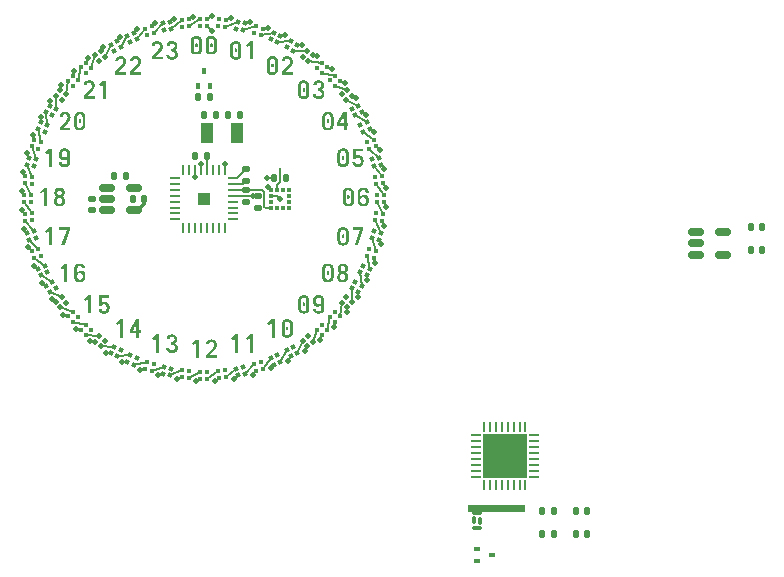
<source format=gbr>
%TF.GenerationSoftware,KiCad,Pcbnew,9.0.2*%
%TF.CreationDate,2025-06-11T22:36:26-04:00*%
%TF.ProjectId,WristWatch,57726973-7457-4617-9463-682e6b696361,rev?*%
%TF.SameCoordinates,Original*%
%TF.FileFunction,Copper,L1,Top*%
%TF.FilePolarity,Positive*%
%FSLAX46Y46*%
G04 Gerber Fmt 4.6, Leading zero omitted, Abs format (unit mm)*
G04 Created by KiCad (PCBNEW 9.0.2) date 2025-06-11 22:36:26*
%MOMM*%
%LPD*%
G01*
G04 APERTURE LIST*
G04 Aperture macros list*
%AMRoundRect*
0 Rectangle with rounded corners*
0 $1 Rounding radius*
0 $2 $3 $4 $5 $6 $7 $8 $9 X,Y pos of 4 corners*
0 Add a 4 corners polygon primitive as box body*
4,1,4,$2,$3,$4,$5,$6,$7,$8,$9,$2,$3,0*
0 Add four circle primitives for the rounded corners*
1,1,$1+$1,$2,$3*
1,1,$1+$1,$4,$5*
1,1,$1+$1,$6,$7*
1,1,$1+$1,$8,$9*
0 Add four rect primitives between the rounded corners*
20,1,$1+$1,$2,$3,$4,$5,0*
20,1,$1+$1,$4,$5,$6,$7,0*
20,1,$1+$1,$6,$7,$8,$9,0*
20,1,$1+$1,$8,$9,$2,$3,0*%
G04 Aperture macros list end*
%ADD10C,0.300000*%
%TA.AperFunction,SMDPad,CuDef*%
%ADD11RoundRect,0.062500X-0.337500X-0.062500X0.337500X-0.062500X0.337500X0.062500X-0.337500X0.062500X0*%
%TD*%
%TA.AperFunction,SMDPad,CuDef*%
%ADD12RoundRect,0.062500X-0.062500X-0.337500X0.062500X-0.337500X0.062500X0.337500X-0.062500X0.337500X0*%
%TD*%
%TA.AperFunction,HeatsinkPad*%
%ADD13R,3.700000X3.700000*%
%TD*%
%TA.AperFunction,SMDPad,CuDef*%
%ADD14RoundRect,0.135000X-0.135000X-0.185000X0.135000X-0.185000X0.135000X0.185000X-0.135000X0.185000X0*%
%TD*%
%TA.AperFunction,SMDPad,CuDef*%
%ADD15RoundRect,0.100000X0.155000X0.100000X-0.155000X0.100000X-0.155000X-0.100000X0.155000X-0.100000X0*%
%TD*%
%TA.AperFunction,SMDPad,CuDef*%
%ADD16RoundRect,0.140000X-0.140000X-0.170000X0.140000X-0.170000X0.140000X0.170000X-0.140000X0.170000X0*%
%TD*%
%TA.AperFunction,ComponentPad*%
%ADD17C,0.600000*%
%TD*%
%TA.AperFunction,SMDPad,CuDef*%
%ADD18RoundRect,0.075000X0.075000X-0.225000X0.075000X0.225000X-0.075000X0.225000X-0.075000X-0.225000X0*%
%TD*%
%TA.AperFunction,SMDPad,CuDef*%
%ADD19RoundRect,0.087500X-0.312500X-0.087500X0.312500X-0.087500X0.312500X0.087500X-0.312500X0.087500X0*%
%TD*%
%TA.AperFunction,SMDPad,CuDef*%
%ADD20RoundRect,0.150000X-0.512500X-0.150000X0.512500X-0.150000X0.512500X0.150000X-0.512500X0.150000X0*%
%TD*%
%TA.AperFunction,HeatsinkPad*%
%ADD21R,1.000000X1.000000*%
%TD*%
%TA.AperFunction,SMDPad,CuDef*%
%ADD22RoundRect,0.062500X-0.062500X0.375000X-0.062500X-0.375000X0.062500X-0.375000X0.062500X0.375000X0*%
%TD*%
%TA.AperFunction,SMDPad,CuDef*%
%ADD23RoundRect,0.062500X-0.375000X0.062500X-0.375000X-0.062500X0.375000X-0.062500X0.375000X0.062500X0*%
%TD*%
%TA.AperFunction,SMDPad,CuDef*%
%ADD24RoundRect,0.140000X0.170000X-0.140000X0.170000X0.140000X-0.170000X0.140000X-0.170000X-0.140000X0*%
%TD*%
%TA.AperFunction,SMDPad,CuDef*%
%ADD25RoundRect,0.140000X0.140000X0.170000X-0.140000X0.170000X-0.140000X-0.170000X0.140000X-0.170000X0*%
%TD*%
%TA.AperFunction,SMDPad,CuDef*%
%ADD26R,0.350000X0.375000*%
%TD*%
%TA.AperFunction,SMDPad,CuDef*%
%ADD27R,0.375000X0.350000*%
%TD*%
%TA.AperFunction,SMDPad,CuDef*%
%ADD28RoundRect,0.135000X0.135000X0.185000X-0.135000X0.185000X-0.135000X-0.185000X0.135000X-0.185000X0*%
%TD*%
%TA.AperFunction,SMDPad,CuDef*%
%ADD29RoundRect,0.135000X-0.185000X0.135000X-0.185000X-0.135000X0.185000X-0.135000X0.185000X0.135000X0*%
%TD*%
%TA.AperFunction,SMDPad,CuDef*%
%ADD30R,1.000000X1.800000*%
%TD*%
%TA.AperFunction,SMDPad,CuDef*%
%ADD31RoundRect,0.100000X0.100000X-0.100000X0.100000X0.100000X-0.100000X0.100000X-0.100000X-0.100000X0*%
%TD*%
%TA.AperFunction,SMDPad,CuDef*%
%ADD32RoundRect,0.100000X-0.132028X0.050681X-0.050681X-0.132028X0.132028X-0.050681X0.050681X0.132028X0*%
%TD*%
%TA.AperFunction,SMDPad,CuDef*%
%ADD33RoundRect,0.100000X0.136603X-0.036603X0.036603X0.136603X-0.136603X0.036603X-0.036603X-0.136603X0*%
%TD*%
%TA.AperFunction,SMDPad,CuDef*%
%ADD34RoundRect,0.100000X-0.022123X-0.139680X0.139680X-0.022123X0.022123X0.139680X-0.139680X0.022123X0*%
%TD*%
%TA.AperFunction,SMDPad,CuDef*%
%ADD35RoundRect,0.100000X-0.050681X-0.132028X0.132028X-0.050681X0.050681X0.132028X-0.132028X0.050681X0*%
%TD*%
%TA.AperFunction,SMDPad,CuDef*%
%ADD36RoundRect,0.100000X0.118606X0.077024X-0.077024X0.118606X-0.118606X-0.077024X0.077024X-0.118606X0*%
%TD*%
%TA.AperFunction,SMDPad,CuDef*%
%ADD37RoundRect,0.100000X-0.022123X0.139680X-0.139680X-0.022123X0.022123X-0.139680X0.139680X0.022123X0*%
%TD*%
%TA.AperFunction,SMDPad,CuDef*%
%ADD38RoundRect,0.100000X0.050681X0.132028X-0.132028X0.050681X-0.050681X-0.132028X0.132028X-0.050681X0*%
%TD*%
%TA.AperFunction,SMDPad,CuDef*%
%ADD39RoundRect,0.100000X-0.126007X0.064204X-0.064204X-0.126007X0.126007X-0.064204X0.064204X0.126007X0*%
%TD*%
%TA.AperFunction,SMDPad,CuDef*%
%ADD40RoundRect,0.100000X0.022123X-0.139680X0.139680X0.022123X-0.022123X0.139680X-0.139680X-0.022123X0*%
%TD*%
%TA.AperFunction,SMDPad,CuDef*%
%ADD41RoundRect,0.100000X0.077024X-0.118606X0.118606X0.077024X-0.077024X0.118606X-0.118606X-0.077024X0*%
%TD*%
%TA.AperFunction,SMDPad,CuDef*%
%ADD42RoundRect,0.100000X-0.036603X-0.136603X0.136603X-0.036603X0.036603X0.136603X-0.136603X0.036603X0*%
%TD*%
%TA.AperFunction,SMDPad,CuDef*%
%ADD43RoundRect,0.100000X0.141228X-0.007401X0.007401X0.141228X-0.141228X0.007401X-0.007401X-0.141228X0*%
%TD*%
%TA.AperFunction,SMDPad,CuDef*%
%ADD44RoundRect,0.100000X-0.141228X0.007401X-0.007401X-0.141228X0.141228X-0.007401X0.007401X0.141228X0*%
%TD*%
%TA.AperFunction,SMDPad,CuDef*%
%ADD45RoundRect,0.100000X0.064204X0.126007X-0.126007X0.064204X-0.064204X-0.126007X0.126007X-0.064204X0*%
%TD*%
%TA.AperFunction,SMDPad,CuDef*%
%ADD46RoundRect,0.100000X-0.126007X-0.064204X0.064204X-0.126007X0.126007X0.064204X-0.064204X0.126007X0*%
%TD*%
%TA.AperFunction,SMDPad,CuDef*%
%ADD47RoundRect,0.100000X0.050681X-0.132028X0.132028X0.050681X-0.050681X0.132028X-0.132028X-0.050681X0*%
%TD*%
%TA.AperFunction,SMDPad,CuDef*%
%ADD48RoundRect,0.100000X0.077024X0.118606X-0.118606X0.077024X-0.077024X-0.118606X0.118606X-0.077024X0*%
%TD*%
%TA.AperFunction,SMDPad,CuDef*%
%ADD49RoundRect,0.100000X-0.139680X0.022123X-0.022123X-0.139680X0.139680X-0.022123X0.022123X0.139680X0*%
%TD*%
%TA.AperFunction,SMDPad,CuDef*%
%ADD50RoundRect,0.100000X0.088999X0.109905X-0.109905X0.088999X-0.088999X-0.109905X0.109905X-0.088999X0*%
%TD*%
%TA.AperFunction,SMDPad,CuDef*%
%ADD51RoundRect,0.100000X-0.118606X-0.077024X0.077024X-0.118606X0.118606X0.077024X-0.077024X0.118606X0*%
%TD*%
%TA.AperFunction,SMDPad,CuDef*%
%ADD52RoundRect,0.100000X0.109905X0.088999X-0.088999X0.109905X-0.109905X-0.088999X0.088999X-0.109905X0*%
%TD*%
%TA.AperFunction,SMDPad,CuDef*%
%ADD53RoundRect,0.100000X-0.109905X-0.088999X0.088999X-0.109905X0.109905X0.088999X-0.088999X0.109905X0*%
%TD*%
%TA.AperFunction,SMDPad,CuDef*%
%ADD54RoundRect,0.100000X0.064204X-0.126007X0.126007X0.064204X-0.064204X0.126007X-0.126007X-0.064204X0*%
%TD*%
%TA.AperFunction,SMDPad,CuDef*%
%ADD55RoundRect,0.100000X0.036603X-0.136603X0.136603X0.036603X-0.036603X0.136603X-0.136603X-0.036603X0*%
%TD*%
%TA.AperFunction,SMDPad,CuDef*%
%ADD56RoundRect,0.100000X-0.100000X-0.100000X0.100000X-0.100000X0.100000X0.100000X-0.100000X0.100000X0*%
%TD*%
%TA.AperFunction,SMDPad,CuDef*%
%ADD57RoundRect,0.100000X0.036603X0.136603X-0.136603X0.036603X-0.036603X-0.136603X0.136603X-0.036603X0*%
%TD*%
%TA.AperFunction,SMDPad,CuDef*%
%ADD58RoundRect,0.100000X-0.136603X-0.036603X0.036603X-0.136603X0.136603X0.036603X-0.036603X0.136603X0*%
%TD*%
%TA.AperFunction,SMDPad,CuDef*%
%ADD59RoundRect,0.100000X-0.100000X0.100000X-0.100000X-0.100000X0.100000X-0.100000X0.100000X0.100000X0*%
%TD*%
%TA.AperFunction,SMDPad,CuDef*%
%ADD60RoundRect,0.100000X0.022123X0.139680X-0.139680X0.022123X-0.022123X-0.139680X0.139680X-0.022123X0*%
%TD*%
%TA.AperFunction,SMDPad,CuDef*%
%ADD61RoundRect,0.100000X0.136603X0.036603X-0.036603X0.136603X-0.136603X-0.036603X0.036603X-0.136603X0*%
%TD*%
%TA.AperFunction,SMDPad,CuDef*%
%ADD62RoundRect,0.100000X-0.118606X0.077024X-0.077024X-0.118606X0.118606X-0.077024X0.077024X0.118606X0*%
%TD*%
%TA.AperFunction,SMDPad,CuDef*%
%ADD63RoundRect,0.100000X-0.141228X-0.007401X0.007401X-0.141228X0.141228X0.007401X-0.007401X0.141228X0*%
%TD*%
%TA.AperFunction,SMDPad,CuDef*%
%ADD64RoundRect,0.100000X-0.077024X0.118606X-0.118606X-0.077024X0.077024X-0.118606X0.118606X0.077024X0*%
%TD*%
%TA.AperFunction,SMDPad,CuDef*%
%ADD65RoundRect,0.100000X-0.064204X0.126007X-0.126007X-0.064204X0.064204X-0.126007X0.126007X0.064204X0*%
%TD*%
%TA.AperFunction,SMDPad,CuDef*%
%ADD66RoundRect,0.100000X0.088999X-0.109905X0.109905X0.088999X-0.088999X0.109905X-0.109905X-0.088999X0*%
%TD*%
%TA.AperFunction,SMDPad,CuDef*%
%ADD67RoundRect,0.100000X-0.100000X0.155000X-0.100000X-0.155000X0.100000X-0.155000X0.100000X0.155000X0*%
%TD*%
%TA.AperFunction,SMDPad,CuDef*%
%ADD68RoundRect,0.100000X0.126007X0.064204X-0.064204X0.126007X-0.126007X-0.064204X0.064204X-0.126007X0*%
%TD*%
%TA.AperFunction,SMDPad,CuDef*%
%ADD69RoundRect,0.100000X-0.088999X0.109905X-0.109905X-0.088999X0.088999X-0.109905X0.109905X0.088999X0*%
%TD*%
%TA.AperFunction,SMDPad,CuDef*%
%ADD70RoundRect,0.100000X0.139680X0.022123X-0.022123X0.139680X-0.139680X-0.022123X0.022123X-0.139680X0*%
%TD*%
%TA.AperFunction,SMDPad,CuDef*%
%ADD71RoundRect,0.100000X-0.088999X-0.109905X0.109905X-0.088999X0.088999X0.109905X-0.109905X0.088999X0*%
%TD*%
%TA.AperFunction,SMDPad,CuDef*%
%ADD72RoundRect,0.100000X-0.136603X0.036603X-0.036603X-0.136603X0.136603X-0.036603X0.036603X0.136603X0*%
%TD*%
%TA.AperFunction,SMDPad,CuDef*%
%ADD73RoundRect,0.100000X0.132028X0.050681X-0.050681X0.132028X-0.132028X-0.050681X0.050681X-0.132028X0*%
%TD*%
%TA.AperFunction,SMDPad,CuDef*%
%ADD74RoundRect,0.100000X-0.132028X-0.050681X0.050681X-0.132028X0.132028X0.050681X-0.050681X0.132028X0*%
%TD*%
%TA.AperFunction,SMDPad,CuDef*%
%ADD75RoundRect,0.100000X-0.007401X-0.141228X0.141228X-0.007401X0.007401X0.141228X-0.141228X0.007401X0*%
%TD*%
%TA.AperFunction,SMDPad,CuDef*%
%ADD76RoundRect,0.100000X0.126007X-0.064204X0.064204X0.126007X-0.126007X0.064204X-0.064204X-0.126007X0*%
%TD*%
%TA.AperFunction,SMDPad,CuDef*%
%ADD77RoundRect,0.100000X0.118606X-0.077024X0.077024X0.118606X-0.118606X0.077024X-0.077024X-0.118606X0*%
%TD*%
%TA.AperFunction,SMDPad,CuDef*%
%ADD78RoundRect,0.100000X-0.036603X0.136603X-0.136603X-0.036603X0.036603X-0.136603X0.136603X0.036603X0*%
%TD*%
%TA.AperFunction,SMDPad,CuDef*%
%ADD79RoundRect,0.100000X0.007401X-0.141228X0.141228X0.007401X-0.007401X0.141228X-0.141228X-0.007401X0*%
%TD*%
%TA.AperFunction,SMDPad,CuDef*%
%ADD80RoundRect,0.100000X0.109905X-0.088999X0.088999X0.109905X-0.109905X0.088999X-0.088999X-0.109905X0*%
%TD*%
%TA.AperFunction,SMDPad,CuDef*%
%ADD81RoundRect,0.100000X-0.077024X-0.118606X0.118606X-0.077024X0.077024X0.118606X-0.118606X0.077024X0*%
%TD*%
%TA.AperFunction,SMDPad,CuDef*%
%ADD82RoundRect,0.100000X-0.109905X0.088999X-0.088999X-0.109905X0.109905X-0.088999X0.088999X0.109905X0*%
%TD*%
%TA.AperFunction,SMDPad,CuDef*%
%ADD83RoundRect,0.100000X0.141228X0.007401X-0.007401X0.141228X-0.141228X-0.007401X0.007401X-0.141228X0*%
%TD*%
%TA.AperFunction,SMDPad,CuDef*%
%ADD84RoundRect,0.100000X-0.007401X0.141228X-0.141228X-0.007401X0.007401X-0.141228X0.141228X0.007401X0*%
%TD*%
%TA.AperFunction,SMDPad,CuDef*%
%ADD85RoundRect,0.100000X-0.064204X-0.126007X0.126007X-0.064204X0.064204X0.126007X-0.126007X0.064204X0*%
%TD*%
%TA.AperFunction,SMDPad,CuDef*%
%ADD86RoundRect,0.100000X-0.050681X0.132028X-0.132028X-0.050681X0.050681X-0.132028X0.132028X0.050681X0*%
%TD*%
%TA.AperFunction,SMDPad,CuDef*%
%ADD87RoundRect,0.100000X0.139680X-0.022123X0.022123X0.139680X-0.139680X0.022123X-0.022123X-0.139680X0*%
%TD*%
%TA.AperFunction,SMDPad,CuDef*%
%ADD88RoundRect,0.100000X0.132028X-0.050681X0.050681X0.132028X-0.132028X0.050681X-0.050681X-0.132028X0*%
%TD*%
%TA.AperFunction,SMDPad,CuDef*%
%ADD89RoundRect,0.100000X0.007401X0.141228X-0.141228X0.007401X-0.007401X-0.141228X0.141228X-0.007401X0*%
%TD*%
%TA.AperFunction,SMDPad,CuDef*%
%ADD90RoundRect,0.100000X0.100000X0.100000X-0.100000X0.100000X-0.100000X-0.100000X0.100000X-0.100000X0*%
%TD*%
%TA.AperFunction,SMDPad,CuDef*%
%ADD91RoundRect,0.100000X-0.139680X-0.022123X0.022123X-0.139680X0.139680X0.022123X-0.022123X0.139680X0*%
%TD*%
%TA.AperFunction,ViaPad*%
%ADD92C,0.500000*%
%TD*%
%TA.AperFunction,Conductor*%
%ADD93C,0.300000*%
%TD*%
%TA.AperFunction,Conductor*%
%ADD94C,0.150000*%
%TD*%
%TA.AperFunction,Conductor*%
%ADD95C,0.250000*%
%TD*%
G04 APERTURE END LIST*
D10*
G36*
X-12219338Y5803700D02*
G01*
X-12219338Y6015642D01*
X-11709451Y6590651D01*
X-11648543Y6662000D01*
X-11592947Y6738571D01*
X-11555212Y6824575D01*
X-11544995Y6870378D01*
X-11541565Y6917997D01*
X-11553105Y7007207D01*
X-11569438Y7049595D01*
X-11595054Y7085884D01*
X-11628571Y7114999D01*
X-11668510Y7135251D01*
X-11712220Y7147058D01*
X-11757628Y7151005D01*
X-11839510Y7140472D01*
X-11877219Y7125775D01*
X-11910860Y7102645D01*
X-11938409Y7072562D01*
X-11958121Y7036608D01*
X-11969866Y6997003D01*
X-11973783Y6955825D01*
X-11973783Y6949505D01*
X-12223552Y6949505D01*
X-12223552Y6962053D01*
X-12219613Y7020310D01*
X-12207798Y7077457D01*
X-12188068Y7132181D01*
X-12160629Y7182421D01*
X-12125512Y7227471D01*
X-12082959Y7266318D01*
X-12034910Y7298636D01*
X-11983308Y7324021D01*
X-11928889Y7342705D01*
X-11873124Y7354520D01*
X-11757628Y7362947D01*
X-11635995Y7353421D01*
X-11576395Y7339791D01*
X-11519491Y7317792D01*
X-11466545Y7287647D01*
X-11418833Y7249557D01*
X-11377573Y7204667D01*
X-11344277Y7154119D01*
X-11319380Y7098882D01*
X-11303336Y7039722D01*
X-11291796Y6917997D01*
X-11296023Y6851530D01*
X-11308648Y6786839D01*
X-11329346Y6724403D01*
X-11357924Y6665114D01*
X-11393019Y6609070D01*
X-11433487Y6556030D01*
X-11520499Y6456378D01*
X-11522605Y6452165D01*
X-11908753Y6015642D01*
X-11300222Y6015642D01*
X-11300222Y5803700D01*
X-12219338Y5803700D01*
G37*
G36*
X-10455844Y6734357D02*
G01*
X-10435732Y6722706D01*
X-10420124Y6707063D01*
X-10401256Y6666214D01*
X-10396035Y6620052D01*
X-10396035Y6529834D01*
X-10401256Y6483581D01*
X-10420124Y6442640D01*
X-10455844Y6415437D01*
X-10500907Y6406003D01*
X-10546061Y6415437D01*
X-10581782Y6442640D01*
X-10600650Y6483581D01*
X-10605870Y6529834D01*
X-10605870Y6620052D01*
X-10600650Y6666214D01*
X-10581782Y6707063D01*
X-10566173Y6722706D01*
X-10546061Y6734357D01*
X-10500907Y6743883D01*
X-10455844Y6734357D01*
G37*
G36*
X-10376068Y7352414D02*
G01*
X-10315432Y7337950D01*
X-10257549Y7315686D01*
X-10203375Y7285370D01*
X-10153685Y7246443D01*
X-10110814Y7200161D01*
X-10077023Y7147799D01*
X-10052091Y7090634D01*
X-10036082Y7030288D01*
X-10024542Y6905449D01*
X-10024542Y6244437D01*
X-10036082Y6119507D01*
X-10052091Y6059161D01*
X-10077023Y6001995D01*
X-10110814Y5949634D01*
X-10153685Y5903352D01*
X-10203365Y5864477D01*
X-10257549Y5834109D01*
X-10315433Y5811867D01*
X-10376068Y5797472D01*
X-10500907Y5786939D01*
X-10625837Y5797472D01*
X-10686486Y5811864D01*
X-10744448Y5834109D01*
X-10798571Y5864467D01*
X-10848312Y5903352D01*
X-10891110Y5949627D01*
X-10924882Y6001995D01*
X-10949744Y6059156D01*
X-10965732Y6119507D01*
X-10977272Y6244437D01*
X-10977272Y6905449D01*
X-10727595Y6905449D01*
X-10727595Y6244437D01*
X-10724452Y6196632D01*
X-10715047Y6149915D01*
X-10697955Y6106092D01*
X-10671999Y6067025D01*
X-10637760Y6035614D01*
X-10595429Y6014543D01*
X-10548605Y6002786D01*
X-10500907Y5998881D01*
X-10453221Y6002787D01*
X-10406476Y6014543D01*
X-10364146Y6035614D01*
X-10329906Y6067025D01*
X-10303972Y6106095D01*
X-10286950Y6149915D01*
X-10277475Y6196634D01*
X-10274311Y6244437D01*
X-10274311Y6905449D01*
X-10277477Y6953239D01*
X-10286950Y6999880D01*
X-10303972Y7043700D01*
X-10329906Y7082770D01*
X-10364146Y7114181D01*
X-10406476Y7135251D01*
X-10453224Y7147077D01*
X-10500907Y7151005D01*
X-10548602Y7147078D01*
X-10595429Y7135251D01*
X-10637760Y7114181D01*
X-10671999Y7082770D01*
X-10697955Y7043702D01*
X-10715047Y6999880D01*
X-10724451Y6953242D01*
X-10727595Y6905449D01*
X-10977272Y6905449D01*
X-10965732Y7030288D01*
X-10949744Y7090639D01*
X-10924882Y7147799D01*
X-10891110Y7200167D01*
X-10848312Y7246443D01*
X-10798561Y7285380D01*
X-10744448Y7315686D01*
X-10686487Y7337953D01*
X-10625837Y7352414D01*
X-10500907Y7362947D01*
X-10376068Y7352414D01*
G37*
G36*
X-4016584Y-13036965D02*
G01*
X-4016584Y-11752675D01*
X-4230632Y-11947855D01*
X-4369118Y-11819811D01*
X-4016584Y-11494571D01*
X-3768921Y-11494571D01*
X-3768921Y-13036965D01*
X-4016584Y-13036965D01*
G37*
G36*
X-2690620Y-13053726D02*
G01*
X-2809139Y-13045299D01*
X-2868018Y-13033779D01*
X-2924635Y-13015990D01*
X-2978339Y-12991385D01*
X-3028499Y-12959387D01*
X-3073131Y-12920431D01*
X-3110290Y-12875398D01*
X-3139577Y-12824760D01*
X-3160665Y-12768419D01*
X-3173275Y-12709342D01*
X-3177426Y-12650817D01*
X-3177426Y-12640375D01*
X-2927749Y-12640375D01*
X-2927749Y-12644497D01*
X-2923056Y-12687734D01*
X-2908881Y-12729585D01*
X-2885890Y-12766939D01*
X-2855300Y-12796721D01*
X-2818656Y-12818698D01*
X-2777723Y-12832350D01*
X-2690620Y-12841784D01*
X-2644792Y-12838658D01*
X-2599303Y-12829236D01*
X-2556768Y-12811894D01*
X-2519528Y-12785181D01*
X-2489393Y-12750568D01*
X-2468145Y-12709618D01*
X-2455553Y-12664922D01*
X-2451384Y-12619401D01*
X-2454567Y-12578034D01*
X-2464023Y-12538618D01*
X-2479447Y-12501151D01*
X-2500751Y-12466169D01*
X-2527020Y-12434861D01*
X-2557355Y-12408467D01*
X-2591419Y-12387210D01*
X-2628704Y-12371739D01*
X-2707381Y-12355985D01*
X-2789263Y-12352871D01*
X-2789263Y-12140929D01*
X-2714708Y-12137815D01*
X-2643359Y-12122061D01*
X-2578329Y-12086341D01*
X-2550384Y-12061272D01*
X-2527954Y-12032852D01*
X-2496447Y-11966723D01*
X-2484906Y-11893267D01*
X-2488272Y-11853692D01*
X-2498553Y-11813583D01*
X-2516178Y-11776219D01*
X-2541601Y-11744248D01*
X-2573593Y-11719072D01*
X-2610844Y-11702299D01*
X-2650929Y-11692785D01*
X-2690620Y-11689660D01*
X-2769296Y-11701292D01*
X-2805813Y-11716794D01*
X-2837532Y-11740127D01*
X-2862849Y-11770120D01*
X-2880488Y-11806164D01*
X-2890750Y-11845405D01*
X-2894135Y-11884840D01*
X-2894135Y-11891160D01*
X-3143904Y-11891160D01*
X-3143904Y-11876506D01*
X-3140253Y-11820180D01*
X-3129249Y-11764215D01*
X-3110565Y-11710400D01*
X-3084095Y-11660351D01*
X-3050227Y-11614991D01*
X-3009540Y-11575354D01*
X-2963346Y-11542279D01*
X-2913094Y-11516644D01*
X-2859603Y-11497995D01*
X-2803918Y-11486145D01*
X-2690620Y-11477718D01*
X-2576222Y-11487244D01*
X-2519696Y-11500127D01*
X-2466038Y-11519758D01*
X-2415803Y-11546688D01*
X-2369501Y-11581674D01*
X-2329018Y-11623183D01*
X-2296045Y-11669785D01*
X-2270385Y-11720786D01*
X-2251990Y-11775755D01*
X-2240969Y-11832658D01*
X-2237335Y-11889054D01*
X-2240985Y-11943265D01*
X-2251990Y-11997131D01*
X-2270094Y-12049099D01*
X-2295038Y-12097881D01*
X-2326500Y-12142441D01*
X-2364281Y-12181779D01*
X-2407451Y-12215534D01*
X-2455597Y-12243694D01*
X-2401272Y-12270721D01*
X-2351733Y-12305610D01*
X-2307854Y-12347388D01*
X-2270949Y-12394820D01*
X-2241578Y-12447238D01*
X-2220574Y-12503996D01*
X-2207930Y-12563264D01*
X-2203722Y-12623522D01*
X-2207646Y-12684045D01*
X-2219475Y-12744239D01*
X-2239424Y-12802229D01*
X-2267744Y-12856530D01*
X-2303983Y-12905575D01*
X-2347520Y-12947755D01*
X-2397016Y-12982893D01*
X-2451384Y-13010769D01*
X-2509050Y-13031190D01*
X-2568895Y-13044292D01*
X-2690620Y-13053726D01*
G37*
G36*
X-7116338Y-11753005D02*
G01*
X-7116338Y-10468715D01*
X-7330386Y-10663895D01*
X-7468872Y-10535851D01*
X-7116338Y-10210611D01*
X-6868675Y-10210611D01*
X-6868675Y-11753005D01*
X-7116338Y-11753005D01*
G37*
G36*
X-5473469Y-11157021D02*
G01*
X-5337089Y-11157021D01*
X-5337089Y-11368963D01*
X-5473469Y-11368963D01*
X-5473469Y-11753005D01*
X-5723146Y-11753005D01*
X-5723146Y-11368963D01*
X-6272967Y-11368963D01*
X-6272967Y-11159128D01*
X-6031716Y-11159128D01*
X-5723146Y-11159128D01*
X-5723146Y-10567358D01*
X-6031716Y-11159128D01*
X-6272967Y-11159128D01*
X-6272967Y-11157021D01*
X-5777734Y-10210611D01*
X-5473469Y-10210611D01*
X-5473469Y-11157021D01*
G37*
G36*
X-9778157Y-9710519D02*
G01*
X-9778157Y-8426229D01*
X-9992205Y-8621409D01*
X-10130691Y-8493365D01*
X-9778157Y-8168125D01*
X-9530494Y-8168125D01*
X-9530494Y-9710519D01*
X-9778157Y-9710519D01*
G37*
G36*
X-8454299Y-9727280D02*
G01*
X-8567597Y-9718853D01*
X-8623250Y-9707337D01*
X-8676682Y-9689544D01*
X-8727229Y-9664966D01*
X-8774318Y-9632941D01*
X-8816348Y-9594525D01*
X-8851988Y-9551058D01*
X-8880481Y-9502710D01*
X-8901264Y-9449301D01*
X-8914918Y-9393221D01*
X-8922238Y-9337010D01*
X-8672469Y-9337010D01*
X-8664673Y-9375783D01*
X-8649480Y-9412573D01*
X-8627544Y-9445478D01*
X-8600112Y-9472382D01*
X-8567723Y-9492746D01*
X-8530869Y-9505904D01*
X-8454299Y-9515338D01*
X-8383957Y-9504897D01*
X-8351047Y-9491438D01*
X-8322042Y-9472382D01*
X-8297138Y-9448235D01*
X-8276979Y-9419900D01*
X-8248677Y-9355878D01*
X-8235030Y-9286635D01*
X-8231825Y-9215286D01*
X-8235030Y-9147050D01*
X-8247578Y-9079914D01*
X-8274872Y-9016991D01*
X-8317829Y-8963410D01*
X-8344982Y-8943298D01*
X-8376630Y-8928789D01*
X-8443766Y-8917248D01*
X-8510994Y-8922561D01*
X-8574925Y-8943535D01*
X-8603171Y-8962109D01*
X-8627406Y-8986583D01*
X-8643948Y-9015541D01*
X-8649388Y-9047399D01*
X-8899157Y-9047399D01*
X-8899157Y-8168125D01*
X-8045070Y-8168125D01*
X-8045070Y-8380067D01*
X-8649388Y-8380067D01*
X-8649388Y-8734707D01*
X-8600270Y-8720871D01*
X-8548730Y-8712725D01*
X-8443766Y-8707413D01*
X-8379015Y-8710570D01*
X-8314714Y-8720053D01*
X-8252613Y-8737842D01*
X-8194089Y-8766215D01*
X-8141053Y-8803974D01*
X-8095445Y-8850112D01*
X-8057409Y-8903051D01*
X-8027210Y-8961395D01*
X-8005156Y-9023185D01*
X-7991581Y-9086234D01*
X-7982056Y-9217392D01*
X-7992589Y-9348551D01*
X-8007042Y-9413205D01*
X-8029317Y-9474397D01*
X-8059892Y-9531678D01*
X-8099659Y-9584581D01*
X-8146966Y-9630842D01*
X-8200409Y-9668570D01*
X-8259069Y-9696830D01*
X-8322042Y-9714640D01*
X-8387505Y-9724109D01*
X-8454299Y-9727280D01*
G37*
G36*
X10546337Y6734357D02*
G01*
X10566449Y6722706D01*
X10582058Y6707063D01*
X10600926Y6666214D01*
X10606146Y6620052D01*
X10606146Y6529834D01*
X10600926Y6483581D01*
X10582058Y6442640D01*
X10546337Y6415437D01*
X10501274Y6406003D01*
X10456120Y6415437D01*
X10420400Y6442640D01*
X10401532Y6483581D01*
X10396311Y6529834D01*
X10396311Y6620052D01*
X10401532Y6666214D01*
X10420400Y6707063D01*
X10436009Y6722706D01*
X10456120Y6734357D01*
X10501274Y6743883D01*
X10546337Y6734357D01*
G37*
G36*
X10626113Y7352414D02*
G01*
X10686750Y7337950D01*
X10744632Y7315686D01*
X10798806Y7285370D01*
X10848496Y7246443D01*
X10891368Y7200161D01*
X10925158Y7147799D01*
X10950090Y7090634D01*
X10966099Y7030288D01*
X10977640Y6905449D01*
X10977640Y6244437D01*
X10966099Y6119507D01*
X10950090Y6059161D01*
X10925158Y6001995D01*
X10891368Y5949634D01*
X10848496Y5903352D01*
X10798816Y5864477D01*
X10744632Y5834109D01*
X10686748Y5811867D01*
X10626113Y5797472D01*
X10501274Y5786939D01*
X10376344Y5797472D01*
X10315696Y5811864D01*
X10257734Y5834109D01*
X10203610Y5864467D01*
X10153870Y5903352D01*
X10111072Y5949627D01*
X10077299Y6001995D01*
X10052438Y6059156D01*
X10036450Y6119507D01*
X10024909Y6244437D01*
X10024909Y6905449D01*
X10274587Y6905449D01*
X10274587Y6244437D01*
X10277729Y6196632D01*
X10287135Y6149915D01*
X10304226Y6106092D01*
X10330182Y6067025D01*
X10364422Y6035614D01*
X10406753Y6014543D01*
X10453576Y6002786D01*
X10501274Y5998881D01*
X10548960Y6002787D01*
X10595705Y6014543D01*
X10638036Y6035614D01*
X10672275Y6067025D01*
X10698210Y6106095D01*
X10715231Y6149915D01*
X10724706Y6196634D01*
X10727871Y6244437D01*
X10727871Y6905449D01*
X10724704Y6953239D01*
X10715231Y6999880D01*
X10698210Y7043700D01*
X10672275Y7082770D01*
X10638036Y7114181D01*
X10595705Y7135251D01*
X10548957Y7147077D01*
X10501274Y7151005D01*
X10453579Y7147078D01*
X10406753Y7135251D01*
X10364422Y7114181D01*
X10330182Y7082770D01*
X10304226Y7043702D01*
X10287135Y6999880D01*
X10277730Y6953242D01*
X10274587Y6905449D01*
X10024909Y6905449D01*
X10036450Y7030288D01*
X10052438Y7090639D01*
X10077299Y7147799D01*
X10111072Y7200167D01*
X10153870Y7246443D01*
X10203620Y7285380D01*
X10257734Y7315686D01*
X10315694Y7337953D01*
X10376344Y7352414D01*
X10501274Y7362947D01*
X10626113Y7352414D01*
G37*
G36*
X12083235Y6399684D02*
G01*
X12219615Y6399684D01*
X12219615Y6187742D01*
X12083235Y6187742D01*
X12083235Y5803700D01*
X11833558Y5803700D01*
X11833558Y6187742D01*
X11283737Y6187742D01*
X11283737Y6397577D01*
X11524988Y6397577D01*
X11833558Y6397577D01*
X11833558Y6989347D01*
X11524988Y6397577D01*
X11283737Y6397577D01*
X11283737Y6399684D01*
X11778970Y7346094D01*
X12083235Y7346094D01*
X12083235Y6399684D01*
G37*
G36*
X10546337Y-6118043D02*
G01*
X10566449Y-6129694D01*
X10582058Y-6145337D01*
X10600926Y-6186186D01*
X10606146Y-6232348D01*
X10606146Y-6322566D01*
X10600926Y-6368819D01*
X10582058Y-6409760D01*
X10546337Y-6436963D01*
X10501274Y-6446397D01*
X10456120Y-6436963D01*
X10420400Y-6409760D01*
X10401532Y-6368819D01*
X10396311Y-6322566D01*
X10396311Y-6232348D01*
X10401532Y-6186186D01*
X10420400Y-6145337D01*
X10436009Y-6129694D01*
X10456120Y-6118043D01*
X10501274Y-6108517D01*
X10546337Y-6118043D01*
G37*
G36*
X10626113Y-5499986D02*
G01*
X10686750Y-5514450D01*
X10744632Y-5536714D01*
X10798806Y-5567030D01*
X10848496Y-5605957D01*
X10891368Y-5652239D01*
X10925158Y-5704601D01*
X10950090Y-5761766D01*
X10966099Y-5822112D01*
X10977640Y-5946951D01*
X10977640Y-6607963D01*
X10966099Y-6732893D01*
X10950090Y-6793239D01*
X10925158Y-6850405D01*
X10891368Y-6902766D01*
X10848496Y-6949048D01*
X10798816Y-6987923D01*
X10744632Y-7018291D01*
X10686748Y-7040533D01*
X10626113Y-7054928D01*
X10501274Y-7065461D01*
X10376344Y-7054928D01*
X10315696Y-7040536D01*
X10257734Y-7018291D01*
X10203610Y-6987933D01*
X10153870Y-6949048D01*
X10111072Y-6902773D01*
X10077299Y-6850405D01*
X10052438Y-6793244D01*
X10036450Y-6732893D01*
X10024909Y-6607963D01*
X10024909Y-5946951D01*
X10274587Y-5946951D01*
X10274587Y-6607963D01*
X10277729Y-6655768D01*
X10287135Y-6702485D01*
X10304226Y-6746308D01*
X10330182Y-6785375D01*
X10364422Y-6816786D01*
X10406753Y-6837857D01*
X10453576Y-6849614D01*
X10501274Y-6853519D01*
X10548960Y-6849613D01*
X10595705Y-6837857D01*
X10638036Y-6816786D01*
X10672275Y-6785375D01*
X10698210Y-6746305D01*
X10715231Y-6702485D01*
X10724706Y-6655766D01*
X10727871Y-6607963D01*
X10727871Y-5946951D01*
X10724704Y-5899161D01*
X10715231Y-5852520D01*
X10698210Y-5808700D01*
X10672275Y-5769630D01*
X10638036Y-5738219D01*
X10595705Y-5717149D01*
X10548957Y-5705323D01*
X10501274Y-5701395D01*
X10453579Y-5705322D01*
X10406753Y-5717149D01*
X10364422Y-5738219D01*
X10330182Y-5769630D01*
X10304226Y-5808698D01*
X10287135Y-5852520D01*
X10277730Y-5899158D01*
X10274587Y-5946951D01*
X10024909Y-5946951D01*
X10036450Y-5822112D01*
X10052438Y-5761761D01*
X10077299Y-5704601D01*
X10111072Y-5652233D01*
X10153870Y-5605957D01*
X10203620Y-5567020D01*
X10257734Y-5536714D01*
X10315694Y-5514447D01*
X10376344Y-5499986D01*
X10501274Y-5489453D01*
X10626113Y-5499986D01*
G37*
G36*
X11872301Y-5498979D02*
G01*
X11926878Y-5512088D01*
X11979371Y-5532593D01*
X12028621Y-5560060D01*
X12073802Y-5594417D01*
X12113188Y-5635091D01*
X12145151Y-5681520D01*
X12169503Y-5732370D01*
X12186001Y-5786483D01*
X12195486Y-5842379D01*
X12198640Y-5898682D01*
X12188107Y-6003645D01*
X12173942Y-6054650D01*
X12152478Y-6102289D01*
X12124196Y-6146281D01*
X12089464Y-6186278D01*
X12049642Y-6221365D01*
X12005566Y-6251216D01*
X12055995Y-6279958D01*
X12103111Y-6316337D01*
X12144684Y-6358938D01*
X12178673Y-6406555D01*
X12204894Y-6458874D01*
X12222820Y-6515731D01*
X12233077Y-6574626D01*
X12236467Y-6633151D01*
X12233061Y-6693732D01*
X12222820Y-6753868D01*
X12204664Y-6811703D01*
X12177666Y-6865151D01*
X12142340Y-6913510D01*
X12098897Y-6956376D01*
X12049509Y-6992372D01*
X11996132Y-7020398D01*
X11939497Y-7041070D01*
X11880728Y-7054928D01*
X11760102Y-7065461D01*
X11639385Y-7054928D01*
X11580615Y-7041070D01*
X11523980Y-7020398D01*
X11470588Y-6992377D01*
X11421124Y-6956376D01*
X11377756Y-6913516D01*
X11342447Y-6865151D01*
X11315449Y-6811703D01*
X11297292Y-6753868D01*
X11287120Y-6693735D01*
X11283737Y-6633151D01*
X11284095Y-6626923D01*
X11533414Y-6626923D01*
X11536827Y-6672563D01*
X11547061Y-6717140D01*
X11565434Y-6758324D01*
X11593223Y-6793710D01*
X11628609Y-6821499D01*
X11669793Y-6839872D01*
X11714449Y-6850108D01*
X11760102Y-6853519D01*
X11805742Y-6850106D01*
X11850319Y-6839872D01*
X11891504Y-6821499D01*
X11926889Y-6793710D01*
X11954679Y-6758324D01*
X11973051Y-6717140D01*
X11983286Y-6672563D01*
X11986698Y-6626923D01*
X11983578Y-6578711D01*
X11974059Y-6529378D01*
X11957184Y-6482404D01*
X11932110Y-6441176D01*
X11898764Y-6406964D01*
X11856548Y-6381367D01*
X11809306Y-6365626D01*
X11760102Y-6360393D01*
X11710818Y-6365628D01*
X11663565Y-6381367D01*
X11621407Y-6406954D01*
X11588003Y-6441176D01*
X11562908Y-6482402D01*
X11545962Y-6529378D01*
X11536512Y-6578709D01*
X11533414Y-6626923D01*
X11284095Y-6626923D01*
X11287105Y-6574624D01*
X11297292Y-6515731D01*
X11315198Y-6458868D01*
X11341348Y-6406555D01*
X11375392Y-6358928D01*
X11416910Y-6316337D01*
X11464101Y-6279954D01*
X11514546Y-6251216D01*
X11470454Y-6221369D01*
X11430557Y-6186278D01*
X11395899Y-6146287D01*
X11367634Y-6102289D01*
X11346149Y-6054652D01*
X11331914Y-6003645D01*
X11322102Y-5905002D01*
X11571241Y-5905002D01*
X11580675Y-5989998D01*
X11593780Y-6031482D01*
X11614198Y-6069774D01*
X11642011Y-6102557D01*
X11677121Y-6127477D01*
X11717282Y-6143207D01*
X11760102Y-6148451D01*
X11802829Y-6143207D01*
X11842900Y-6127477D01*
X11878067Y-6102547D01*
X11905824Y-6069774D01*
X11926313Y-6031477D01*
X11939437Y-5989998D01*
X11948963Y-5905002D01*
X11938430Y-5826325D01*
X11923984Y-5789768D01*
X11901702Y-5758090D01*
X11872681Y-5732683D01*
X11837680Y-5715042D01*
X11799384Y-5704801D01*
X11760102Y-5701395D01*
X11720728Y-5704801D01*
X11682341Y-5715042D01*
X11647417Y-5732677D01*
X11618411Y-5758090D01*
X11596180Y-5789759D01*
X11581683Y-5826325D01*
X11571241Y-5905002D01*
X11322102Y-5905002D01*
X11321473Y-5898682D01*
X11324604Y-5842377D01*
X11334020Y-5786483D01*
X11350588Y-5732368D01*
X11374962Y-5681520D01*
X11406979Y-5635081D01*
X11446311Y-5594417D01*
X11491492Y-5560060D01*
X11540742Y-5532593D01*
X11593300Y-5512082D01*
X11647811Y-5498979D01*
X11760102Y-5489453D01*
X11872301Y-5498979D01*
G37*
G36*
X8503851Y-8779862D02*
G01*
X8523963Y-8791513D01*
X8539572Y-8807156D01*
X8558440Y-8848005D01*
X8563660Y-8894167D01*
X8563660Y-8984385D01*
X8558440Y-9030638D01*
X8539572Y-9071579D01*
X8503851Y-9098782D01*
X8458788Y-9108216D01*
X8413634Y-9098782D01*
X8377914Y-9071579D01*
X8359046Y-9030638D01*
X8353825Y-8984385D01*
X8353825Y-8894167D01*
X8359046Y-8848005D01*
X8377914Y-8807156D01*
X8393523Y-8791513D01*
X8413634Y-8779862D01*
X8458788Y-8770336D01*
X8503851Y-8779862D01*
G37*
G36*
X8583627Y-8161805D02*
G01*
X8644264Y-8176269D01*
X8702146Y-8198533D01*
X8756320Y-8228849D01*
X8806010Y-8267776D01*
X8848882Y-8314058D01*
X8882672Y-8366420D01*
X8907604Y-8423585D01*
X8923613Y-8483931D01*
X8935154Y-8608770D01*
X8935154Y-9269782D01*
X8923613Y-9394712D01*
X8907604Y-9455058D01*
X8882672Y-9512224D01*
X8848882Y-9564585D01*
X8806010Y-9610867D01*
X8756330Y-9649742D01*
X8702146Y-9680110D01*
X8644262Y-9702352D01*
X8583627Y-9716747D01*
X8458788Y-9727280D01*
X8333858Y-9716747D01*
X8273210Y-9702355D01*
X8215248Y-9680110D01*
X8161124Y-9649752D01*
X8111384Y-9610867D01*
X8068586Y-9564592D01*
X8034813Y-9512224D01*
X8009952Y-9455063D01*
X7993964Y-9394712D01*
X7982423Y-9269782D01*
X7982423Y-8608770D01*
X8232101Y-8608770D01*
X8232101Y-9269782D01*
X8235243Y-9317587D01*
X8244649Y-9364304D01*
X8261740Y-9408127D01*
X8287696Y-9447194D01*
X8321936Y-9478605D01*
X8364267Y-9499676D01*
X8411090Y-9511433D01*
X8458788Y-9515338D01*
X8506474Y-9511432D01*
X8553219Y-9499676D01*
X8595550Y-9478605D01*
X8629789Y-9447194D01*
X8655724Y-9408124D01*
X8672745Y-9364304D01*
X8682220Y-9317585D01*
X8685385Y-9269782D01*
X8685385Y-8608770D01*
X8682218Y-8560980D01*
X8672745Y-8514339D01*
X8655724Y-8470519D01*
X8629789Y-8431449D01*
X8595550Y-8400038D01*
X8553219Y-8378968D01*
X8506471Y-8367142D01*
X8458788Y-8363214D01*
X8411093Y-8367141D01*
X8364267Y-8378968D01*
X8321936Y-8400038D01*
X8287696Y-8431449D01*
X8261740Y-8470517D01*
X8244649Y-8514339D01*
X8235244Y-8560977D01*
X8232101Y-8608770D01*
X7982423Y-8608770D01*
X7993964Y-8483931D01*
X8009952Y-8423580D01*
X8034813Y-8366420D01*
X8068586Y-8314052D01*
X8111384Y-8267776D01*
X8161134Y-8228839D01*
X8215248Y-8198533D01*
X8273208Y-8176266D01*
X8333858Y-8161805D01*
X8458788Y-8151272D01*
X8583627Y-8161805D01*
G37*
G36*
X9842455Y-8161805D02*
G01*
X9903091Y-8176269D01*
X9960974Y-8198533D01*
X10015148Y-8228849D01*
X10064838Y-8267776D01*
X10107709Y-8314058D01*
X10141500Y-8366420D01*
X10166432Y-8423585D01*
X10182441Y-8483931D01*
X10193981Y-8608770D01*
X10193981Y-9269782D01*
X10182441Y-9394712D01*
X10166178Y-9455000D01*
X10140401Y-9512224D01*
X10106036Y-9564706D01*
X10063830Y-9610867D01*
X10014818Y-9649633D01*
X9959966Y-9680110D01*
X9901145Y-9702387D01*
X9840348Y-9716747D01*
X9715510Y-9727280D01*
X9597907Y-9718853D01*
X9540133Y-9707334D01*
X9484608Y-9689544D01*
X9432072Y-9664717D01*
X9382851Y-9631842D01*
X9339197Y-9592096D01*
X9303075Y-9546845D01*
X9274593Y-9496422D01*
X9253799Y-9440874D01*
X9241206Y-9382746D01*
X9237038Y-9324371D01*
X9237038Y-9313929D01*
X9486715Y-9313929D01*
X9486715Y-9318051D01*
X9491192Y-9361178D01*
X9504575Y-9402040D01*
X9526233Y-9438668D01*
X9554950Y-9468169D01*
X9589810Y-9490319D01*
X9630421Y-9504897D01*
X9715510Y-9515338D01*
X9763195Y-9511432D01*
X9809940Y-9499676D01*
X9852535Y-9478851D01*
X9887518Y-9448202D01*
X9914219Y-9409743D01*
X9931573Y-9365312D01*
X9941063Y-9317722D01*
X9944212Y-9269782D01*
X9944212Y-8915142D01*
X9921992Y-8963852D01*
X9892830Y-9009664D01*
X9857260Y-9050196D01*
X9816168Y-9083120D01*
X9770004Y-9108403D01*
X9718624Y-9126076D01*
X9665063Y-9136353D01*
X9612653Y-9139723D01*
X9556464Y-9136057D01*
X9501370Y-9125068D01*
X9449121Y-9105839D01*
X9401719Y-9077807D01*
X9359849Y-9041961D01*
X9324049Y-8999131D01*
X9295143Y-8951280D01*
X9273674Y-8900487D01*
X9248578Y-8792410D01*
X9241251Y-8682226D01*
X9241251Y-8608770D01*
X9490928Y-8608770D01*
X9490928Y-8682226D01*
X9494022Y-8728337D01*
X9503476Y-8775648D01*
X9520664Y-8820159D01*
X9546524Y-8858538D01*
X9580645Y-8889318D01*
X9623094Y-8911020D01*
X9669960Y-8923610D01*
X9717616Y-8927781D01*
X9765259Y-8923608D01*
X9812047Y-8911020D01*
X9854496Y-8889318D01*
X9888617Y-8858538D01*
X9914456Y-8820156D01*
X9931573Y-8775648D01*
X9941097Y-8728334D01*
X9944212Y-8682226D01*
X9944212Y-8608770D01*
X9941046Y-8560980D01*
X9931573Y-8514339D01*
X9914551Y-8470519D01*
X9888617Y-8431449D01*
X9854377Y-8400038D01*
X9812047Y-8378968D01*
X9765299Y-8367142D01*
X9717616Y-8363214D01*
X9669921Y-8367141D01*
X9623094Y-8378968D01*
X9580763Y-8400038D01*
X9546524Y-8431449D01*
X9520568Y-8470517D01*
X9503476Y-8514339D01*
X9494072Y-8560977D01*
X9490928Y-8608770D01*
X9241251Y-8608770D01*
X9252791Y-8483931D01*
X9268779Y-8423580D01*
X9293641Y-8366420D01*
X9327413Y-8314052D01*
X9370211Y-8267776D01*
X9419962Y-8228839D01*
X9474075Y-8198533D01*
X9532036Y-8176266D01*
X9592686Y-8161805D01*
X9717616Y-8151272D01*
X9842455Y-8161805D01*
G37*
G36*
X-7515033Y10508005D02*
G01*
X-7515033Y10719947D01*
X-7005146Y11294956D01*
X-6944238Y11366305D01*
X-6888642Y11442876D01*
X-6850907Y11528880D01*
X-6840690Y11574683D01*
X-6837260Y11622302D01*
X-6848800Y11711512D01*
X-6865133Y11753900D01*
X-6890749Y11790189D01*
X-6924266Y11819304D01*
X-6964205Y11839556D01*
X-7007915Y11851363D01*
X-7053323Y11855310D01*
X-7135205Y11844777D01*
X-7172914Y11830080D01*
X-7206555Y11806950D01*
X-7234104Y11776867D01*
X-7253816Y11740913D01*
X-7265561Y11701308D01*
X-7269478Y11660130D01*
X-7269478Y11653810D01*
X-7519247Y11653810D01*
X-7519247Y11666358D01*
X-7515308Y11724615D01*
X-7503493Y11781762D01*
X-7483763Y11836486D01*
X-7456324Y11886726D01*
X-7421207Y11931776D01*
X-7378654Y11970623D01*
X-7330605Y12002941D01*
X-7279003Y12028326D01*
X-7224584Y12047010D01*
X-7168819Y12058825D01*
X-7053323Y12067252D01*
X-6931690Y12057726D01*
X-6872090Y12044096D01*
X-6815186Y12022097D01*
X-6762240Y11991952D01*
X-6714528Y11953862D01*
X-6673268Y11908972D01*
X-6639972Y11858424D01*
X-6615075Y11803187D01*
X-6599031Y11744027D01*
X-6587491Y11622302D01*
X-6591718Y11555835D01*
X-6604343Y11491144D01*
X-6625041Y11428708D01*
X-6653619Y11369419D01*
X-6688714Y11313375D01*
X-6729182Y11260335D01*
X-6816194Y11160683D01*
X-6818300Y11156470D01*
X-7204448Y10719947D01*
X-6595917Y10719947D01*
X-6595917Y10508005D01*
X-7515033Y10508005D01*
G37*
G36*
X-6256206Y10508005D02*
G01*
X-6256206Y10719947D01*
X-5746318Y11294956D01*
X-5685410Y11366305D01*
X-5629815Y11442876D01*
X-5592079Y11528880D01*
X-5581863Y11574683D01*
X-5578432Y11622302D01*
X-5589972Y11711512D01*
X-5606305Y11753900D01*
X-5631921Y11790189D01*
X-5665439Y11819304D01*
X-5705377Y11839556D01*
X-5749087Y11851363D01*
X-5794495Y11855310D01*
X-5876378Y11844777D01*
X-5914086Y11830080D01*
X-5947727Y11806950D01*
X-5975276Y11776867D01*
X-5994988Y11740913D01*
X-6006733Y11701308D01*
X-6010650Y11660130D01*
X-6010650Y11653810D01*
X-6260419Y11653810D01*
X-6260419Y11666358D01*
X-6256480Y11724615D01*
X-6244665Y11781762D01*
X-6224935Y11836486D01*
X-6197496Y11886726D01*
X-6162379Y11931776D01*
X-6119827Y11970623D01*
X-6071778Y12002941D01*
X-6020176Y12028326D01*
X-5965757Y12047010D01*
X-5909992Y12058825D01*
X-5794495Y12067252D01*
X-5672862Y12057726D01*
X-5613262Y12044096D01*
X-5556358Y12022097D01*
X-5503413Y11991952D01*
X-5455700Y11953862D01*
X-5414440Y11908972D01*
X-5381145Y11858424D01*
X-5356247Y11803187D01*
X-5340204Y11744027D01*
X-5328663Y11622302D01*
X-5332890Y11555835D01*
X-5345516Y11491144D01*
X-5366213Y11428708D01*
X-5394792Y11369419D01*
X-5429886Y11313375D01*
X-5470354Y11260335D01*
X-5557366Y11160683D01*
X-5559473Y11156470D01*
X-5945621Y10719947D01*
X-5337089Y10719947D01*
X-5337089Y10508005D01*
X-6256206Y10508005D01*
G37*
G36*
X-13542538Y-622500D02*
G01*
X-13542538Y661790D01*
X-13756586Y466610D01*
X-13895072Y594654D01*
X-13542538Y919894D01*
X-13294875Y919894D01*
X-13294875Y-622500D01*
X-13542538Y-622500D01*
G37*
G36*
X-12110603Y927221D02*
G01*
X-12056026Y914112D01*
X-12003533Y893607D01*
X-11954283Y866140D01*
X-11909102Y831783D01*
X-11869716Y791109D01*
X-11837753Y744680D01*
X-11813401Y693830D01*
X-11796903Y639717D01*
X-11787418Y583821D01*
X-11784264Y527518D01*
X-11794797Y422555D01*
X-11808962Y371550D01*
X-11830426Y323911D01*
X-11858708Y279919D01*
X-11893440Y239922D01*
X-11933262Y204835D01*
X-11977338Y174984D01*
X-11926909Y146242D01*
X-11879793Y109863D01*
X-11838220Y67262D01*
X-11804231Y19645D01*
X-11778010Y-32674D01*
X-11760084Y-89531D01*
X-11749827Y-148426D01*
X-11746437Y-206951D01*
X-11749843Y-267532D01*
X-11760084Y-327668D01*
X-11778240Y-385503D01*
X-11805238Y-438951D01*
X-11840564Y-487310D01*
X-11884007Y-530176D01*
X-11933395Y-566172D01*
X-11986772Y-594198D01*
X-12043407Y-614870D01*
X-12102176Y-628728D01*
X-12222802Y-639261D01*
X-12343519Y-628728D01*
X-12402289Y-614870D01*
X-12458924Y-594198D01*
X-12512316Y-566177D01*
X-12561780Y-530176D01*
X-12605148Y-487316D01*
X-12640457Y-438951D01*
X-12667455Y-385503D01*
X-12685612Y-327668D01*
X-12695784Y-267535D01*
X-12699167Y-206951D01*
X-12698809Y-200723D01*
X-12449490Y-200723D01*
X-12446077Y-246363D01*
X-12435843Y-290940D01*
X-12417470Y-332124D01*
X-12389681Y-367510D01*
X-12354295Y-395299D01*
X-12313111Y-413672D01*
X-12268455Y-423908D01*
X-12222802Y-427319D01*
X-12177162Y-423906D01*
X-12132585Y-413672D01*
X-12091400Y-395299D01*
X-12056015Y-367510D01*
X-12028225Y-332124D01*
X-12009853Y-290940D01*
X-11999618Y-246363D01*
X-11996206Y-200723D01*
X-11999326Y-152511D01*
X-12008845Y-103178D01*
X-12025720Y-56204D01*
X-12050794Y-14976D01*
X-12084140Y19236D01*
X-12126356Y44833D01*
X-12173598Y60574D01*
X-12222802Y65807D01*
X-12272086Y60572D01*
X-12319339Y44833D01*
X-12361497Y19246D01*
X-12394901Y-14976D01*
X-12419996Y-56202D01*
X-12436942Y-103178D01*
X-12446392Y-152509D01*
X-12449490Y-200723D01*
X-12698809Y-200723D01*
X-12695799Y-148424D01*
X-12685612Y-89531D01*
X-12667706Y-32668D01*
X-12641556Y19645D01*
X-12607512Y67272D01*
X-12565994Y109863D01*
X-12518803Y146246D01*
X-12468358Y174984D01*
X-12512450Y204831D01*
X-12552347Y239922D01*
X-12587005Y279913D01*
X-12615270Y323911D01*
X-12636755Y371548D01*
X-12650990Y422555D01*
X-12660802Y521198D01*
X-12411663Y521198D01*
X-12402229Y436202D01*
X-12389124Y394718D01*
X-12368706Y356426D01*
X-12340893Y323643D01*
X-12305783Y298723D01*
X-12265622Y282993D01*
X-12222802Y277749D01*
X-12180075Y282993D01*
X-12140004Y298723D01*
X-12104837Y323653D01*
X-12077080Y356426D01*
X-12056591Y394723D01*
X-12043467Y436202D01*
X-12033941Y521198D01*
X-12044474Y599875D01*
X-12058920Y636432D01*
X-12081202Y668110D01*
X-12110223Y693517D01*
X-12145224Y711158D01*
X-12183520Y721399D01*
X-12222802Y724805D01*
X-12262176Y721399D01*
X-12300563Y711158D01*
X-12335487Y693523D01*
X-12364493Y668110D01*
X-12386724Y636441D01*
X-12401221Y599875D01*
X-12411663Y521198D01*
X-12660802Y521198D01*
X-12661431Y527518D01*
X-12658300Y583823D01*
X-12648884Y639717D01*
X-12632316Y693832D01*
X-12607942Y744680D01*
X-12575925Y791119D01*
X-12536593Y831783D01*
X-12491412Y866140D01*
X-12442162Y893607D01*
X-12389604Y914118D01*
X-12335093Y927221D01*
X-12222802Y936747D01*
X-12110603Y927221D01*
G37*
G36*
X-13104603Y2703946D02*
G01*
X-13104603Y3988236D01*
X-13318651Y3793056D01*
X-13457137Y3921100D01*
X-13104603Y4246340D01*
X-12856940Y4246340D01*
X-12856940Y2703946D01*
X-13104603Y2703946D01*
G37*
G36*
X-11660028Y4252660D02*
G01*
X-11599392Y4238196D01*
X-11541509Y4215932D01*
X-11487335Y4185616D01*
X-11437645Y4146689D01*
X-11394774Y4100407D01*
X-11360983Y4048045D01*
X-11336051Y3990880D01*
X-11320042Y3930534D01*
X-11308502Y3805695D01*
X-11308502Y3144683D01*
X-11320042Y3019753D01*
X-11336305Y2959465D01*
X-11362082Y2902241D01*
X-11396447Y2849759D01*
X-11438653Y2803598D01*
X-11487665Y2764832D01*
X-11542517Y2734355D01*
X-11601338Y2712078D01*
X-11662135Y2697718D01*
X-11786973Y2687185D01*
X-11904576Y2695612D01*
X-11962350Y2707131D01*
X-12017875Y2724921D01*
X-12070411Y2749748D01*
X-12119632Y2782623D01*
X-12163286Y2822369D01*
X-12199408Y2867620D01*
X-12227890Y2918043D01*
X-12248684Y2973591D01*
X-12261277Y3031719D01*
X-12265445Y3090094D01*
X-12265445Y3100536D01*
X-12015768Y3100536D01*
X-12015768Y3096414D01*
X-12011291Y3053287D01*
X-11997908Y3012425D01*
X-11976250Y2975797D01*
X-11947533Y2946296D01*
X-11912673Y2924146D01*
X-11872062Y2909568D01*
X-11786973Y2899127D01*
X-11739288Y2903033D01*
X-11692543Y2914789D01*
X-11649948Y2935614D01*
X-11614965Y2966263D01*
X-11588264Y3004722D01*
X-11570910Y3049153D01*
X-11561420Y3096743D01*
X-11558271Y3144683D01*
X-11558271Y3499323D01*
X-11580491Y3450613D01*
X-11609653Y3404801D01*
X-11645223Y3364269D01*
X-11686315Y3331345D01*
X-11732479Y3306062D01*
X-11783859Y3288389D01*
X-11837420Y3278112D01*
X-11889830Y3274742D01*
X-11946019Y3278408D01*
X-12001113Y3289397D01*
X-12053362Y3308626D01*
X-12100764Y3336658D01*
X-12142634Y3372504D01*
X-12178434Y3415334D01*
X-12207340Y3463185D01*
X-12228809Y3513978D01*
X-12253905Y3622055D01*
X-12261232Y3732239D01*
X-12261232Y3805695D01*
X-12011555Y3805695D01*
X-12011555Y3732239D01*
X-12008461Y3686128D01*
X-11999007Y3638817D01*
X-11981819Y3594306D01*
X-11955959Y3555927D01*
X-11921838Y3525147D01*
X-11879389Y3503445D01*
X-11832523Y3490855D01*
X-11784867Y3486684D01*
X-11737224Y3490857D01*
X-11690436Y3503445D01*
X-11647987Y3525147D01*
X-11613866Y3555927D01*
X-11588027Y3594309D01*
X-11570910Y3638817D01*
X-11561386Y3686131D01*
X-11558271Y3732239D01*
X-11558271Y3805695D01*
X-11561437Y3853485D01*
X-11570910Y3900126D01*
X-11587932Y3943946D01*
X-11613866Y3983016D01*
X-11648106Y4014427D01*
X-11690436Y4035497D01*
X-11737184Y4047323D01*
X-11784867Y4051251D01*
X-11832562Y4047324D01*
X-11879389Y4035497D01*
X-11921720Y4014427D01*
X-11955959Y3983016D01*
X-11981915Y3943948D01*
X-11999007Y3900126D01*
X-12008411Y3853488D01*
X-12011555Y3805695D01*
X-12261232Y3805695D01*
X-12249692Y3930534D01*
X-12233704Y3990885D01*
X-12208842Y4048045D01*
X-12175070Y4100413D01*
X-12132272Y4146689D01*
X-12082521Y4185626D01*
X-12028408Y4215932D01*
X-11970447Y4238199D01*
X-11909797Y4252660D01*
X-11784867Y4263193D01*
X-11660028Y4252660D01*
G37*
G36*
X-10176852Y8465519D02*
G01*
X-10176852Y8677461D01*
X-9666965Y9252470D01*
X-9606057Y9323819D01*
X-9550461Y9400390D01*
X-9512726Y9486394D01*
X-9502509Y9532197D01*
X-9499079Y9579816D01*
X-9510619Y9669026D01*
X-9526952Y9711414D01*
X-9552568Y9747703D01*
X-9586085Y9776818D01*
X-9626024Y9797070D01*
X-9669734Y9808877D01*
X-9715142Y9812824D01*
X-9797024Y9802291D01*
X-9834733Y9787594D01*
X-9868374Y9764464D01*
X-9895923Y9734381D01*
X-9915635Y9698427D01*
X-9927380Y9658822D01*
X-9931297Y9617644D01*
X-9931297Y9611324D01*
X-10181066Y9611324D01*
X-10181066Y9623872D01*
X-10177127Y9682129D01*
X-10165312Y9739276D01*
X-10145582Y9794000D01*
X-10118143Y9844240D01*
X-10083026Y9889290D01*
X-10040473Y9928137D01*
X-9992424Y9960455D01*
X-9940822Y9985840D01*
X-9886403Y10004524D01*
X-9830638Y10016339D01*
X-9715142Y10024766D01*
X-9593509Y10015240D01*
X-9533909Y10001610D01*
X-9477005Y9979611D01*
X-9424059Y9949466D01*
X-9376347Y9911376D01*
X-9335087Y9866486D01*
X-9301791Y9815938D01*
X-9276894Y9760701D01*
X-9260850Y9701541D01*
X-9249310Y9579816D01*
X-9253537Y9513349D01*
X-9266162Y9448658D01*
X-9286860Y9386222D01*
X-9315438Y9326933D01*
X-9350533Y9270889D01*
X-9391001Y9217849D01*
X-9478013Y9118197D01*
X-9480119Y9113984D01*
X-9866267Y8677461D01*
X-9257736Y8677461D01*
X-9257736Y8465519D01*
X-10176852Y8465519D01*
G37*
G36*
X-8519329Y8465519D02*
G01*
X-8519329Y9749809D01*
X-8733377Y9554629D01*
X-8871863Y9682673D01*
X-8519329Y10007913D01*
X-8271667Y10007913D01*
X-8271667Y8465519D01*
X-8519329Y8465519D01*
G37*
G36*
X5736061Y-11753005D02*
G01*
X5736061Y-10468715D01*
X5522013Y-10663895D01*
X5383527Y-10535851D01*
X5736061Y-10210611D01*
X5983724Y-10210611D01*
X5983724Y-11753005D01*
X5736061Y-11753005D01*
G37*
G36*
X7100860Y-10822348D02*
G01*
X7120972Y-10833999D01*
X7136580Y-10849642D01*
X7155448Y-10890491D01*
X7160669Y-10936653D01*
X7160669Y-11026871D01*
X7155448Y-11073124D01*
X7136580Y-11114065D01*
X7100860Y-11141268D01*
X7055797Y-11150702D01*
X7010643Y-11141268D01*
X6974922Y-11114065D01*
X6956054Y-11073124D01*
X6950834Y-11026871D01*
X6950834Y-10936653D01*
X6956054Y-10890491D01*
X6974922Y-10849642D01*
X6990531Y-10833999D01*
X7010643Y-10822348D01*
X7055797Y-10812822D01*
X7100860Y-10822348D01*
G37*
G36*
X7180636Y-10204291D02*
G01*
X7241272Y-10218755D01*
X7299155Y-10241019D01*
X7353329Y-10271335D01*
X7403019Y-10310262D01*
X7445890Y-10356544D01*
X7479681Y-10408906D01*
X7504613Y-10466071D01*
X7520622Y-10526417D01*
X7532162Y-10651256D01*
X7532162Y-11312268D01*
X7520622Y-11437198D01*
X7504613Y-11497544D01*
X7479681Y-11554710D01*
X7445890Y-11607071D01*
X7403019Y-11653353D01*
X7353339Y-11692228D01*
X7299155Y-11722596D01*
X7241271Y-11744838D01*
X7180636Y-11759233D01*
X7055797Y-11769766D01*
X6930867Y-11759233D01*
X6870218Y-11744841D01*
X6812256Y-11722596D01*
X6758133Y-11692238D01*
X6708392Y-11653353D01*
X6665594Y-11607078D01*
X6631822Y-11554710D01*
X6606960Y-11497549D01*
X6590972Y-11437198D01*
X6579432Y-11312268D01*
X6579432Y-10651256D01*
X6829109Y-10651256D01*
X6829109Y-11312268D01*
X6832252Y-11360073D01*
X6841657Y-11406790D01*
X6858749Y-11450613D01*
X6884705Y-11489680D01*
X6918944Y-11521091D01*
X6961275Y-11542162D01*
X7008099Y-11553919D01*
X7055797Y-11557824D01*
X7103483Y-11553918D01*
X7150228Y-11542162D01*
X7192558Y-11521091D01*
X7226798Y-11489680D01*
X7252732Y-11450610D01*
X7269754Y-11406790D01*
X7279229Y-11360071D01*
X7282393Y-11312268D01*
X7282393Y-10651256D01*
X7279227Y-10603466D01*
X7269754Y-10556825D01*
X7252732Y-10513005D01*
X7226798Y-10473935D01*
X7192558Y-10442524D01*
X7150228Y-10421454D01*
X7103480Y-10409628D01*
X7055797Y-10405700D01*
X7008102Y-10409627D01*
X6961275Y-10421454D01*
X6918944Y-10442524D01*
X6884705Y-10473935D01*
X6858749Y-10513003D01*
X6841657Y-10556825D01*
X6832253Y-10603463D01*
X6829109Y-10651256D01*
X6579432Y-10651256D01*
X6590972Y-10526417D01*
X6606960Y-10466066D01*
X6631822Y-10408906D01*
X6665594Y-10356538D01*
X6708392Y-10310262D01*
X6758143Y-10271325D01*
X6812256Y-10241019D01*
X6870217Y-10218752D01*
X6930867Y-10204291D01*
X7055797Y-10193758D01*
X7180636Y-10204291D01*
G37*
G36*
X2636307Y-13036965D02*
G01*
X2636307Y-11752675D01*
X2422259Y-11947855D01*
X2283773Y-11819811D01*
X2636307Y-11494571D01*
X2883970Y-11494571D01*
X2883970Y-13036965D01*
X2636307Y-13036965D01*
G37*
G36*
X3895135Y-13036965D02*
G01*
X3895135Y-11752675D01*
X3681087Y-11947855D01*
X3542601Y-11819811D01*
X3895135Y-11494571D01*
X4142797Y-11494571D01*
X4142797Y-13036965D01*
X3895135Y-13036965D01*
G37*
G36*
X-690138Y-13474900D02*
G01*
X-690138Y-12190610D01*
X-904186Y-12385790D01*
X-1042672Y-12257746D01*
X-690138Y-11932506D01*
X-442475Y-11932506D01*
X-442475Y-13474900D01*
X-690138Y-13474900D01*
G37*
G36*
X169993Y-13474900D02*
G01*
X169993Y-13262958D01*
X679881Y-12687949D01*
X740789Y-12616600D01*
X796384Y-12540029D01*
X834120Y-12454025D01*
X844336Y-12408222D01*
X847767Y-12360603D01*
X836227Y-12271393D01*
X819894Y-12229005D01*
X794278Y-12192716D01*
X760760Y-12163601D01*
X720822Y-12143349D01*
X677112Y-12131542D01*
X631704Y-12127595D01*
X549821Y-12138128D01*
X512113Y-12152825D01*
X478472Y-12175955D01*
X450923Y-12206038D01*
X431211Y-12241992D01*
X419466Y-12281597D01*
X415549Y-12322775D01*
X415549Y-12329095D01*
X165780Y-12329095D01*
X165780Y-12316547D01*
X169719Y-12258290D01*
X181534Y-12201143D01*
X201264Y-12146419D01*
X228703Y-12096179D01*
X263820Y-12051129D01*
X306372Y-12012282D01*
X354421Y-11979964D01*
X406023Y-11954579D01*
X460442Y-11935895D01*
X516207Y-11924080D01*
X631704Y-11915653D01*
X753337Y-11925179D01*
X812937Y-11938809D01*
X869841Y-11960808D01*
X922786Y-11990953D01*
X970499Y-12029043D01*
X1011759Y-12073933D01*
X1045054Y-12124481D01*
X1069952Y-12179718D01*
X1085995Y-12238878D01*
X1097536Y-12360603D01*
X1093309Y-12427070D01*
X1080683Y-12491761D01*
X1059986Y-12554197D01*
X1031407Y-12613486D01*
X996313Y-12669530D01*
X955845Y-12722570D01*
X868833Y-12822222D01*
X866726Y-12826435D01*
X480578Y-13262958D01*
X1089110Y-13262958D01*
X1089110Y-13474900D01*
X169993Y-13474900D01*
G37*
G36*
X-584167Y13160556D02*
G01*
X-564055Y13148905D01*
X-548446Y13133262D01*
X-529578Y13092413D01*
X-524358Y13046251D01*
X-524358Y12956033D01*
X-529578Y12909780D01*
X-548446Y12868839D01*
X-584167Y12841637D01*
X-629230Y12832203D01*
X-674384Y12841637D01*
X-710104Y12868839D01*
X-728972Y12909780D01*
X-734193Y12956033D01*
X-734193Y13046251D01*
X-728972Y13092413D01*
X-710104Y13133262D01*
X-694495Y13148905D01*
X-674384Y13160556D01*
X-629230Y13170082D01*
X-584167Y13160556D01*
G37*
G36*
X-504391Y13778613D02*
G01*
X-443754Y13764149D01*
X-385872Y13741885D01*
X-331698Y13711569D01*
X-282008Y13672642D01*
X-239136Y13626360D01*
X-205346Y13573998D01*
X-180414Y13516833D01*
X-164405Y13456487D01*
X-152864Y13331648D01*
X-152864Y12670637D01*
X-164405Y12545707D01*
X-180414Y12485361D01*
X-205346Y12428195D01*
X-239136Y12375834D01*
X-282008Y12329552D01*
X-331688Y12290677D01*
X-385872Y12260309D01*
X-443756Y12238067D01*
X-504391Y12223672D01*
X-629230Y12213139D01*
X-754160Y12223672D01*
X-814808Y12238064D01*
X-872770Y12260309D01*
X-926894Y12290667D01*
X-976634Y12329552D01*
X-1019432Y12375827D01*
X-1053205Y12428195D01*
X-1078066Y12485356D01*
X-1094054Y12545707D01*
X-1105595Y12670637D01*
X-1105595Y13331648D01*
X-855917Y13331648D01*
X-855917Y12670637D01*
X-852775Y12622832D01*
X-843369Y12576115D01*
X-826278Y12532292D01*
X-800322Y12493225D01*
X-766082Y12461814D01*
X-723751Y12440743D01*
X-676928Y12428986D01*
X-629230Y12425081D01*
X-581544Y12428987D01*
X-534799Y12440743D01*
X-492468Y12461814D01*
X-458229Y12493225D01*
X-432294Y12532295D01*
X-415273Y12576115D01*
X-405798Y12622834D01*
X-402633Y12670637D01*
X-402633Y13331648D01*
X-405800Y13379438D01*
X-415273Y13426079D01*
X-432294Y13469899D01*
X-458229Y13508969D01*
X-492468Y13540380D01*
X-534799Y13561450D01*
X-581547Y13573276D01*
X-629230Y13577204D01*
X-676925Y13573277D01*
X-723751Y13561450D01*
X-766082Y13540380D01*
X-800322Y13508969D01*
X-826278Y13469901D01*
X-843369Y13426079D01*
X-852774Y13379441D01*
X-855917Y13331648D01*
X-1105595Y13331648D01*
X-1094054Y13456487D01*
X-1078066Y13516838D01*
X-1053205Y13573998D01*
X-1019432Y13626366D01*
X-976634Y13672642D01*
X-926884Y13711579D01*
X-872770Y13741885D01*
X-814810Y13764152D01*
X-754160Y13778613D01*
X-629230Y13789146D01*
X-504391Y13778613D01*
G37*
G36*
X674660Y13160556D02*
G01*
X694772Y13148905D01*
X710380Y13133262D01*
X729248Y13092413D01*
X734469Y13046251D01*
X734469Y12956033D01*
X729248Y12909780D01*
X710380Y12868839D01*
X674660Y12841637D01*
X629597Y12832203D01*
X584443Y12841637D01*
X548722Y12868839D01*
X529854Y12909780D01*
X524634Y12956033D01*
X524634Y13046251D01*
X529854Y13092413D01*
X548722Y13133262D01*
X564331Y13148905D01*
X584443Y13160556D01*
X629597Y13170082D01*
X674660Y13160556D01*
G37*
G36*
X754436Y13778613D02*
G01*
X815072Y13764149D01*
X872955Y13741885D01*
X927129Y13711569D01*
X976819Y13672642D01*
X1019690Y13626360D01*
X1053481Y13573998D01*
X1078413Y13516833D01*
X1094422Y13456487D01*
X1105962Y13331648D01*
X1105962Y12670637D01*
X1094422Y12545707D01*
X1078413Y12485361D01*
X1053481Y12428195D01*
X1019690Y12375834D01*
X976819Y12329552D01*
X927139Y12290677D01*
X872955Y12260309D01*
X815071Y12238067D01*
X754436Y12223672D01*
X629597Y12213139D01*
X504667Y12223672D01*
X444018Y12238064D01*
X386056Y12260309D01*
X331933Y12290667D01*
X282192Y12329552D01*
X239394Y12375827D01*
X205622Y12428195D01*
X180760Y12485356D01*
X164772Y12545707D01*
X153232Y12670637D01*
X153232Y13331648D01*
X402909Y13331648D01*
X402909Y12670637D01*
X406052Y12622832D01*
X415457Y12576115D01*
X432549Y12532292D01*
X458505Y12493225D01*
X492744Y12461814D01*
X535075Y12440743D01*
X581899Y12428986D01*
X629597Y12425081D01*
X677283Y12428987D01*
X724028Y12440743D01*
X766358Y12461814D01*
X800598Y12493225D01*
X826532Y12532295D01*
X843554Y12576115D01*
X853029Y12622834D01*
X856193Y12670637D01*
X856193Y13331648D01*
X853027Y13379438D01*
X843554Y13426079D01*
X826532Y13469899D01*
X800598Y13508969D01*
X766358Y13540380D01*
X724028Y13561450D01*
X677280Y13573276D01*
X629597Y13577204D01*
X581902Y13573277D01*
X535075Y13561450D01*
X492744Y13540380D01*
X458505Y13508969D01*
X432549Y13469901D01*
X415457Y13426079D01*
X406053Y13379441D01*
X402909Y13331648D01*
X153232Y13331648D01*
X164772Y13456487D01*
X180760Y13516838D01*
X205622Y13573998D01*
X239394Y13626366D01*
X282192Y13672642D01*
X331943Y13711579D01*
X386056Y13741885D01*
X444017Y13764152D01*
X504667Y13778613D01*
X629597Y13789146D01*
X754436Y13778613D01*
G37*
G36*
X11830297Y-3018289D02*
G01*
X11850409Y-3029940D01*
X11866018Y-3045583D01*
X11884886Y-3086432D01*
X11890106Y-3132594D01*
X11890106Y-3222812D01*
X11884886Y-3269065D01*
X11866018Y-3310006D01*
X11830297Y-3337209D01*
X11785234Y-3346643D01*
X11740080Y-3337209D01*
X11704360Y-3310006D01*
X11685492Y-3269065D01*
X11680271Y-3222812D01*
X11680271Y-3132594D01*
X11685492Y-3086432D01*
X11704360Y-3045583D01*
X11719969Y-3029940D01*
X11740080Y-3018289D01*
X11785234Y-3008763D01*
X11830297Y-3018289D01*
G37*
G36*
X11910073Y-2400232D02*
G01*
X11970710Y-2414696D01*
X12028592Y-2436960D01*
X12082766Y-2467276D01*
X12132456Y-2506203D01*
X12175328Y-2552485D01*
X12209118Y-2604847D01*
X12234050Y-2662012D01*
X12250059Y-2722358D01*
X12261600Y-2847197D01*
X12261600Y-3508209D01*
X12250059Y-3633139D01*
X12234050Y-3693485D01*
X12209118Y-3750651D01*
X12175328Y-3803012D01*
X12132456Y-3849294D01*
X12082776Y-3888169D01*
X12028592Y-3918537D01*
X11970708Y-3940779D01*
X11910073Y-3955174D01*
X11785234Y-3965707D01*
X11660304Y-3955174D01*
X11599656Y-3940782D01*
X11541694Y-3918537D01*
X11487570Y-3888179D01*
X11437830Y-3849294D01*
X11395032Y-3803019D01*
X11361259Y-3750651D01*
X11336398Y-3693490D01*
X11320410Y-3633139D01*
X11308869Y-3508209D01*
X11308869Y-2847197D01*
X11558547Y-2847197D01*
X11558547Y-3508209D01*
X11561689Y-3556014D01*
X11571095Y-3602731D01*
X11588186Y-3646554D01*
X11614142Y-3685621D01*
X11648382Y-3717032D01*
X11690713Y-3738103D01*
X11737536Y-3749860D01*
X11785234Y-3753765D01*
X11832920Y-3749859D01*
X11879665Y-3738103D01*
X11921996Y-3717032D01*
X11956235Y-3685621D01*
X11982170Y-3646551D01*
X11999191Y-3602731D01*
X12008666Y-3556012D01*
X12011831Y-3508209D01*
X12011831Y-2847197D01*
X12008664Y-2799407D01*
X11999191Y-2752766D01*
X11982170Y-2708946D01*
X11956235Y-2669876D01*
X11921996Y-2638465D01*
X11879665Y-2617395D01*
X11832917Y-2605569D01*
X11785234Y-2601641D01*
X11737539Y-2605568D01*
X11690713Y-2617395D01*
X11648382Y-2638465D01*
X11614142Y-2669876D01*
X11588186Y-2708944D01*
X11571095Y-2752766D01*
X11561690Y-2799404D01*
X11558547Y-2847197D01*
X11308869Y-2847197D01*
X11320410Y-2722358D01*
X11336398Y-2662007D01*
X11361259Y-2604847D01*
X11395032Y-2552479D01*
X11437830Y-2506203D01*
X11487580Y-2467266D01*
X11541694Y-2436960D01*
X11599654Y-2414693D01*
X11660304Y-2400232D01*
X11785234Y-2389699D01*
X11910073Y-2400232D01*
G37*
G36*
X13029316Y-3948946D02*
G01*
X12769106Y-3948946D01*
X13243364Y-2618494D01*
X12584458Y-2618494D01*
X12584458Y-2406552D01*
X13503575Y-2406552D01*
X13503575Y-2618494D01*
X13029316Y-3948946D01*
G37*
G36*
X11830297Y3634603D02*
G01*
X11850409Y3622952D01*
X11866018Y3607309D01*
X11884886Y3566460D01*
X11890106Y3520298D01*
X11890106Y3430080D01*
X11884886Y3383827D01*
X11866018Y3342886D01*
X11830297Y3315683D01*
X11785234Y3306249D01*
X11740080Y3315683D01*
X11704360Y3342886D01*
X11685492Y3383827D01*
X11680271Y3430080D01*
X11680271Y3520298D01*
X11685492Y3566460D01*
X11704360Y3607309D01*
X11719969Y3622952D01*
X11740080Y3634603D01*
X11785234Y3644129D01*
X11830297Y3634603D01*
G37*
G36*
X11910073Y4252660D02*
G01*
X11970710Y4238196D01*
X12028592Y4215932D01*
X12082766Y4185616D01*
X12132456Y4146689D01*
X12175328Y4100407D01*
X12209118Y4048045D01*
X12234050Y3990880D01*
X12250059Y3930534D01*
X12261600Y3805695D01*
X12261600Y3144683D01*
X12250059Y3019753D01*
X12234050Y2959407D01*
X12209118Y2902241D01*
X12175328Y2849880D01*
X12132456Y2803598D01*
X12082776Y2764723D01*
X12028592Y2734355D01*
X11970708Y2712113D01*
X11910073Y2697718D01*
X11785234Y2687185D01*
X11660304Y2697718D01*
X11599656Y2712110D01*
X11541694Y2734355D01*
X11487570Y2764713D01*
X11437830Y2803598D01*
X11395032Y2849873D01*
X11361259Y2902241D01*
X11336398Y2959402D01*
X11320410Y3019753D01*
X11308869Y3144683D01*
X11308869Y3805695D01*
X11558547Y3805695D01*
X11558547Y3144683D01*
X11561689Y3096878D01*
X11571095Y3050161D01*
X11588186Y3006338D01*
X11614142Y2967271D01*
X11648382Y2935860D01*
X11690713Y2914789D01*
X11737536Y2903032D01*
X11785234Y2899127D01*
X11832920Y2903033D01*
X11879665Y2914789D01*
X11921996Y2935860D01*
X11956235Y2967271D01*
X11982170Y3006341D01*
X11999191Y3050161D01*
X12008666Y3096880D01*
X12011831Y3144683D01*
X12011831Y3805695D01*
X12008664Y3853485D01*
X11999191Y3900126D01*
X11982170Y3943946D01*
X11956235Y3983016D01*
X11921996Y4014427D01*
X11879665Y4035497D01*
X11832917Y4047323D01*
X11785234Y4051251D01*
X11737539Y4047324D01*
X11690713Y4035497D01*
X11648382Y4014427D01*
X11614142Y3983016D01*
X11588186Y3943948D01*
X11571095Y3900126D01*
X11561690Y3853488D01*
X11558547Y3805695D01*
X11308869Y3805695D01*
X11320410Y3930534D01*
X11336398Y3990885D01*
X11361259Y4048045D01*
X11395032Y4100413D01*
X11437830Y4146689D01*
X11487580Y4185626D01*
X11541694Y4215932D01*
X11599654Y4238199D01*
X11660304Y4252660D01*
X11785234Y4263193D01*
X11910073Y4252660D01*
G37*
G36*
X13048184Y2687185D02*
G01*
X12934886Y2695612D01*
X12879233Y2707128D01*
X12825801Y2724921D01*
X12775254Y2749499D01*
X12728165Y2781524D01*
X12686135Y2819940D01*
X12650495Y2863407D01*
X12622002Y2911755D01*
X12601219Y2965164D01*
X12587565Y3021244D01*
X12580245Y3077455D01*
X12830014Y3077455D01*
X12837810Y3038682D01*
X12853003Y3001892D01*
X12874939Y2968987D01*
X12902371Y2942083D01*
X12934760Y2921719D01*
X12971614Y2908561D01*
X13048184Y2899127D01*
X13118526Y2909568D01*
X13151436Y2923027D01*
X13180441Y2942083D01*
X13205345Y2966230D01*
X13225504Y2994565D01*
X13253806Y3058587D01*
X13267453Y3127830D01*
X13270658Y3199179D01*
X13267453Y3267415D01*
X13254905Y3334551D01*
X13227611Y3397474D01*
X13184654Y3451055D01*
X13157501Y3471167D01*
X13125853Y3485676D01*
X13058717Y3497217D01*
X12991489Y3491904D01*
X12927558Y3470930D01*
X12899312Y3452356D01*
X12875077Y3427882D01*
X12858535Y3398924D01*
X12853095Y3367066D01*
X12603326Y3367066D01*
X12603326Y4246340D01*
X13457413Y4246340D01*
X13457413Y4034398D01*
X12853095Y4034398D01*
X12853095Y3679758D01*
X12902213Y3693594D01*
X12953753Y3701740D01*
X13058717Y3707052D01*
X13123468Y3703895D01*
X13187769Y3694412D01*
X13249870Y3676623D01*
X13308394Y3648250D01*
X13361430Y3610491D01*
X13407038Y3564353D01*
X13445074Y3511414D01*
X13475273Y3453070D01*
X13497327Y3391280D01*
X13510902Y3328231D01*
X13520427Y3197073D01*
X13509894Y3065914D01*
X13495441Y3001260D01*
X13473166Y2940068D01*
X13442591Y2882787D01*
X13402824Y2829884D01*
X13355517Y2783623D01*
X13302074Y2745895D01*
X13243414Y2717635D01*
X13180441Y2699825D01*
X13114978Y2690356D01*
X13048184Y2687185D01*
G37*
G36*
X-11820643Y-7048700D02*
G01*
X-11820643Y-5764410D01*
X-12034691Y-5959590D01*
X-12173177Y-5831546D01*
X-11820643Y-5506306D01*
X-11572980Y-5506306D01*
X-11572980Y-7048700D01*
X-11820643Y-7048700D01*
G37*
G36*
X-10381381Y-5497880D02*
G01*
X-10323526Y-5509470D01*
X-10267991Y-5527280D01*
X-10215392Y-5552117D01*
X-10166233Y-5584983D01*
X-10122524Y-5624739D01*
X-10086457Y-5669979D01*
X-10057976Y-5720402D01*
X-10037181Y-5775950D01*
X-10024587Y-5834066D01*
X-10020420Y-5892362D01*
X-10020420Y-5902895D01*
X-10270097Y-5902895D01*
X-10270097Y-5898682D01*
X-10274572Y-5855634D01*
X-10287958Y-5814785D01*
X-10309625Y-5778097D01*
X-10338333Y-5748656D01*
X-10373206Y-5726510D01*
X-10413895Y-5711928D01*
X-10498800Y-5701395D01*
X-10546495Y-5705322D01*
X-10593322Y-5717149D01*
X-10635934Y-5737969D01*
X-10670991Y-5768623D01*
X-10697634Y-5807010D01*
X-10715047Y-5851513D01*
X-10724466Y-5899021D01*
X-10727595Y-5946951D01*
X-10727595Y-6301591D01*
X-10705370Y-6252896D01*
X-10676212Y-6207161D01*
X-10640581Y-6166636D01*
X-10599550Y-6133796D01*
X-10553380Y-6108442D01*
X-10502006Y-6090749D01*
X-10448446Y-6080472D01*
X-10396035Y-6077101D01*
X-10339862Y-6080792D01*
X-10284844Y-6091848D01*
X-10232534Y-6111016D01*
X-10185192Y-6139017D01*
X-10143266Y-6174874D01*
X-10107523Y-6217694D01*
X-10078566Y-6265553D01*
X-10057148Y-6316337D01*
X-10031961Y-6424415D01*
X-10024542Y-6534599D01*
X-10024542Y-6607963D01*
X-10036082Y-6732893D01*
X-10052091Y-6793239D01*
X-10077023Y-6850405D01*
X-10110814Y-6902766D01*
X-10153685Y-6949048D01*
X-10203365Y-6987923D01*
X-10257549Y-7018291D01*
X-10315433Y-7040533D01*
X-10376068Y-7054928D01*
X-10500907Y-7065461D01*
X-10625837Y-7054928D01*
X-10686486Y-7040536D01*
X-10744448Y-7018291D01*
X-10798571Y-6987933D01*
X-10848312Y-6949048D01*
X-10891110Y-6902773D01*
X-10924882Y-6850405D01*
X-10949744Y-6793244D01*
X-10965732Y-6732893D01*
X-10977272Y-6607963D01*
X-10977272Y-6534599D01*
X-10727595Y-6534599D01*
X-10727595Y-6607963D01*
X-10724452Y-6655768D01*
X-10715047Y-6702485D01*
X-10697955Y-6746308D01*
X-10671999Y-6785375D01*
X-10637760Y-6816786D01*
X-10595429Y-6837857D01*
X-10548605Y-6849614D01*
X-10500907Y-6853519D01*
X-10453221Y-6849613D01*
X-10406476Y-6837857D01*
X-10364146Y-6816786D01*
X-10329906Y-6785375D01*
X-10303972Y-6746305D01*
X-10286950Y-6702485D01*
X-10277475Y-6655766D01*
X-10274311Y-6607963D01*
X-10274311Y-6534599D01*
X-10277429Y-6488423D01*
X-10286950Y-6441176D01*
X-10304076Y-6396606D01*
X-10329906Y-6358286D01*
X-10364037Y-6327454D01*
X-10406476Y-6305804D01*
X-10453264Y-6293216D01*
X-10500907Y-6289043D01*
X-10548563Y-6293214D01*
X-10595429Y-6305804D01*
X-10637868Y-6327454D01*
X-10671999Y-6358286D01*
X-10697851Y-6396603D01*
X-10715047Y-6441176D01*
X-10724498Y-6488420D01*
X-10727595Y-6534599D01*
X-10977272Y-6534599D01*
X-10977272Y-5946951D01*
X-10965732Y-5822112D01*
X-10949490Y-5761820D01*
X-10923783Y-5704601D01*
X-10889418Y-5652118D01*
X-10847213Y-5605957D01*
X-10798190Y-5567139D01*
X-10743348Y-5536714D01*
X-10684529Y-5514415D01*
X-10623730Y-5499986D01*
X-10498800Y-5489453D01*
X-10381381Y-5497880D01*
G37*
G36*
X-13104603Y-3948946D02*
G01*
X-13104603Y-2664656D01*
X-13318651Y-2859836D01*
X-13457137Y-2731792D01*
X-13104603Y-2406552D01*
X-12856940Y-2406552D01*
X-12856940Y-3948946D01*
X-13104603Y-3948946D01*
G37*
G36*
X-11799613Y-3948946D02*
G01*
X-12059823Y-3948946D01*
X-11585565Y-2618494D01*
X-12244471Y-2618494D01*
X-12244471Y-2406552D01*
X-11325354Y-2406552D01*
X-11325354Y-2618494D01*
X-11799613Y-3948946D01*
G37*
G36*
X-4415279Y11791965D02*
G01*
X-4415279Y12003907D01*
X-3905392Y12578916D01*
X-3844484Y12650265D01*
X-3788888Y12726836D01*
X-3751153Y12812840D01*
X-3740936Y12858642D01*
X-3737506Y12906261D01*
X-3749046Y12995471D01*
X-3765379Y13037859D01*
X-3790995Y13074148D01*
X-3824512Y13103263D01*
X-3864451Y13123515D01*
X-3908161Y13135322D01*
X-3953569Y13139269D01*
X-4035451Y13128736D01*
X-4073160Y13114039D01*
X-4106801Y13090909D01*
X-4134350Y13060826D01*
X-4154062Y13024872D01*
X-4165807Y12985267D01*
X-4169724Y12944089D01*
X-4169724Y12937769D01*
X-4419493Y12937769D01*
X-4419493Y12950317D01*
X-4415554Y13008574D01*
X-4403739Y13065721D01*
X-4384009Y13120445D01*
X-4356570Y13170685D01*
X-4321453Y13215735D01*
X-4278900Y13254582D01*
X-4230851Y13286900D01*
X-4179249Y13312285D01*
X-4124830Y13330969D01*
X-4069065Y13342784D01*
X-3953569Y13351211D01*
X-3831936Y13341685D01*
X-3772336Y13328055D01*
X-3715432Y13306056D01*
X-3662486Y13275911D01*
X-3614774Y13237821D01*
X-3573514Y13192931D01*
X-3540218Y13142383D01*
X-3515321Y13087146D01*
X-3499277Y13027986D01*
X-3487737Y12906261D01*
X-3491964Y12839795D01*
X-3504589Y12775104D01*
X-3525287Y12712668D01*
X-3553865Y12653379D01*
X-3588960Y12597335D01*
X-3629428Y12544295D01*
X-3716440Y12444643D01*
X-3718546Y12440430D01*
X-4104694Y12003907D01*
X-3496163Y12003907D01*
X-3496163Y11791965D01*
X-4415279Y11791965D01*
G37*
G36*
X-2690620Y11775204D02*
G01*
X-2809139Y11783631D01*
X-2868018Y11795151D01*
X-2924635Y11812940D01*
X-2978339Y11837545D01*
X-3028499Y11869543D01*
X-3073131Y11908499D01*
X-3110290Y11953532D01*
X-3139577Y12004170D01*
X-3160665Y12060511D01*
X-3173275Y12119588D01*
X-3177426Y12178113D01*
X-3177426Y12188555D01*
X-2927749Y12188555D01*
X-2927749Y12184433D01*
X-2923056Y12141196D01*
X-2908881Y12099345D01*
X-2885890Y12061991D01*
X-2855300Y12032209D01*
X-2818656Y12010232D01*
X-2777723Y11996580D01*
X-2690620Y11987146D01*
X-2644792Y11990272D01*
X-2599303Y11999694D01*
X-2556768Y12017036D01*
X-2519528Y12043749D01*
X-2489393Y12078362D01*
X-2468145Y12119312D01*
X-2455553Y12164008D01*
X-2451384Y12209529D01*
X-2454567Y12250896D01*
X-2464023Y12290312D01*
X-2479447Y12327779D01*
X-2500751Y12362761D01*
X-2527020Y12394069D01*
X-2557355Y12420463D01*
X-2591419Y12441720D01*
X-2628704Y12457191D01*
X-2707381Y12472945D01*
X-2789263Y12476059D01*
X-2789263Y12688001D01*
X-2714708Y12691115D01*
X-2643359Y12706869D01*
X-2578329Y12742589D01*
X-2550384Y12767658D01*
X-2527954Y12796078D01*
X-2496447Y12862206D01*
X-2484906Y12935662D01*
X-2488272Y12975237D01*
X-2498553Y13015346D01*
X-2516178Y13052710D01*
X-2541601Y13084681D01*
X-2573593Y13109857D01*
X-2610844Y13126630D01*
X-2650929Y13136144D01*
X-2690620Y13139269D01*
X-2769296Y13127637D01*
X-2805813Y13112135D01*
X-2837532Y13088802D01*
X-2862849Y13058809D01*
X-2880488Y13022765D01*
X-2890750Y12983524D01*
X-2894135Y12944089D01*
X-2894135Y12937769D01*
X-3143904Y12937769D01*
X-3143904Y12952423D01*
X-3140253Y13008749D01*
X-3129249Y13064714D01*
X-3110565Y13118529D01*
X-3084095Y13168578D01*
X-3050227Y13213938D01*
X-3009540Y13253575D01*
X-2963346Y13286650D01*
X-2913094Y13312285D01*
X-2859603Y13330934D01*
X-2803918Y13342784D01*
X-2690620Y13351211D01*
X-2576222Y13341685D01*
X-2519696Y13328802D01*
X-2466038Y13309171D01*
X-2415803Y13282241D01*
X-2369501Y13247255D01*
X-2329018Y13205746D01*
X-2296045Y13159144D01*
X-2270385Y13108143D01*
X-2251990Y13053174D01*
X-2240969Y12996271D01*
X-2237335Y12939875D01*
X-2240985Y12885664D01*
X-2251990Y12831799D01*
X-2270094Y12779831D01*
X-2295038Y12731049D01*
X-2326500Y12686489D01*
X-2364281Y12647151D01*
X-2407451Y12613396D01*
X-2455597Y12585236D01*
X-2401272Y12558209D01*
X-2351733Y12523320D01*
X-2307854Y12481542D01*
X-2270949Y12434110D01*
X-2241578Y12381692D01*
X-2220574Y12324934D01*
X-2207930Y12265666D01*
X-2203722Y12205408D01*
X-2207646Y12144885D01*
X-2219475Y12084691D01*
X-2239424Y12026701D01*
X-2267744Y11972400D01*
X-2303983Y11923355D01*
X-2347520Y11881175D01*
X-2397016Y11846037D01*
X-2451384Y11818161D01*
X-2509050Y11797740D01*
X-2568895Y11784638D01*
X-2690620Y11775204D01*
G37*
G36*
X8503851Y9396176D02*
G01*
X8523963Y9384525D01*
X8539572Y9368882D01*
X8558440Y9328033D01*
X8563660Y9281871D01*
X8563660Y9191653D01*
X8558440Y9145400D01*
X8539572Y9104459D01*
X8503851Y9077256D01*
X8458788Y9067822D01*
X8413634Y9077256D01*
X8377914Y9104459D01*
X8359046Y9145400D01*
X8353825Y9191653D01*
X8353825Y9281871D01*
X8359046Y9328033D01*
X8377914Y9368882D01*
X8393523Y9384525D01*
X8413634Y9396176D01*
X8458788Y9405702D01*
X8503851Y9396176D01*
G37*
G36*
X8583627Y10014233D02*
G01*
X8644264Y9999769D01*
X8702146Y9977505D01*
X8756320Y9947189D01*
X8806010Y9908262D01*
X8848882Y9861980D01*
X8882672Y9809618D01*
X8907604Y9752453D01*
X8923613Y9692107D01*
X8935154Y9567268D01*
X8935154Y8906256D01*
X8923613Y8781326D01*
X8907604Y8720980D01*
X8882672Y8663814D01*
X8848882Y8611453D01*
X8806010Y8565171D01*
X8756330Y8526296D01*
X8702146Y8495928D01*
X8644262Y8473686D01*
X8583627Y8459291D01*
X8458788Y8448758D01*
X8333858Y8459291D01*
X8273210Y8473683D01*
X8215248Y8495928D01*
X8161124Y8526286D01*
X8111384Y8565171D01*
X8068586Y8611446D01*
X8034813Y8663814D01*
X8009952Y8720975D01*
X7993964Y8781326D01*
X7982423Y8906256D01*
X7982423Y9567268D01*
X8232101Y9567268D01*
X8232101Y8906256D01*
X8235243Y8858451D01*
X8244649Y8811734D01*
X8261740Y8767911D01*
X8287696Y8728844D01*
X8321936Y8697433D01*
X8364267Y8676362D01*
X8411090Y8664605D01*
X8458788Y8660700D01*
X8506474Y8664606D01*
X8553219Y8676362D01*
X8595550Y8697433D01*
X8629789Y8728844D01*
X8655724Y8767914D01*
X8672745Y8811734D01*
X8682220Y8858453D01*
X8685385Y8906256D01*
X8685385Y9567268D01*
X8682218Y9615058D01*
X8672745Y9661699D01*
X8655724Y9705519D01*
X8629789Y9744589D01*
X8595550Y9776000D01*
X8553219Y9797070D01*
X8506471Y9808896D01*
X8458788Y9812824D01*
X8411093Y9808897D01*
X8364267Y9797070D01*
X8321936Y9776000D01*
X8287696Y9744589D01*
X8261740Y9705521D01*
X8244649Y9661699D01*
X8235244Y9615061D01*
X8232101Y9567268D01*
X7982423Y9567268D01*
X7993964Y9692107D01*
X8009952Y9752458D01*
X8034813Y9809618D01*
X8068586Y9861986D01*
X8111384Y9908262D01*
X8161134Y9947199D01*
X8215248Y9977505D01*
X8273208Y9999772D01*
X8333858Y10014233D01*
X8458788Y10024766D01*
X8583627Y10014233D01*
G37*
G36*
X9723844Y8448758D02*
G01*
X9605325Y8457185D01*
X9546446Y8468705D01*
X9489829Y8486494D01*
X9436125Y8511099D01*
X9385965Y8543097D01*
X9341333Y8582053D01*
X9304174Y8627086D01*
X9274887Y8677724D01*
X9253799Y8734065D01*
X9241189Y8793142D01*
X9237038Y8851667D01*
X9237038Y8862109D01*
X9486715Y8862109D01*
X9486715Y8857987D01*
X9491408Y8814750D01*
X9505583Y8772899D01*
X9528574Y8735545D01*
X9559164Y8705763D01*
X9595808Y8683786D01*
X9636741Y8670134D01*
X9723844Y8660700D01*
X9769672Y8663826D01*
X9815161Y8673248D01*
X9857696Y8690590D01*
X9894936Y8717303D01*
X9925071Y8751916D01*
X9946319Y8792866D01*
X9958911Y8837562D01*
X9963080Y8883083D01*
X9959897Y8924450D01*
X9950441Y8963866D01*
X9935017Y9001333D01*
X9913713Y9036315D01*
X9887444Y9067623D01*
X9857109Y9094017D01*
X9823045Y9115274D01*
X9785760Y9130745D01*
X9707083Y9146499D01*
X9625201Y9149613D01*
X9625201Y9361555D01*
X9699756Y9364669D01*
X9771105Y9380423D01*
X9836135Y9416143D01*
X9864080Y9441212D01*
X9886510Y9469632D01*
X9918017Y9535761D01*
X9929558Y9609217D01*
X9926192Y9648792D01*
X9915911Y9688901D01*
X9898286Y9726265D01*
X9872863Y9758236D01*
X9840871Y9783412D01*
X9803620Y9800185D01*
X9763535Y9809699D01*
X9723844Y9812824D01*
X9645168Y9801192D01*
X9608651Y9785690D01*
X9576932Y9762357D01*
X9551615Y9732364D01*
X9533976Y9696320D01*
X9523714Y9657079D01*
X9520329Y9617644D01*
X9520329Y9611324D01*
X9270560Y9611324D01*
X9270560Y9625978D01*
X9274211Y9682304D01*
X9285215Y9738269D01*
X9303899Y9792084D01*
X9330369Y9842133D01*
X9364237Y9887493D01*
X9404924Y9927130D01*
X9451118Y9960205D01*
X9501370Y9985840D01*
X9554861Y10004489D01*
X9610546Y10016339D01*
X9723844Y10024766D01*
X9838242Y10015240D01*
X9894768Y10002357D01*
X9948426Y9982726D01*
X9998661Y9955796D01*
X10044963Y9920810D01*
X10085446Y9879301D01*
X10118419Y9832699D01*
X10144079Y9781698D01*
X10162474Y9726729D01*
X10173495Y9669826D01*
X10177129Y9613430D01*
X10173479Y9559219D01*
X10162474Y9505353D01*
X10144370Y9453385D01*
X10119426Y9404603D01*
X10087964Y9360043D01*
X10050183Y9320705D01*
X10007013Y9286950D01*
X9958867Y9258790D01*
X10013192Y9231763D01*
X10062731Y9196874D01*
X10106610Y9155096D01*
X10143515Y9107664D01*
X10172886Y9055246D01*
X10193890Y8998488D01*
X10206534Y8939220D01*
X10210742Y8878962D01*
X10206818Y8818439D01*
X10194989Y8758245D01*
X10175040Y8700255D01*
X10146720Y8645954D01*
X10110481Y8596909D01*
X10066944Y8554729D01*
X10017448Y8519591D01*
X9963080Y8491715D01*
X9905414Y8471294D01*
X9845569Y8458192D01*
X9723844Y8448758D01*
G37*
G36*
X12268232Y308157D02*
G01*
X12288344Y296506D01*
X12303953Y280863D01*
X12322821Y240014D01*
X12328041Y193852D01*
X12328041Y103634D01*
X12322821Y57381D01*
X12303953Y16440D01*
X12268232Y-10763D01*
X12223169Y-20197D01*
X12178015Y-10763D01*
X12142295Y16440D01*
X12123427Y57381D01*
X12118206Y103634D01*
X12118206Y193852D01*
X12123427Y240014D01*
X12142295Y280863D01*
X12157904Y296506D01*
X12178015Y308157D01*
X12223169Y317683D01*
X12268232Y308157D01*
G37*
G36*
X12348008Y926214D02*
G01*
X12408645Y911750D01*
X12466527Y889486D01*
X12520701Y859170D01*
X12570391Y820243D01*
X12613263Y773961D01*
X12647053Y721599D01*
X12671985Y664434D01*
X12687994Y604088D01*
X12699535Y479249D01*
X12699535Y-181763D01*
X12687994Y-306693D01*
X12671985Y-367039D01*
X12647053Y-424205D01*
X12613263Y-476566D01*
X12570391Y-522848D01*
X12520711Y-561723D01*
X12466527Y-592091D01*
X12408643Y-614333D01*
X12348008Y-628728D01*
X12223169Y-639261D01*
X12098239Y-628728D01*
X12037591Y-614336D01*
X11979629Y-592091D01*
X11925505Y-561733D01*
X11875765Y-522848D01*
X11832967Y-476573D01*
X11799194Y-424205D01*
X11774333Y-367044D01*
X11758345Y-306693D01*
X11746804Y-181763D01*
X11746804Y479249D01*
X11996482Y479249D01*
X11996482Y-181763D01*
X11999624Y-229568D01*
X12009030Y-276285D01*
X12026121Y-320108D01*
X12052077Y-359175D01*
X12086317Y-390586D01*
X12128648Y-411657D01*
X12175471Y-423414D01*
X12223169Y-427319D01*
X12270855Y-423413D01*
X12317600Y-411657D01*
X12359931Y-390586D01*
X12394170Y-359175D01*
X12420105Y-320105D01*
X12437126Y-276285D01*
X12446601Y-229566D01*
X12449766Y-181763D01*
X12449766Y479249D01*
X12446599Y527039D01*
X12437126Y573680D01*
X12420105Y617500D01*
X12394170Y656570D01*
X12359931Y687981D01*
X12317600Y709051D01*
X12270852Y720877D01*
X12223169Y724805D01*
X12175474Y720878D01*
X12128648Y709051D01*
X12086317Y687981D01*
X12052077Y656570D01*
X12026121Y617502D01*
X12009030Y573680D01*
X11999625Y527042D01*
X11996482Y479249D01*
X11746804Y479249D01*
X11758345Y604088D01*
X11774333Y664439D01*
X11799194Y721599D01*
X11832967Y773967D01*
X11875765Y820243D01*
X11925515Y859180D01*
X11979629Y889486D01*
X12037589Y911753D01*
X12098239Y926214D01*
X12223169Y936747D01*
X12348008Y926214D01*
G37*
G36*
X13601523Y928320D02*
G01*
X13659378Y916730D01*
X13714913Y898920D01*
X13767512Y874083D01*
X13816671Y841217D01*
X13860380Y801461D01*
X13896447Y756221D01*
X13924928Y705798D01*
X13945723Y650250D01*
X13958317Y592134D01*
X13962484Y533838D01*
X13962484Y523305D01*
X13712807Y523305D01*
X13712807Y527518D01*
X13708332Y570566D01*
X13694946Y611415D01*
X13673279Y648103D01*
X13644571Y677544D01*
X13609698Y699690D01*
X13569009Y714272D01*
X13484104Y724805D01*
X13436409Y720878D01*
X13389582Y709051D01*
X13346970Y688231D01*
X13311913Y657577D01*
X13285270Y619190D01*
X13267857Y574687D01*
X13258438Y527179D01*
X13255309Y479249D01*
X13255309Y124609D01*
X13277534Y173304D01*
X13306692Y219039D01*
X13342323Y259564D01*
X13383354Y292404D01*
X13429524Y317758D01*
X13480898Y335451D01*
X13534458Y345728D01*
X13586869Y349099D01*
X13643042Y345408D01*
X13698060Y334352D01*
X13750370Y315184D01*
X13797712Y287183D01*
X13839638Y251326D01*
X13875381Y208506D01*
X13904338Y160647D01*
X13925756Y109863D01*
X13950943Y1785D01*
X13958362Y-108399D01*
X13958362Y-181763D01*
X13946822Y-306693D01*
X13930813Y-367039D01*
X13905881Y-424205D01*
X13872090Y-476566D01*
X13829219Y-522848D01*
X13779539Y-561723D01*
X13725355Y-592091D01*
X13667471Y-614333D01*
X13606836Y-628728D01*
X13481997Y-639261D01*
X13357067Y-628728D01*
X13296418Y-614336D01*
X13238456Y-592091D01*
X13184333Y-561733D01*
X13134592Y-522848D01*
X13091794Y-476573D01*
X13058022Y-424205D01*
X13033160Y-367044D01*
X13017172Y-306693D01*
X13005632Y-181763D01*
X13005632Y-108399D01*
X13255309Y-108399D01*
X13255309Y-181763D01*
X13258452Y-229568D01*
X13267857Y-276285D01*
X13284949Y-320108D01*
X13310905Y-359175D01*
X13345144Y-390586D01*
X13387475Y-411657D01*
X13434299Y-423414D01*
X13481997Y-427319D01*
X13529683Y-423413D01*
X13576428Y-411657D01*
X13618758Y-390586D01*
X13652998Y-359175D01*
X13678932Y-320105D01*
X13695954Y-276285D01*
X13705429Y-229566D01*
X13708593Y-181763D01*
X13708593Y-108399D01*
X13705475Y-62223D01*
X13695954Y-14976D01*
X13678828Y29594D01*
X13652998Y67914D01*
X13618867Y98746D01*
X13576428Y120396D01*
X13529640Y132984D01*
X13481997Y137157D01*
X13434341Y132986D01*
X13387475Y120396D01*
X13345036Y98746D01*
X13310905Y67914D01*
X13285053Y29597D01*
X13267857Y-14976D01*
X13258406Y-62220D01*
X13255309Y-108399D01*
X13005632Y-108399D01*
X13005632Y479249D01*
X13017172Y604088D01*
X13033414Y664380D01*
X13059121Y721599D01*
X13093486Y774082D01*
X13135691Y820243D01*
X13184714Y859061D01*
X13239556Y889486D01*
X13298375Y911785D01*
X13359174Y926214D01*
X13484104Y936747D01*
X13601523Y928320D01*
G37*
G36*
X5842032Y11438661D02*
G01*
X5862144Y11427010D01*
X5877753Y11411367D01*
X5896621Y11370518D01*
X5901841Y11324356D01*
X5901841Y11234138D01*
X5896621Y11187885D01*
X5877753Y11146944D01*
X5842032Y11119741D01*
X5796969Y11110307D01*
X5751815Y11119741D01*
X5716095Y11146944D01*
X5697227Y11187885D01*
X5692006Y11234138D01*
X5692006Y11324356D01*
X5697227Y11370518D01*
X5716095Y11411367D01*
X5731704Y11427010D01*
X5751815Y11438661D01*
X5796969Y11448187D01*
X5842032Y11438661D01*
G37*
G36*
X5921808Y12056718D02*
G01*
X5982445Y12042254D01*
X6040327Y12019990D01*
X6094501Y11989674D01*
X6144191Y11950747D01*
X6187063Y11904465D01*
X6220853Y11852103D01*
X6245785Y11794938D01*
X6261794Y11734592D01*
X6273335Y11609753D01*
X6273335Y10948741D01*
X6261794Y10823811D01*
X6245785Y10763465D01*
X6220853Y10706299D01*
X6187063Y10653938D01*
X6144191Y10607656D01*
X6094511Y10568781D01*
X6040327Y10538413D01*
X5982443Y10516171D01*
X5921808Y10501776D01*
X5796969Y10491243D01*
X5672039Y10501776D01*
X5611391Y10516168D01*
X5553429Y10538413D01*
X5499305Y10568771D01*
X5449565Y10607656D01*
X5406767Y10653931D01*
X5372994Y10706299D01*
X5348133Y10763460D01*
X5332145Y10823811D01*
X5320604Y10948741D01*
X5320604Y11609753D01*
X5570282Y11609753D01*
X5570282Y10948741D01*
X5573424Y10900936D01*
X5582830Y10854219D01*
X5599921Y10810396D01*
X5625877Y10771329D01*
X5660117Y10739918D01*
X5702448Y10718847D01*
X5749271Y10707090D01*
X5796969Y10703185D01*
X5844655Y10707091D01*
X5891400Y10718847D01*
X5933731Y10739918D01*
X5967970Y10771329D01*
X5993905Y10810399D01*
X6010926Y10854219D01*
X6020401Y10900938D01*
X6023566Y10948741D01*
X6023566Y11609753D01*
X6020399Y11657543D01*
X6010926Y11704184D01*
X5993905Y11748004D01*
X5967970Y11787074D01*
X5933731Y11818485D01*
X5891400Y11839555D01*
X5844652Y11851381D01*
X5796969Y11855309D01*
X5749274Y11851382D01*
X5702448Y11839555D01*
X5660117Y11818485D01*
X5625877Y11787074D01*
X5599921Y11748006D01*
X5582830Y11704184D01*
X5573425Y11657546D01*
X5570282Y11609753D01*
X5320604Y11609753D01*
X5332145Y11734592D01*
X5348133Y11794943D01*
X5372994Y11852103D01*
X5406767Y11904471D01*
X5449565Y11950747D01*
X5499315Y11989684D01*
X5553429Y12019990D01*
X5611389Y12042257D01*
X5672039Y12056718D01*
X5796969Y12067251D01*
X5921808Y12056718D01*
G37*
G36*
X6596193Y10508005D02*
G01*
X6596193Y10719946D01*
X7106081Y11294955D01*
X7166989Y11366304D01*
X7222584Y11442875D01*
X7260320Y11528879D01*
X7270536Y11574682D01*
X7273967Y11622301D01*
X7262427Y11711511D01*
X7246094Y11753899D01*
X7220478Y11790188D01*
X7186960Y11819303D01*
X7147022Y11839555D01*
X7103312Y11851362D01*
X7057904Y11855309D01*
X6976021Y11844776D01*
X6938313Y11830079D01*
X6904672Y11806949D01*
X6877123Y11776866D01*
X6857411Y11740912D01*
X6845666Y11701307D01*
X6841749Y11660129D01*
X6841749Y11653809D01*
X6591980Y11653809D01*
X6591980Y11666357D01*
X6595919Y11724614D01*
X6607734Y11781761D01*
X6627464Y11836485D01*
X6654903Y11886725D01*
X6690020Y11931775D01*
X6732572Y11970622D01*
X6780621Y12002940D01*
X6832223Y12028325D01*
X6886642Y12047009D01*
X6942407Y12058824D01*
X7057904Y12067251D01*
X7179537Y12057725D01*
X7239137Y12044095D01*
X7296041Y12022096D01*
X7348986Y11991951D01*
X7396699Y11953861D01*
X7437959Y11908971D01*
X7471254Y11858423D01*
X7496152Y11803186D01*
X7512195Y11744026D01*
X7523736Y11622301D01*
X7519509Y11555834D01*
X7506883Y11491143D01*
X7486186Y11428707D01*
X7457607Y11369418D01*
X7422513Y11313374D01*
X7382045Y11260334D01*
X7295033Y11160682D01*
X7292926Y11156469D01*
X6906778Y10719946D01*
X7515310Y10719946D01*
X7515310Y10508005D01*
X6596193Y10508005D01*
G37*
G36*
X8503851Y9396175D02*
G01*
X8523963Y9384524D01*
X8539572Y9368881D01*
X8558440Y9328032D01*
X8563660Y9281870D01*
X8563660Y9191652D01*
X8558440Y9145399D01*
X8539572Y9104458D01*
X8503851Y9077255D01*
X8458788Y9067821D01*
X8413634Y9077255D01*
X8377914Y9104458D01*
X8359046Y9145399D01*
X8353825Y9191652D01*
X8353825Y9281870D01*
X8359046Y9328032D01*
X8377914Y9368881D01*
X8393523Y9384524D01*
X8413634Y9396175D01*
X8458788Y9405701D01*
X8503851Y9396175D01*
G37*
G36*
X8583627Y10014232D02*
G01*
X8644264Y9999768D01*
X8702146Y9977504D01*
X8756320Y9947188D01*
X8806010Y9908261D01*
X8848882Y9861979D01*
X8882672Y9809617D01*
X8907604Y9752452D01*
X8923613Y9692106D01*
X8935154Y9567267D01*
X8935154Y8906255D01*
X8923613Y8781325D01*
X8907604Y8720979D01*
X8882672Y8663813D01*
X8848882Y8611452D01*
X8806010Y8565170D01*
X8756330Y8526295D01*
X8702146Y8495927D01*
X8644262Y8473685D01*
X8583627Y8459290D01*
X8458788Y8448757D01*
X8333858Y8459290D01*
X8273210Y8473682D01*
X8215248Y8495927D01*
X8161124Y8526285D01*
X8111384Y8565170D01*
X8068586Y8611445D01*
X8034813Y8663813D01*
X8009952Y8720974D01*
X7993964Y8781325D01*
X7982423Y8906255D01*
X7982423Y9567267D01*
X8232101Y9567267D01*
X8232101Y8906255D01*
X8235243Y8858450D01*
X8244649Y8811733D01*
X8261740Y8767910D01*
X8287696Y8728843D01*
X8321936Y8697432D01*
X8364267Y8676361D01*
X8411090Y8664604D01*
X8458788Y8660699D01*
X8506474Y8664605D01*
X8553219Y8676361D01*
X8595550Y8697432D01*
X8629789Y8728843D01*
X8655724Y8767913D01*
X8672745Y8811733D01*
X8682220Y8858452D01*
X8685385Y8906255D01*
X8685385Y9567267D01*
X8682218Y9615057D01*
X8672745Y9661698D01*
X8655724Y9705518D01*
X8629789Y9744588D01*
X8595550Y9775999D01*
X8553219Y9797069D01*
X8506471Y9808895D01*
X8458788Y9812823D01*
X8411093Y9808896D01*
X8364267Y9797069D01*
X8321936Y9775999D01*
X8287696Y9744588D01*
X8261740Y9705520D01*
X8244649Y9661698D01*
X8235244Y9615060D01*
X8232101Y9567267D01*
X7982423Y9567267D01*
X7993964Y9692106D01*
X8009952Y9752457D01*
X8034813Y9809617D01*
X8068586Y9861985D01*
X8111384Y9908261D01*
X8161134Y9947198D01*
X8215248Y9977504D01*
X8273208Y9999771D01*
X8333858Y10014232D01*
X8458788Y10024765D01*
X8583627Y10014232D01*
G37*
G36*
X9723844Y8448757D02*
G01*
X9605325Y8457184D01*
X9546446Y8468704D01*
X9489829Y8486493D01*
X9436125Y8511098D01*
X9385965Y8543096D01*
X9341333Y8582052D01*
X9304174Y8627085D01*
X9274887Y8677723D01*
X9253799Y8734064D01*
X9241189Y8793141D01*
X9237038Y8851666D01*
X9237038Y8862108D01*
X9486715Y8862108D01*
X9486715Y8857986D01*
X9491408Y8814749D01*
X9505583Y8772898D01*
X9528574Y8735544D01*
X9559164Y8705762D01*
X9595808Y8683785D01*
X9636741Y8670133D01*
X9723844Y8660699D01*
X9769672Y8663825D01*
X9815161Y8673247D01*
X9857696Y8690589D01*
X9894936Y8717302D01*
X9925071Y8751915D01*
X9946319Y8792865D01*
X9958911Y8837561D01*
X9963080Y8883082D01*
X9959897Y8924449D01*
X9950441Y8963865D01*
X9935017Y9001332D01*
X9913713Y9036314D01*
X9887444Y9067622D01*
X9857109Y9094016D01*
X9823045Y9115273D01*
X9785760Y9130744D01*
X9707083Y9146498D01*
X9625201Y9149612D01*
X9625201Y9361554D01*
X9699756Y9364668D01*
X9771105Y9380422D01*
X9836135Y9416142D01*
X9864080Y9441211D01*
X9886510Y9469631D01*
X9918017Y9535760D01*
X9929558Y9609216D01*
X9926192Y9648791D01*
X9915911Y9688900D01*
X9898286Y9726264D01*
X9872863Y9758235D01*
X9840871Y9783411D01*
X9803620Y9800184D01*
X9763535Y9809698D01*
X9723844Y9812823D01*
X9645168Y9801191D01*
X9608651Y9785689D01*
X9576932Y9762356D01*
X9551615Y9732363D01*
X9533976Y9696319D01*
X9523714Y9657078D01*
X9520329Y9617643D01*
X9520329Y9611323D01*
X9270560Y9611323D01*
X9270560Y9625977D01*
X9274211Y9682303D01*
X9285215Y9738268D01*
X9303899Y9792083D01*
X9330369Y9842132D01*
X9364237Y9887492D01*
X9404924Y9927129D01*
X9451118Y9960204D01*
X9501370Y9985839D01*
X9554861Y10004488D01*
X9610546Y10016338D01*
X9723844Y10024765D01*
X9838242Y10015239D01*
X9894768Y10002356D01*
X9948426Y9982725D01*
X9998661Y9955795D01*
X10044963Y9920809D01*
X10085446Y9879300D01*
X10118419Y9832698D01*
X10144079Y9781697D01*
X10162474Y9726728D01*
X10173495Y9669825D01*
X10177129Y9613429D01*
X10173479Y9559218D01*
X10162474Y9505352D01*
X10144370Y9453384D01*
X10119426Y9404602D01*
X10087964Y9360042D01*
X10050183Y9320704D01*
X10007013Y9286949D01*
X9958867Y9258789D01*
X10013192Y9231762D01*
X10062731Y9196873D01*
X10106610Y9155095D01*
X10143515Y9107663D01*
X10172886Y9055245D01*
X10193890Y8998487D01*
X10206534Y8939219D01*
X10210742Y8878961D01*
X10206818Y8818438D01*
X10194989Y8758244D01*
X10175040Y8700254D01*
X10146720Y8645953D01*
X10110481Y8596908D01*
X10066944Y8554728D01*
X10017448Y8519590D01*
X9963080Y8491714D01*
X9905414Y8471293D01*
X9845569Y8458191D01*
X9723844Y8448757D01*
G37*
G36*
X10546337Y6734356D02*
G01*
X10566449Y6722705D01*
X10582058Y6707062D01*
X10600926Y6666213D01*
X10606146Y6620051D01*
X10606146Y6529833D01*
X10600926Y6483580D01*
X10582058Y6442639D01*
X10546337Y6415436D01*
X10501274Y6406002D01*
X10456120Y6415436D01*
X10420400Y6442639D01*
X10401532Y6483580D01*
X10396311Y6529833D01*
X10396311Y6620051D01*
X10401532Y6666213D01*
X10420400Y6707062D01*
X10436009Y6722705D01*
X10456120Y6734356D01*
X10501274Y6743882D01*
X10546337Y6734356D01*
G37*
G36*
X10626113Y7352413D02*
G01*
X10686750Y7337949D01*
X10744632Y7315685D01*
X10798806Y7285369D01*
X10848496Y7246442D01*
X10891368Y7200160D01*
X10925158Y7147798D01*
X10950090Y7090633D01*
X10966099Y7030287D01*
X10977640Y6905448D01*
X10977640Y6244436D01*
X10966099Y6119506D01*
X10950090Y6059160D01*
X10925158Y6001994D01*
X10891368Y5949633D01*
X10848496Y5903351D01*
X10798816Y5864476D01*
X10744632Y5834108D01*
X10686748Y5811866D01*
X10626113Y5797471D01*
X10501274Y5786938D01*
X10376344Y5797471D01*
X10315696Y5811863D01*
X10257734Y5834108D01*
X10203610Y5864466D01*
X10153870Y5903351D01*
X10111072Y5949626D01*
X10077299Y6001994D01*
X10052438Y6059155D01*
X10036450Y6119506D01*
X10024909Y6244436D01*
X10024909Y6905448D01*
X10274587Y6905448D01*
X10274587Y6244436D01*
X10277729Y6196631D01*
X10287135Y6149914D01*
X10304226Y6106091D01*
X10330182Y6067024D01*
X10364422Y6035613D01*
X10406753Y6014542D01*
X10453576Y6002785D01*
X10501274Y5998880D01*
X10548960Y6002786D01*
X10595705Y6014542D01*
X10638036Y6035613D01*
X10672275Y6067024D01*
X10698210Y6106094D01*
X10715231Y6149914D01*
X10724706Y6196633D01*
X10727871Y6244436D01*
X10727871Y6905448D01*
X10724704Y6953238D01*
X10715231Y6999879D01*
X10698210Y7043699D01*
X10672275Y7082769D01*
X10638036Y7114180D01*
X10595705Y7135250D01*
X10548957Y7147076D01*
X10501274Y7151004D01*
X10453579Y7147077D01*
X10406753Y7135250D01*
X10364422Y7114180D01*
X10330182Y7082769D01*
X10304226Y7043701D01*
X10287135Y6999879D01*
X10277730Y6953241D01*
X10274587Y6905448D01*
X10024909Y6905448D01*
X10036450Y7030287D01*
X10052438Y7090638D01*
X10077299Y7147798D01*
X10111072Y7200166D01*
X10153870Y7246442D01*
X10203620Y7285379D01*
X10257734Y7315685D01*
X10315694Y7337952D01*
X10376344Y7352413D01*
X10501274Y7362946D01*
X10626113Y7352413D01*
G37*
G36*
X12083235Y6399683D02*
G01*
X12219615Y6399683D01*
X12219615Y6187741D01*
X12083235Y6187741D01*
X12083235Y5803700D01*
X11833558Y5803700D01*
X11833558Y6187741D01*
X11283737Y6187741D01*
X11283737Y6397576D01*
X11524988Y6397576D01*
X11833558Y6397576D01*
X11833558Y6989346D01*
X11524988Y6397576D01*
X11283737Y6397576D01*
X11283737Y6399683D01*
X11778970Y7346093D01*
X12083235Y7346093D01*
X12083235Y6399683D01*
G37*
G36*
X11830297Y3634602D02*
G01*
X11850409Y3622951D01*
X11866018Y3607308D01*
X11884886Y3566459D01*
X11890106Y3520297D01*
X11890106Y3430079D01*
X11884886Y3383826D01*
X11866018Y3342885D01*
X11830297Y3315682D01*
X11785234Y3306248D01*
X11740080Y3315682D01*
X11704360Y3342885D01*
X11685492Y3383826D01*
X11680271Y3430079D01*
X11680271Y3520297D01*
X11685492Y3566459D01*
X11704360Y3607308D01*
X11719969Y3622951D01*
X11740080Y3634602D01*
X11785234Y3644128D01*
X11830297Y3634602D01*
G37*
G36*
X11910073Y4252659D02*
G01*
X11970710Y4238195D01*
X12028592Y4215931D01*
X12082766Y4185615D01*
X12132456Y4146688D01*
X12175328Y4100406D01*
X12209118Y4048044D01*
X12234050Y3990879D01*
X12250059Y3930533D01*
X12261600Y3805694D01*
X12261600Y3144682D01*
X12250059Y3019752D01*
X12234050Y2959406D01*
X12209118Y2902240D01*
X12175328Y2849879D01*
X12132456Y2803597D01*
X12082776Y2764722D01*
X12028592Y2734354D01*
X11970708Y2712112D01*
X11910073Y2697717D01*
X11785234Y2687184D01*
X11660304Y2697717D01*
X11599656Y2712109D01*
X11541694Y2734354D01*
X11487570Y2764712D01*
X11437830Y2803597D01*
X11395032Y2849872D01*
X11361259Y2902240D01*
X11336398Y2959401D01*
X11320410Y3019752D01*
X11308869Y3144682D01*
X11308869Y3805694D01*
X11558547Y3805694D01*
X11558547Y3144682D01*
X11561689Y3096877D01*
X11571095Y3050160D01*
X11588186Y3006337D01*
X11614142Y2967270D01*
X11648382Y2935859D01*
X11690713Y2914788D01*
X11737536Y2903031D01*
X11785234Y2899126D01*
X11832920Y2903032D01*
X11879665Y2914788D01*
X11921996Y2935859D01*
X11956235Y2967270D01*
X11982170Y3006340D01*
X11999191Y3050160D01*
X12008666Y3096879D01*
X12011831Y3144682D01*
X12011831Y3805694D01*
X12008664Y3853484D01*
X11999191Y3900125D01*
X11982170Y3943945D01*
X11956235Y3983015D01*
X11921996Y4014426D01*
X11879665Y4035496D01*
X11832917Y4047322D01*
X11785234Y4051250D01*
X11737539Y4047323D01*
X11690713Y4035496D01*
X11648382Y4014426D01*
X11614142Y3983015D01*
X11588186Y3943947D01*
X11571095Y3900125D01*
X11561690Y3853487D01*
X11558547Y3805694D01*
X11308869Y3805694D01*
X11320410Y3930533D01*
X11336398Y3990884D01*
X11361259Y4048044D01*
X11395032Y4100412D01*
X11437830Y4146688D01*
X11487580Y4185625D01*
X11541694Y4215931D01*
X11599654Y4238198D01*
X11660304Y4252659D01*
X11785234Y4263192D01*
X11910073Y4252659D01*
G37*
G36*
X13048184Y2687184D02*
G01*
X12934886Y2695611D01*
X12879233Y2707127D01*
X12825801Y2724920D01*
X12775254Y2749498D01*
X12728165Y2781523D01*
X12686135Y2819939D01*
X12650495Y2863406D01*
X12622002Y2911754D01*
X12601219Y2965163D01*
X12587565Y3021243D01*
X12580245Y3077454D01*
X12830014Y3077454D01*
X12837810Y3038681D01*
X12853003Y3001891D01*
X12874939Y2968986D01*
X12902371Y2942082D01*
X12934760Y2921718D01*
X12971614Y2908560D01*
X13048184Y2899126D01*
X13118526Y2909567D01*
X13151436Y2923026D01*
X13180441Y2942082D01*
X13205345Y2966229D01*
X13225504Y2994564D01*
X13253806Y3058586D01*
X13267453Y3127829D01*
X13270658Y3199178D01*
X13267453Y3267414D01*
X13254905Y3334550D01*
X13227611Y3397473D01*
X13184654Y3451054D01*
X13157501Y3471166D01*
X13125853Y3485675D01*
X13058717Y3497216D01*
X12991489Y3491903D01*
X12927558Y3470929D01*
X12899312Y3452355D01*
X12875077Y3427881D01*
X12858535Y3398923D01*
X12853095Y3367065D01*
X12603326Y3367065D01*
X12603326Y4246339D01*
X13457413Y4246339D01*
X13457413Y4034397D01*
X12853095Y4034397D01*
X12853095Y3679757D01*
X12902213Y3693593D01*
X12953753Y3701739D01*
X13058717Y3707051D01*
X13123468Y3703894D01*
X13187769Y3694411D01*
X13249870Y3676622D01*
X13308394Y3648249D01*
X13361430Y3610490D01*
X13407038Y3564352D01*
X13445074Y3511413D01*
X13475273Y3453069D01*
X13497327Y3391279D01*
X13510902Y3328230D01*
X13520427Y3197072D01*
X13509894Y3065913D01*
X13495441Y3001259D01*
X13473166Y2940067D01*
X13442591Y2882786D01*
X13402824Y2829883D01*
X13355517Y2783622D01*
X13302074Y2745894D01*
X13243414Y2717634D01*
X13180441Y2699824D01*
X13114978Y2690355D01*
X13048184Y2687184D01*
G37*
G36*
X12268232Y308156D02*
G01*
X12288344Y296505D01*
X12303953Y280862D01*
X12322821Y240013D01*
X12328041Y193851D01*
X12328041Y103633D01*
X12322821Y57380D01*
X12303953Y16439D01*
X12268232Y-10763D01*
X12223169Y-20197D01*
X12178015Y-10763D01*
X12142295Y16439D01*
X12123427Y57380D01*
X12118206Y103633D01*
X12118206Y193851D01*
X12123427Y240013D01*
X12142295Y280862D01*
X12157904Y296505D01*
X12178015Y308156D01*
X12223169Y317682D01*
X12268232Y308156D01*
G37*
G36*
X12348008Y926213D02*
G01*
X12408645Y911749D01*
X12466527Y889485D01*
X12520701Y859169D01*
X12570391Y820242D01*
X12613263Y773960D01*
X12647053Y721598D01*
X12671985Y664433D01*
X12687994Y604087D01*
X12699535Y479248D01*
X12699535Y-181763D01*
X12687994Y-306693D01*
X12671985Y-367039D01*
X12647053Y-424205D01*
X12613263Y-476566D01*
X12570391Y-522848D01*
X12520711Y-561723D01*
X12466527Y-592091D01*
X12408643Y-614333D01*
X12348008Y-628728D01*
X12223169Y-639261D01*
X12098239Y-628728D01*
X12037591Y-614336D01*
X11979629Y-592091D01*
X11925505Y-561733D01*
X11875765Y-522848D01*
X11832967Y-476573D01*
X11799194Y-424205D01*
X11774333Y-367044D01*
X11758345Y-306693D01*
X11746804Y-181763D01*
X11746804Y479248D01*
X11996482Y479248D01*
X11996482Y-181763D01*
X11999624Y-229568D01*
X12009030Y-276285D01*
X12026121Y-320108D01*
X12052077Y-359175D01*
X12086317Y-390586D01*
X12128648Y-411657D01*
X12175471Y-423414D01*
X12223169Y-427319D01*
X12270855Y-423413D01*
X12317600Y-411657D01*
X12359931Y-390586D01*
X12394170Y-359175D01*
X12420105Y-320105D01*
X12437126Y-276285D01*
X12446601Y-229566D01*
X12449766Y-181763D01*
X12449766Y479248D01*
X12446599Y527038D01*
X12437126Y573679D01*
X12420105Y617499D01*
X12394170Y656569D01*
X12359931Y687980D01*
X12317600Y709050D01*
X12270852Y720876D01*
X12223169Y724804D01*
X12175474Y720877D01*
X12128648Y709050D01*
X12086317Y687980D01*
X12052077Y656569D01*
X12026121Y617501D01*
X12009030Y573679D01*
X11999625Y527041D01*
X11996482Y479248D01*
X11746804Y479248D01*
X11758345Y604087D01*
X11774333Y664438D01*
X11799194Y721598D01*
X11832967Y773966D01*
X11875765Y820242D01*
X11925515Y859179D01*
X11979629Y889485D01*
X12037589Y911752D01*
X12098239Y926213D01*
X12223169Y936746D01*
X12348008Y926213D01*
G37*
G36*
X13601523Y928319D02*
G01*
X13659378Y916729D01*
X13714913Y898919D01*
X13767512Y874082D01*
X13816671Y841216D01*
X13860380Y801460D01*
X13896447Y756220D01*
X13924928Y705797D01*
X13945723Y650249D01*
X13958317Y592133D01*
X13962484Y533837D01*
X13962484Y523304D01*
X13712807Y523304D01*
X13712807Y527517D01*
X13708332Y570565D01*
X13694946Y611414D01*
X13673279Y648102D01*
X13644571Y677543D01*
X13609698Y699689D01*
X13569009Y714271D01*
X13484104Y724804D01*
X13436409Y720877D01*
X13389582Y709050D01*
X13346970Y688230D01*
X13311913Y657576D01*
X13285270Y619189D01*
X13267857Y574686D01*
X13258438Y527178D01*
X13255309Y479248D01*
X13255309Y124608D01*
X13277534Y173303D01*
X13306692Y219038D01*
X13342323Y259563D01*
X13383354Y292403D01*
X13429524Y317757D01*
X13480898Y335450D01*
X13534458Y345727D01*
X13586869Y349098D01*
X13643042Y345407D01*
X13698060Y334351D01*
X13750370Y315183D01*
X13797712Y287182D01*
X13839638Y251325D01*
X13875381Y208505D01*
X13904338Y160646D01*
X13925756Y109862D01*
X13950943Y1784D01*
X13958362Y-108399D01*
X13958362Y-181763D01*
X13946822Y-306693D01*
X13930813Y-367039D01*
X13905881Y-424205D01*
X13872090Y-476566D01*
X13829219Y-522848D01*
X13779539Y-561723D01*
X13725355Y-592091D01*
X13667471Y-614333D01*
X13606836Y-628728D01*
X13481997Y-639261D01*
X13357067Y-628728D01*
X13296418Y-614336D01*
X13238456Y-592091D01*
X13184333Y-561733D01*
X13134592Y-522848D01*
X13091794Y-476573D01*
X13058022Y-424205D01*
X13033160Y-367044D01*
X13017172Y-306693D01*
X13005632Y-181763D01*
X13005632Y-108399D01*
X13255309Y-108399D01*
X13255309Y-181763D01*
X13258452Y-229568D01*
X13267857Y-276285D01*
X13284949Y-320108D01*
X13310905Y-359175D01*
X13345144Y-390586D01*
X13387475Y-411657D01*
X13434299Y-423414D01*
X13481997Y-427319D01*
X13529683Y-423413D01*
X13576428Y-411657D01*
X13618758Y-390586D01*
X13652998Y-359175D01*
X13678932Y-320105D01*
X13695954Y-276285D01*
X13705429Y-229566D01*
X13708593Y-181763D01*
X13708593Y-108399D01*
X13705475Y-62223D01*
X13695954Y-14976D01*
X13678828Y29593D01*
X13652998Y67913D01*
X13618867Y98745D01*
X13576428Y120395D01*
X13529640Y132983D01*
X13481997Y137156D01*
X13434341Y132985D01*
X13387475Y120395D01*
X13345036Y98745D01*
X13310905Y67913D01*
X13285053Y29596D01*
X13267857Y-14976D01*
X13258406Y-62220D01*
X13255309Y-108399D01*
X13005632Y-108399D01*
X13005632Y479248D01*
X13017172Y604087D01*
X13033414Y664379D01*
X13059121Y721598D01*
X13093486Y774081D01*
X13135691Y820242D01*
X13184714Y859060D01*
X13239556Y889485D01*
X13298375Y911784D01*
X13359174Y926213D01*
X13484104Y936746D01*
X13601523Y928319D01*
G37*
G36*
X11830297Y-3018289D02*
G01*
X11850409Y-3029940D01*
X11866018Y-3045583D01*
X11884886Y-3086432D01*
X11890106Y-3132594D01*
X11890106Y-3222812D01*
X11884886Y-3269065D01*
X11866018Y-3310006D01*
X11830297Y-3337209D01*
X11785234Y-3346643D01*
X11740080Y-3337209D01*
X11704360Y-3310006D01*
X11685492Y-3269065D01*
X11680271Y-3222812D01*
X11680271Y-3132594D01*
X11685492Y-3086432D01*
X11704360Y-3045583D01*
X11719969Y-3029940D01*
X11740080Y-3018289D01*
X11785234Y-3008763D01*
X11830297Y-3018289D01*
G37*
G36*
X11910073Y-2400232D02*
G01*
X11970710Y-2414696D01*
X12028592Y-2436960D01*
X12082766Y-2467276D01*
X12132456Y-2506203D01*
X12175328Y-2552485D01*
X12209118Y-2604847D01*
X12234050Y-2662012D01*
X12250059Y-2722358D01*
X12261600Y-2847197D01*
X12261600Y-3508209D01*
X12250059Y-3633139D01*
X12234050Y-3693485D01*
X12209118Y-3750651D01*
X12175328Y-3803012D01*
X12132456Y-3849294D01*
X12082776Y-3888169D01*
X12028592Y-3918537D01*
X11970708Y-3940779D01*
X11910073Y-3955174D01*
X11785234Y-3965707D01*
X11660304Y-3955174D01*
X11599656Y-3940782D01*
X11541694Y-3918537D01*
X11487570Y-3888179D01*
X11437830Y-3849294D01*
X11395032Y-3803019D01*
X11361259Y-3750651D01*
X11336398Y-3693490D01*
X11320410Y-3633139D01*
X11308869Y-3508209D01*
X11308869Y-2847197D01*
X11558547Y-2847197D01*
X11558547Y-3508209D01*
X11561689Y-3556014D01*
X11571095Y-3602731D01*
X11588186Y-3646554D01*
X11614142Y-3685621D01*
X11648382Y-3717032D01*
X11690713Y-3738103D01*
X11737536Y-3749860D01*
X11785234Y-3753765D01*
X11832920Y-3749859D01*
X11879665Y-3738103D01*
X11921996Y-3717032D01*
X11956235Y-3685621D01*
X11982170Y-3646551D01*
X11999191Y-3602731D01*
X12008666Y-3556012D01*
X12011831Y-3508209D01*
X12011831Y-2847197D01*
X12008664Y-2799407D01*
X11999191Y-2752766D01*
X11982170Y-2708946D01*
X11956235Y-2669876D01*
X11921996Y-2638465D01*
X11879665Y-2617395D01*
X11832917Y-2605569D01*
X11785234Y-2601641D01*
X11737539Y-2605568D01*
X11690713Y-2617395D01*
X11648382Y-2638465D01*
X11614142Y-2669876D01*
X11588186Y-2708944D01*
X11571095Y-2752766D01*
X11561690Y-2799404D01*
X11558547Y-2847197D01*
X11308869Y-2847197D01*
X11320410Y-2722358D01*
X11336398Y-2662007D01*
X11361259Y-2604847D01*
X11395032Y-2552479D01*
X11437830Y-2506203D01*
X11487580Y-2467266D01*
X11541694Y-2436960D01*
X11599654Y-2414693D01*
X11660304Y-2400232D01*
X11785234Y-2389699D01*
X11910073Y-2400232D01*
G37*
G36*
X13029316Y-3948946D02*
G01*
X12769106Y-3948946D01*
X13243364Y-2618494D01*
X12584458Y-2618494D01*
X12584458Y-2406552D01*
X13503575Y-2406552D01*
X13503575Y-2618494D01*
X13029316Y-3948946D01*
G37*
G36*
X10546337Y-6118043D02*
G01*
X10566449Y-6129694D01*
X10582058Y-6145337D01*
X10600926Y-6186186D01*
X10606146Y-6232348D01*
X10606146Y-6322566D01*
X10600926Y-6368819D01*
X10582058Y-6409760D01*
X10546337Y-6436963D01*
X10501274Y-6446397D01*
X10456120Y-6436963D01*
X10420400Y-6409760D01*
X10401532Y-6368819D01*
X10396311Y-6322566D01*
X10396311Y-6232348D01*
X10401532Y-6186186D01*
X10420400Y-6145337D01*
X10436009Y-6129694D01*
X10456120Y-6118043D01*
X10501274Y-6108517D01*
X10546337Y-6118043D01*
G37*
G36*
X10626113Y-5499986D02*
G01*
X10686750Y-5514450D01*
X10744632Y-5536714D01*
X10798806Y-5567030D01*
X10848496Y-5605957D01*
X10891368Y-5652239D01*
X10925158Y-5704601D01*
X10950090Y-5761766D01*
X10966099Y-5822112D01*
X10977640Y-5946951D01*
X10977640Y-6607963D01*
X10966099Y-6732893D01*
X10950090Y-6793239D01*
X10925158Y-6850405D01*
X10891368Y-6902766D01*
X10848496Y-6949048D01*
X10798816Y-6987923D01*
X10744632Y-7018291D01*
X10686748Y-7040533D01*
X10626113Y-7054928D01*
X10501274Y-7065461D01*
X10376344Y-7054928D01*
X10315696Y-7040536D01*
X10257734Y-7018291D01*
X10203610Y-6987933D01*
X10153870Y-6949048D01*
X10111072Y-6902773D01*
X10077299Y-6850405D01*
X10052438Y-6793244D01*
X10036450Y-6732893D01*
X10024909Y-6607963D01*
X10024909Y-5946951D01*
X10274587Y-5946951D01*
X10274587Y-6607963D01*
X10277729Y-6655768D01*
X10287135Y-6702485D01*
X10304226Y-6746308D01*
X10330182Y-6785375D01*
X10364422Y-6816786D01*
X10406753Y-6837857D01*
X10453576Y-6849614D01*
X10501274Y-6853519D01*
X10548960Y-6849613D01*
X10595705Y-6837857D01*
X10638036Y-6816786D01*
X10672275Y-6785375D01*
X10698210Y-6746305D01*
X10715231Y-6702485D01*
X10724706Y-6655766D01*
X10727871Y-6607963D01*
X10727871Y-5946951D01*
X10724704Y-5899161D01*
X10715231Y-5852520D01*
X10698210Y-5808700D01*
X10672275Y-5769630D01*
X10638036Y-5738219D01*
X10595705Y-5717149D01*
X10548957Y-5705323D01*
X10501274Y-5701395D01*
X10453579Y-5705322D01*
X10406753Y-5717149D01*
X10364422Y-5738219D01*
X10330182Y-5769630D01*
X10304226Y-5808698D01*
X10287135Y-5852520D01*
X10277730Y-5899158D01*
X10274587Y-5946951D01*
X10024909Y-5946951D01*
X10036450Y-5822112D01*
X10052438Y-5761761D01*
X10077299Y-5704601D01*
X10111072Y-5652233D01*
X10153870Y-5605957D01*
X10203620Y-5567020D01*
X10257734Y-5536714D01*
X10315694Y-5514447D01*
X10376344Y-5499986D01*
X10501274Y-5489453D01*
X10626113Y-5499986D01*
G37*
G36*
X11872301Y-5498979D02*
G01*
X11926878Y-5512088D01*
X11979371Y-5532593D01*
X12028621Y-5560060D01*
X12073802Y-5594417D01*
X12113188Y-5635091D01*
X12145151Y-5681520D01*
X12169503Y-5732370D01*
X12186001Y-5786483D01*
X12195486Y-5842379D01*
X12198640Y-5898682D01*
X12188107Y-6003645D01*
X12173942Y-6054650D01*
X12152478Y-6102289D01*
X12124196Y-6146281D01*
X12089464Y-6186278D01*
X12049642Y-6221365D01*
X12005566Y-6251216D01*
X12055995Y-6279958D01*
X12103111Y-6316337D01*
X12144684Y-6358938D01*
X12178673Y-6406555D01*
X12204894Y-6458874D01*
X12222820Y-6515731D01*
X12233077Y-6574626D01*
X12236467Y-6633151D01*
X12233061Y-6693732D01*
X12222820Y-6753868D01*
X12204664Y-6811703D01*
X12177666Y-6865151D01*
X12142340Y-6913510D01*
X12098897Y-6956376D01*
X12049509Y-6992372D01*
X11996132Y-7020398D01*
X11939497Y-7041070D01*
X11880728Y-7054928D01*
X11760102Y-7065461D01*
X11639385Y-7054928D01*
X11580615Y-7041070D01*
X11523980Y-7020398D01*
X11470588Y-6992377D01*
X11421124Y-6956376D01*
X11377756Y-6913516D01*
X11342447Y-6865151D01*
X11315449Y-6811703D01*
X11297292Y-6753868D01*
X11287120Y-6693735D01*
X11283737Y-6633151D01*
X11284095Y-6626923D01*
X11533414Y-6626923D01*
X11536827Y-6672563D01*
X11547061Y-6717140D01*
X11565434Y-6758324D01*
X11593223Y-6793710D01*
X11628609Y-6821499D01*
X11669793Y-6839872D01*
X11714449Y-6850108D01*
X11760102Y-6853519D01*
X11805742Y-6850106D01*
X11850319Y-6839872D01*
X11891504Y-6821499D01*
X11926889Y-6793710D01*
X11954679Y-6758324D01*
X11973051Y-6717140D01*
X11983286Y-6672563D01*
X11986698Y-6626923D01*
X11983578Y-6578711D01*
X11974059Y-6529378D01*
X11957184Y-6482404D01*
X11932110Y-6441176D01*
X11898764Y-6406964D01*
X11856548Y-6381367D01*
X11809306Y-6365626D01*
X11760102Y-6360393D01*
X11710818Y-6365628D01*
X11663565Y-6381367D01*
X11621407Y-6406954D01*
X11588003Y-6441176D01*
X11562908Y-6482402D01*
X11545962Y-6529378D01*
X11536512Y-6578709D01*
X11533414Y-6626923D01*
X11284095Y-6626923D01*
X11287105Y-6574624D01*
X11297292Y-6515731D01*
X11315198Y-6458868D01*
X11341348Y-6406555D01*
X11375392Y-6358928D01*
X11416910Y-6316337D01*
X11464101Y-6279954D01*
X11514546Y-6251216D01*
X11470454Y-6221369D01*
X11430557Y-6186278D01*
X11395899Y-6146287D01*
X11367634Y-6102289D01*
X11346149Y-6054652D01*
X11331914Y-6003645D01*
X11322102Y-5905002D01*
X11571241Y-5905002D01*
X11580675Y-5989998D01*
X11593780Y-6031482D01*
X11614198Y-6069774D01*
X11642011Y-6102557D01*
X11677121Y-6127477D01*
X11717282Y-6143207D01*
X11760102Y-6148451D01*
X11802829Y-6143207D01*
X11842900Y-6127477D01*
X11878067Y-6102547D01*
X11905824Y-6069774D01*
X11926313Y-6031477D01*
X11939437Y-5989998D01*
X11948963Y-5905002D01*
X11938430Y-5826325D01*
X11923984Y-5789768D01*
X11901702Y-5758090D01*
X11872681Y-5732683D01*
X11837680Y-5715042D01*
X11799384Y-5704801D01*
X11760102Y-5701395D01*
X11720728Y-5704801D01*
X11682341Y-5715042D01*
X11647417Y-5732677D01*
X11618411Y-5758090D01*
X11596180Y-5789759D01*
X11581683Y-5826325D01*
X11571241Y-5905002D01*
X11322102Y-5905002D01*
X11321473Y-5898682D01*
X11324604Y-5842377D01*
X11334020Y-5786483D01*
X11350588Y-5732368D01*
X11374962Y-5681520D01*
X11406979Y-5635081D01*
X11446311Y-5594417D01*
X11491492Y-5560060D01*
X11540742Y-5532593D01*
X11593300Y-5512082D01*
X11647811Y-5498979D01*
X11760102Y-5489453D01*
X11872301Y-5498979D01*
G37*
G36*
X8503851Y-8779862D02*
G01*
X8523963Y-8791513D01*
X8539572Y-8807156D01*
X8558440Y-8848005D01*
X8563660Y-8894167D01*
X8563660Y-8984385D01*
X8558440Y-9030638D01*
X8539572Y-9071579D01*
X8503851Y-9098782D01*
X8458788Y-9108216D01*
X8413634Y-9098782D01*
X8377914Y-9071579D01*
X8359046Y-9030638D01*
X8353825Y-8984385D01*
X8353825Y-8894167D01*
X8359046Y-8848005D01*
X8377914Y-8807156D01*
X8393523Y-8791513D01*
X8413634Y-8779862D01*
X8458788Y-8770336D01*
X8503851Y-8779862D01*
G37*
G36*
X8583627Y-8161805D02*
G01*
X8644264Y-8176269D01*
X8702146Y-8198533D01*
X8756320Y-8228849D01*
X8806010Y-8267776D01*
X8848882Y-8314058D01*
X8882672Y-8366420D01*
X8907604Y-8423585D01*
X8923613Y-8483931D01*
X8935154Y-8608770D01*
X8935154Y-9269782D01*
X8923613Y-9394712D01*
X8907604Y-9455058D01*
X8882672Y-9512224D01*
X8848882Y-9564585D01*
X8806010Y-9610867D01*
X8756330Y-9649742D01*
X8702146Y-9680110D01*
X8644262Y-9702352D01*
X8583627Y-9716747D01*
X8458788Y-9727280D01*
X8333858Y-9716747D01*
X8273210Y-9702355D01*
X8215248Y-9680110D01*
X8161124Y-9649752D01*
X8111384Y-9610867D01*
X8068586Y-9564592D01*
X8034813Y-9512224D01*
X8009952Y-9455063D01*
X7993964Y-9394712D01*
X7982423Y-9269782D01*
X7982423Y-8608770D01*
X8232101Y-8608770D01*
X8232101Y-9269782D01*
X8235243Y-9317587D01*
X8244649Y-9364304D01*
X8261740Y-9408127D01*
X8287696Y-9447194D01*
X8321936Y-9478605D01*
X8364267Y-9499676D01*
X8411090Y-9511433D01*
X8458788Y-9515338D01*
X8506474Y-9511432D01*
X8553219Y-9499676D01*
X8595550Y-9478605D01*
X8629789Y-9447194D01*
X8655724Y-9408124D01*
X8672745Y-9364304D01*
X8682220Y-9317585D01*
X8685385Y-9269782D01*
X8685385Y-8608770D01*
X8682218Y-8560980D01*
X8672745Y-8514339D01*
X8655724Y-8470519D01*
X8629789Y-8431449D01*
X8595550Y-8400038D01*
X8553219Y-8378968D01*
X8506471Y-8367142D01*
X8458788Y-8363214D01*
X8411093Y-8367141D01*
X8364267Y-8378968D01*
X8321936Y-8400038D01*
X8287696Y-8431449D01*
X8261740Y-8470517D01*
X8244649Y-8514339D01*
X8235244Y-8560977D01*
X8232101Y-8608770D01*
X7982423Y-8608770D01*
X7993964Y-8483931D01*
X8009952Y-8423580D01*
X8034813Y-8366420D01*
X8068586Y-8314052D01*
X8111384Y-8267776D01*
X8161134Y-8228839D01*
X8215248Y-8198533D01*
X8273208Y-8176266D01*
X8333858Y-8161805D01*
X8458788Y-8151272D01*
X8583627Y-8161805D01*
G37*
G36*
X9842455Y-8161805D02*
G01*
X9903091Y-8176269D01*
X9960974Y-8198533D01*
X10015148Y-8228849D01*
X10064838Y-8267776D01*
X10107709Y-8314058D01*
X10141500Y-8366420D01*
X10166432Y-8423585D01*
X10182441Y-8483931D01*
X10193981Y-8608770D01*
X10193981Y-9269782D01*
X10182441Y-9394712D01*
X10166178Y-9455000D01*
X10140401Y-9512224D01*
X10106036Y-9564706D01*
X10063830Y-9610867D01*
X10014818Y-9649633D01*
X9959966Y-9680110D01*
X9901145Y-9702387D01*
X9840348Y-9716747D01*
X9715510Y-9727280D01*
X9597907Y-9718853D01*
X9540133Y-9707334D01*
X9484608Y-9689544D01*
X9432072Y-9664717D01*
X9382851Y-9631842D01*
X9339197Y-9592096D01*
X9303075Y-9546845D01*
X9274593Y-9496422D01*
X9253799Y-9440874D01*
X9241206Y-9382746D01*
X9237038Y-9324371D01*
X9237038Y-9313929D01*
X9486715Y-9313929D01*
X9486715Y-9318051D01*
X9491192Y-9361178D01*
X9504575Y-9402040D01*
X9526233Y-9438668D01*
X9554950Y-9468169D01*
X9589810Y-9490319D01*
X9630421Y-9504897D01*
X9715510Y-9515338D01*
X9763195Y-9511432D01*
X9809940Y-9499676D01*
X9852535Y-9478851D01*
X9887518Y-9448202D01*
X9914219Y-9409743D01*
X9931573Y-9365312D01*
X9941063Y-9317722D01*
X9944212Y-9269782D01*
X9944212Y-8915142D01*
X9921992Y-8963852D01*
X9892830Y-9009664D01*
X9857260Y-9050196D01*
X9816168Y-9083120D01*
X9770004Y-9108403D01*
X9718624Y-9126076D01*
X9665063Y-9136353D01*
X9612653Y-9139723D01*
X9556464Y-9136057D01*
X9501370Y-9125068D01*
X9449121Y-9105839D01*
X9401719Y-9077807D01*
X9359849Y-9041961D01*
X9324049Y-8999131D01*
X9295143Y-8951280D01*
X9273674Y-8900487D01*
X9248578Y-8792410D01*
X9241251Y-8682226D01*
X9241251Y-8608770D01*
X9490928Y-8608770D01*
X9490928Y-8682226D01*
X9494022Y-8728337D01*
X9503476Y-8775648D01*
X9520664Y-8820159D01*
X9546524Y-8858538D01*
X9580645Y-8889318D01*
X9623094Y-8911020D01*
X9669960Y-8923610D01*
X9717616Y-8927781D01*
X9765259Y-8923608D01*
X9812047Y-8911020D01*
X9854496Y-8889318D01*
X9888617Y-8858538D01*
X9914456Y-8820156D01*
X9931573Y-8775648D01*
X9941097Y-8728334D01*
X9944212Y-8682226D01*
X9944212Y-8608770D01*
X9941046Y-8560980D01*
X9931573Y-8514339D01*
X9914551Y-8470519D01*
X9888617Y-8431449D01*
X9854377Y-8400038D01*
X9812047Y-8378968D01*
X9765299Y-8367142D01*
X9717616Y-8363214D01*
X9669921Y-8367141D01*
X9623094Y-8378968D01*
X9580763Y-8400038D01*
X9546524Y-8431449D01*
X9520568Y-8470517D01*
X9503476Y-8514339D01*
X9494072Y-8560977D01*
X9490928Y-8608770D01*
X9241251Y-8608770D01*
X9252791Y-8483931D01*
X9268779Y-8423580D01*
X9293641Y-8366420D01*
X9327413Y-8314052D01*
X9370211Y-8267776D01*
X9419962Y-8228839D01*
X9474075Y-8198533D01*
X9532036Y-8176266D01*
X9592686Y-8161805D01*
X9717616Y-8151272D01*
X9842455Y-8161805D01*
G37*
G36*
X5736061Y-11753005D02*
G01*
X5736061Y-10468715D01*
X5522013Y-10663895D01*
X5383527Y-10535851D01*
X5736061Y-10210611D01*
X5983724Y-10210611D01*
X5983724Y-11753005D01*
X5736061Y-11753005D01*
G37*
G36*
X7100860Y-10822348D02*
G01*
X7120972Y-10833999D01*
X7136580Y-10849642D01*
X7155448Y-10890491D01*
X7160669Y-10936653D01*
X7160669Y-11026871D01*
X7155448Y-11073124D01*
X7136580Y-11114065D01*
X7100860Y-11141268D01*
X7055797Y-11150702D01*
X7010643Y-11141268D01*
X6974922Y-11114065D01*
X6956054Y-11073124D01*
X6950834Y-11026871D01*
X6950834Y-10936653D01*
X6956054Y-10890491D01*
X6974922Y-10849642D01*
X6990531Y-10833999D01*
X7010643Y-10822348D01*
X7055797Y-10812822D01*
X7100860Y-10822348D01*
G37*
G36*
X7180636Y-10204291D02*
G01*
X7241272Y-10218755D01*
X7299155Y-10241019D01*
X7353329Y-10271335D01*
X7403019Y-10310262D01*
X7445890Y-10356544D01*
X7479681Y-10408906D01*
X7504613Y-10466071D01*
X7520622Y-10526417D01*
X7532162Y-10651256D01*
X7532162Y-11312268D01*
X7520622Y-11437198D01*
X7504613Y-11497544D01*
X7479681Y-11554710D01*
X7445890Y-11607071D01*
X7403019Y-11653353D01*
X7353339Y-11692228D01*
X7299155Y-11722596D01*
X7241271Y-11744838D01*
X7180636Y-11759233D01*
X7055797Y-11769766D01*
X6930867Y-11759233D01*
X6870218Y-11744841D01*
X6812256Y-11722596D01*
X6758133Y-11692238D01*
X6708392Y-11653353D01*
X6665594Y-11607078D01*
X6631822Y-11554710D01*
X6606960Y-11497549D01*
X6590972Y-11437198D01*
X6579432Y-11312268D01*
X6579432Y-10651256D01*
X6829109Y-10651256D01*
X6829109Y-11312268D01*
X6832252Y-11360073D01*
X6841657Y-11406790D01*
X6858749Y-11450613D01*
X6884705Y-11489680D01*
X6918944Y-11521091D01*
X6961275Y-11542162D01*
X7008099Y-11553919D01*
X7055797Y-11557824D01*
X7103483Y-11553918D01*
X7150228Y-11542162D01*
X7192558Y-11521091D01*
X7226798Y-11489680D01*
X7252732Y-11450610D01*
X7269754Y-11406790D01*
X7279229Y-11360071D01*
X7282393Y-11312268D01*
X7282393Y-10651256D01*
X7279227Y-10603466D01*
X7269754Y-10556825D01*
X7252732Y-10513005D01*
X7226798Y-10473935D01*
X7192558Y-10442524D01*
X7150228Y-10421454D01*
X7103480Y-10409628D01*
X7055797Y-10405700D01*
X7008102Y-10409627D01*
X6961275Y-10421454D01*
X6918944Y-10442524D01*
X6884705Y-10473935D01*
X6858749Y-10513003D01*
X6841657Y-10556825D01*
X6832253Y-10603463D01*
X6829109Y-10651256D01*
X6579432Y-10651256D01*
X6590972Y-10526417D01*
X6606960Y-10466066D01*
X6631822Y-10408906D01*
X6665594Y-10356538D01*
X6708392Y-10310262D01*
X6758143Y-10271325D01*
X6812256Y-10241019D01*
X6870217Y-10218752D01*
X6930867Y-10204291D01*
X7055797Y-10193758D01*
X7180636Y-10204291D01*
G37*
G36*
X2636307Y-13036965D02*
G01*
X2636307Y-11752675D01*
X2422259Y-11947855D01*
X2283773Y-11819811D01*
X2636307Y-11494571D01*
X2883970Y-11494571D01*
X2883970Y-13036965D01*
X2636307Y-13036965D01*
G37*
G36*
X3895135Y-13036965D02*
G01*
X3895135Y-11752675D01*
X3681087Y-11947855D01*
X3542601Y-11819811D01*
X3895135Y-11494571D01*
X4142797Y-11494571D01*
X4142797Y-13036965D01*
X3895135Y-13036965D01*
G37*
G36*
X-690138Y-13474900D02*
G01*
X-690138Y-12190610D01*
X-904186Y-12385790D01*
X-1042672Y-12257746D01*
X-690138Y-11932506D01*
X-442475Y-11932506D01*
X-442475Y-13474900D01*
X-690138Y-13474900D01*
G37*
G36*
X169993Y-13474900D02*
G01*
X169993Y-13262958D01*
X679881Y-12687949D01*
X740789Y-12616600D01*
X796384Y-12540029D01*
X834120Y-12454025D01*
X844336Y-12408222D01*
X847767Y-12360603D01*
X836227Y-12271393D01*
X819894Y-12229005D01*
X794278Y-12192716D01*
X760760Y-12163601D01*
X720822Y-12143349D01*
X677112Y-12131542D01*
X631704Y-12127595D01*
X549821Y-12138128D01*
X512113Y-12152825D01*
X478472Y-12175955D01*
X450923Y-12206038D01*
X431211Y-12241992D01*
X419466Y-12281597D01*
X415549Y-12322775D01*
X415549Y-12329095D01*
X165780Y-12329095D01*
X165780Y-12316547D01*
X169719Y-12258290D01*
X181534Y-12201143D01*
X201264Y-12146419D01*
X228703Y-12096179D01*
X263820Y-12051129D01*
X306372Y-12012282D01*
X354421Y-11979964D01*
X406023Y-11954579D01*
X460442Y-11935895D01*
X516207Y-11924080D01*
X631704Y-11915653D01*
X753337Y-11925179D01*
X812937Y-11938809D01*
X869841Y-11960808D01*
X922786Y-11990953D01*
X970499Y-12029043D01*
X1011759Y-12073933D01*
X1045054Y-12124481D01*
X1069952Y-12179718D01*
X1085995Y-12238878D01*
X1097536Y-12360603D01*
X1093309Y-12427070D01*
X1080683Y-12491761D01*
X1059986Y-12554197D01*
X1031407Y-12613486D01*
X996313Y-12669530D01*
X955845Y-12722570D01*
X868833Y-12822222D01*
X866726Y-12826435D01*
X480578Y-13262958D01*
X1089110Y-13262958D01*
X1089110Y-13474900D01*
X169993Y-13474900D01*
G37*
G36*
X-4016584Y-13036965D02*
G01*
X-4016584Y-11752675D01*
X-4230632Y-11947855D01*
X-4369118Y-11819811D01*
X-4016584Y-11494571D01*
X-3768921Y-11494571D01*
X-3768921Y-13036965D01*
X-4016584Y-13036965D01*
G37*
G36*
X-2690620Y-13053726D02*
G01*
X-2809139Y-13045299D01*
X-2868018Y-13033779D01*
X-2924635Y-13015990D01*
X-2978339Y-12991385D01*
X-3028499Y-12959387D01*
X-3073131Y-12920431D01*
X-3110290Y-12875398D01*
X-3139577Y-12824760D01*
X-3160665Y-12768419D01*
X-3173275Y-12709342D01*
X-3177426Y-12650817D01*
X-3177426Y-12640375D01*
X-2927749Y-12640375D01*
X-2927749Y-12644497D01*
X-2923056Y-12687734D01*
X-2908881Y-12729585D01*
X-2885890Y-12766939D01*
X-2855300Y-12796721D01*
X-2818656Y-12818698D01*
X-2777723Y-12832350D01*
X-2690620Y-12841784D01*
X-2644792Y-12838658D01*
X-2599303Y-12829236D01*
X-2556768Y-12811894D01*
X-2519528Y-12785181D01*
X-2489393Y-12750568D01*
X-2468145Y-12709618D01*
X-2455553Y-12664922D01*
X-2451384Y-12619401D01*
X-2454567Y-12578034D01*
X-2464023Y-12538618D01*
X-2479447Y-12501151D01*
X-2500751Y-12466169D01*
X-2527020Y-12434861D01*
X-2557355Y-12408467D01*
X-2591419Y-12387210D01*
X-2628704Y-12371739D01*
X-2707381Y-12355985D01*
X-2789263Y-12352871D01*
X-2789263Y-12140929D01*
X-2714708Y-12137815D01*
X-2643359Y-12122061D01*
X-2578329Y-12086341D01*
X-2550384Y-12061272D01*
X-2527954Y-12032852D01*
X-2496447Y-11966723D01*
X-2484906Y-11893267D01*
X-2488272Y-11853692D01*
X-2498553Y-11813583D01*
X-2516178Y-11776219D01*
X-2541601Y-11744248D01*
X-2573593Y-11719072D01*
X-2610844Y-11702299D01*
X-2650929Y-11692785D01*
X-2690620Y-11689660D01*
X-2769296Y-11701292D01*
X-2805813Y-11716794D01*
X-2837532Y-11740127D01*
X-2862849Y-11770120D01*
X-2880488Y-11806164D01*
X-2890750Y-11845405D01*
X-2894135Y-11884840D01*
X-2894135Y-11891160D01*
X-3143904Y-11891160D01*
X-3143904Y-11876506D01*
X-3140253Y-11820180D01*
X-3129249Y-11764215D01*
X-3110565Y-11710400D01*
X-3084095Y-11660351D01*
X-3050227Y-11614991D01*
X-3009540Y-11575354D01*
X-2963346Y-11542279D01*
X-2913094Y-11516644D01*
X-2859603Y-11497995D01*
X-2803918Y-11486145D01*
X-2690620Y-11477718D01*
X-2576222Y-11487244D01*
X-2519696Y-11500127D01*
X-2466038Y-11519758D01*
X-2415803Y-11546688D01*
X-2369501Y-11581674D01*
X-2329018Y-11623183D01*
X-2296045Y-11669785D01*
X-2270385Y-11720786D01*
X-2251990Y-11775755D01*
X-2240969Y-11832658D01*
X-2237335Y-11889054D01*
X-2240985Y-11943265D01*
X-2251990Y-11997131D01*
X-2270094Y-12049099D01*
X-2295038Y-12097881D01*
X-2326500Y-12142441D01*
X-2364281Y-12181779D01*
X-2407451Y-12215534D01*
X-2455597Y-12243694D01*
X-2401272Y-12270721D01*
X-2351733Y-12305610D01*
X-2307854Y-12347388D01*
X-2270949Y-12394820D01*
X-2241578Y-12447238D01*
X-2220574Y-12503996D01*
X-2207930Y-12563264D01*
X-2203722Y-12623522D01*
X-2207646Y-12684045D01*
X-2219475Y-12744239D01*
X-2239424Y-12802229D01*
X-2267744Y-12856530D01*
X-2303983Y-12905575D01*
X-2347520Y-12947755D01*
X-2397016Y-12982893D01*
X-2451384Y-13010769D01*
X-2509050Y-13031190D01*
X-2568895Y-13044292D01*
X-2690620Y-13053726D01*
G37*
G36*
X-7116338Y-11753005D02*
G01*
X-7116338Y-10468715D01*
X-7330386Y-10663895D01*
X-7468872Y-10535851D01*
X-7116338Y-10210611D01*
X-6868675Y-10210611D01*
X-6868675Y-11753005D01*
X-7116338Y-11753005D01*
G37*
G36*
X-5473469Y-11157021D02*
G01*
X-5337089Y-11157021D01*
X-5337089Y-11368963D01*
X-5473469Y-11368963D01*
X-5473469Y-11753005D01*
X-5723146Y-11753005D01*
X-5723146Y-11368963D01*
X-6272967Y-11368963D01*
X-6272967Y-11159128D01*
X-6031716Y-11159128D01*
X-5723146Y-11159128D01*
X-5723146Y-10567358D01*
X-6031716Y-11159128D01*
X-6272967Y-11159128D01*
X-6272967Y-11157021D01*
X-5777734Y-10210611D01*
X-5473469Y-10210611D01*
X-5473469Y-11157021D01*
G37*
G36*
X-9778157Y-9710519D02*
G01*
X-9778157Y-8426229D01*
X-9992205Y-8621409D01*
X-10130691Y-8493365D01*
X-9778157Y-8168125D01*
X-9530494Y-8168125D01*
X-9530494Y-9710519D01*
X-9778157Y-9710519D01*
G37*
G36*
X-8454299Y-9727280D02*
G01*
X-8567597Y-9718853D01*
X-8623250Y-9707337D01*
X-8676682Y-9689544D01*
X-8727229Y-9664966D01*
X-8774318Y-9632941D01*
X-8816348Y-9594525D01*
X-8851988Y-9551058D01*
X-8880481Y-9502710D01*
X-8901264Y-9449301D01*
X-8914918Y-9393221D01*
X-8922238Y-9337010D01*
X-8672469Y-9337010D01*
X-8664673Y-9375783D01*
X-8649480Y-9412573D01*
X-8627544Y-9445478D01*
X-8600112Y-9472382D01*
X-8567723Y-9492746D01*
X-8530869Y-9505904D01*
X-8454299Y-9515338D01*
X-8383957Y-9504897D01*
X-8351047Y-9491438D01*
X-8322042Y-9472382D01*
X-8297138Y-9448235D01*
X-8276979Y-9419900D01*
X-8248677Y-9355878D01*
X-8235030Y-9286635D01*
X-8231825Y-9215286D01*
X-8235030Y-9147050D01*
X-8247578Y-9079914D01*
X-8274872Y-9016991D01*
X-8317829Y-8963410D01*
X-8344982Y-8943298D01*
X-8376630Y-8928789D01*
X-8443766Y-8917248D01*
X-8510994Y-8922561D01*
X-8574925Y-8943535D01*
X-8603171Y-8962109D01*
X-8627406Y-8986583D01*
X-8643948Y-9015541D01*
X-8649388Y-9047399D01*
X-8899157Y-9047399D01*
X-8899157Y-8168125D01*
X-8045070Y-8168125D01*
X-8045070Y-8380067D01*
X-8649388Y-8380067D01*
X-8649388Y-8734707D01*
X-8600270Y-8720871D01*
X-8548730Y-8712725D01*
X-8443766Y-8707413D01*
X-8379015Y-8710570D01*
X-8314714Y-8720053D01*
X-8252613Y-8737842D01*
X-8194089Y-8766215D01*
X-8141053Y-8803974D01*
X-8095445Y-8850112D01*
X-8057409Y-8903051D01*
X-8027210Y-8961395D01*
X-8005156Y-9023185D01*
X-7991581Y-9086234D01*
X-7982056Y-9217392D01*
X-7992589Y-9348551D01*
X-8007042Y-9413205D01*
X-8029317Y-9474397D01*
X-8059892Y-9531678D01*
X-8099659Y-9584581D01*
X-8146966Y-9630842D01*
X-8200409Y-9668570D01*
X-8259069Y-9696830D01*
X-8322042Y-9714640D01*
X-8387505Y-9724109D01*
X-8454299Y-9727280D01*
G37*
G36*
X-11820643Y-7048700D02*
G01*
X-11820643Y-5764410D01*
X-12034691Y-5959590D01*
X-12173177Y-5831546D01*
X-11820643Y-5506306D01*
X-11572980Y-5506306D01*
X-11572980Y-7048700D01*
X-11820643Y-7048700D01*
G37*
G36*
X-10381381Y-5497880D02*
G01*
X-10323526Y-5509470D01*
X-10267991Y-5527280D01*
X-10215392Y-5552117D01*
X-10166233Y-5584983D01*
X-10122524Y-5624739D01*
X-10086457Y-5669979D01*
X-10057976Y-5720402D01*
X-10037181Y-5775950D01*
X-10024587Y-5834066D01*
X-10020420Y-5892362D01*
X-10020420Y-5902895D01*
X-10270097Y-5902895D01*
X-10270097Y-5898682D01*
X-10274572Y-5855634D01*
X-10287958Y-5814785D01*
X-10309625Y-5778097D01*
X-10338333Y-5748656D01*
X-10373206Y-5726510D01*
X-10413895Y-5711928D01*
X-10498800Y-5701395D01*
X-10546495Y-5705322D01*
X-10593322Y-5717149D01*
X-10635934Y-5737969D01*
X-10670991Y-5768623D01*
X-10697634Y-5807010D01*
X-10715047Y-5851513D01*
X-10724466Y-5899021D01*
X-10727595Y-5946951D01*
X-10727595Y-6301591D01*
X-10705370Y-6252896D01*
X-10676212Y-6207161D01*
X-10640581Y-6166636D01*
X-10599550Y-6133796D01*
X-10553380Y-6108442D01*
X-10502006Y-6090749D01*
X-10448446Y-6080472D01*
X-10396035Y-6077101D01*
X-10339862Y-6080792D01*
X-10284844Y-6091848D01*
X-10232534Y-6111016D01*
X-10185192Y-6139017D01*
X-10143266Y-6174874D01*
X-10107523Y-6217694D01*
X-10078566Y-6265553D01*
X-10057148Y-6316337D01*
X-10031961Y-6424415D01*
X-10024542Y-6534599D01*
X-10024542Y-6607963D01*
X-10036082Y-6732893D01*
X-10052091Y-6793239D01*
X-10077023Y-6850405D01*
X-10110814Y-6902766D01*
X-10153685Y-6949048D01*
X-10203365Y-6987923D01*
X-10257549Y-7018291D01*
X-10315433Y-7040533D01*
X-10376068Y-7054928D01*
X-10500907Y-7065461D01*
X-10625837Y-7054928D01*
X-10686486Y-7040536D01*
X-10744448Y-7018291D01*
X-10798571Y-6987933D01*
X-10848312Y-6949048D01*
X-10891110Y-6902773D01*
X-10924882Y-6850405D01*
X-10949744Y-6793244D01*
X-10965732Y-6732893D01*
X-10977272Y-6607963D01*
X-10977272Y-6534599D01*
X-10727595Y-6534599D01*
X-10727595Y-6607963D01*
X-10724452Y-6655768D01*
X-10715047Y-6702485D01*
X-10697955Y-6746308D01*
X-10671999Y-6785375D01*
X-10637760Y-6816786D01*
X-10595429Y-6837857D01*
X-10548605Y-6849614D01*
X-10500907Y-6853519D01*
X-10453221Y-6849613D01*
X-10406476Y-6837857D01*
X-10364146Y-6816786D01*
X-10329906Y-6785375D01*
X-10303972Y-6746305D01*
X-10286950Y-6702485D01*
X-10277475Y-6655766D01*
X-10274311Y-6607963D01*
X-10274311Y-6534599D01*
X-10277429Y-6488423D01*
X-10286950Y-6441176D01*
X-10304076Y-6396606D01*
X-10329906Y-6358286D01*
X-10364037Y-6327454D01*
X-10406476Y-6305804D01*
X-10453264Y-6293216D01*
X-10500907Y-6289043D01*
X-10548563Y-6293214D01*
X-10595429Y-6305804D01*
X-10637868Y-6327454D01*
X-10671999Y-6358286D01*
X-10697851Y-6396603D01*
X-10715047Y-6441176D01*
X-10724498Y-6488420D01*
X-10727595Y-6534599D01*
X-10977272Y-6534599D01*
X-10977272Y-5946951D01*
X-10965732Y-5822112D01*
X-10949490Y-5761820D01*
X-10923783Y-5704601D01*
X-10889418Y-5652118D01*
X-10847213Y-5605957D01*
X-10798190Y-5567139D01*
X-10743348Y-5536714D01*
X-10684529Y-5514415D01*
X-10623730Y-5499986D01*
X-10498800Y-5489453D01*
X-10381381Y-5497880D01*
G37*
G36*
X-13104603Y-3948946D02*
G01*
X-13104603Y-2664656D01*
X-13318651Y-2859836D01*
X-13457137Y-2731792D01*
X-13104603Y-2406552D01*
X-12856940Y-2406552D01*
X-12856940Y-3948946D01*
X-13104603Y-3948946D01*
G37*
G36*
X-11799613Y-3948946D02*
G01*
X-12059823Y-3948946D01*
X-11585565Y-2618494D01*
X-12244471Y-2618494D01*
X-12244471Y-2406552D01*
X-11325354Y-2406552D01*
X-11325354Y-2618494D01*
X-11799613Y-3948946D01*
G37*
G36*
X-13542538Y-622500D02*
G01*
X-13542538Y661789D01*
X-13756586Y466609D01*
X-13895072Y594653D01*
X-13542538Y919893D01*
X-13294875Y919893D01*
X-13294875Y-622500D01*
X-13542538Y-622500D01*
G37*
G36*
X-12110603Y927220D02*
G01*
X-12056026Y914111D01*
X-12003533Y893606D01*
X-11954283Y866139D01*
X-11909102Y831782D01*
X-11869716Y791108D01*
X-11837753Y744679D01*
X-11813401Y693829D01*
X-11796903Y639716D01*
X-11787418Y583820D01*
X-11784264Y527517D01*
X-11794797Y422554D01*
X-11808962Y371549D01*
X-11830426Y323910D01*
X-11858708Y279918D01*
X-11893440Y239921D01*
X-11933262Y204834D01*
X-11977338Y174983D01*
X-11926909Y146241D01*
X-11879793Y109862D01*
X-11838220Y67261D01*
X-11804231Y19644D01*
X-11778010Y-32674D01*
X-11760084Y-89531D01*
X-11749827Y-148426D01*
X-11746437Y-206951D01*
X-11749843Y-267532D01*
X-11760084Y-327668D01*
X-11778240Y-385503D01*
X-11805238Y-438951D01*
X-11840564Y-487310D01*
X-11884007Y-530176D01*
X-11933395Y-566172D01*
X-11986772Y-594198D01*
X-12043407Y-614870D01*
X-12102176Y-628728D01*
X-12222802Y-639261D01*
X-12343519Y-628728D01*
X-12402289Y-614870D01*
X-12458924Y-594198D01*
X-12512316Y-566177D01*
X-12561780Y-530176D01*
X-12605148Y-487316D01*
X-12640457Y-438951D01*
X-12667455Y-385503D01*
X-12685612Y-327668D01*
X-12695784Y-267535D01*
X-12699167Y-206951D01*
X-12698809Y-200723D01*
X-12449490Y-200723D01*
X-12446077Y-246363D01*
X-12435843Y-290940D01*
X-12417470Y-332124D01*
X-12389681Y-367510D01*
X-12354295Y-395299D01*
X-12313111Y-413672D01*
X-12268455Y-423908D01*
X-12222802Y-427319D01*
X-12177162Y-423906D01*
X-12132585Y-413672D01*
X-12091400Y-395299D01*
X-12056015Y-367510D01*
X-12028225Y-332124D01*
X-12009853Y-290940D01*
X-11999618Y-246363D01*
X-11996206Y-200723D01*
X-11999326Y-152511D01*
X-12008845Y-103178D01*
X-12025720Y-56204D01*
X-12050794Y-14976D01*
X-12084140Y19235D01*
X-12126356Y44832D01*
X-12173598Y60573D01*
X-12222802Y65806D01*
X-12272086Y60571D01*
X-12319339Y44832D01*
X-12361497Y19245D01*
X-12394901Y-14976D01*
X-12419996Y-56202D01*
X-12436942Y-103178D01*
X-12446392Y-152509D01*
X-12449490Y-200723D01*
X-12698809Y-200723D01*
X-12695799Y-148424D01*
X-12685612Y-89531D01*
X-12667706Y-32668D01*
X-12641556Y19644D01*
X-12607512Y67271D01*
X-12565994Y109862D01*
X-12518803Y146245D01*
X-12468358Y174983D01*
X-12512450Y204830D01*
X-12552347Y239921D01*
X-12587005Y279912D01*
X-12615270Y323910D01*
X-12636755Y371547D01*
X-12650990Y422554D01*
X-12660802Y521197D01*
X-12411663Y521197D01*
X-12402229Y436201D01*
X-12389124Y394717D01*
X-12368706Y356425D01*
X-12340893Y323642D01*
X-12305783Y298722D01*
X-12265622Y282992D01*
X-12222802Y277748D01*
X-12180075Y282992D01*
X-12140004Y298722D01*
X-12104837Y323652D01*
X-12077080Y356425D01*
X-12056591Y394722D01*
X-12043467Y436201D01*
X-12033941Y521197D01*
X-12044474Y599874D01*
X-12058920Y636431D01*
X-12081202Y668109D01*
X-12110223Y693516D01*
X-12145224Y711157D01*
X-12183520Y721398D01*
X-12222802Y724804D01*
X-12262176Y721398D01*
X-12300563Y711157D01*
X-12335487Y693522D01*
X-12364493Y668109D01*
X-12386724Y636440D01*
X-12401221Y599874D01*
X-12411663Y521197D01*
X-12660802Y521197D01*
X-12661431Y527517D01*
X-12658300Y583822D01*
X-12648884Y639716D01*
X-12632316Y693831D01*
X-12607942Y744679D01*
X-12575925Y791118D01*
X-12536593Y831782D01*
X-12491412Y866139D01*
X-12442162Y893606D01*
X-12389604Y914117D01*
X-12335093Y927220D01*
X-12222802Y936746D01*
X-12110603Y927220D01*
G37*
G36*
X-13104603Y2703946D02*
G01*
X-13104603Y3988235D01*
X-13318651Y3793055D01*
X-13457137Y3921099D01*
X-13104603Y4246339D01*
X-12856940Y4246339D01*
X-12856940Y2703946D01*
X-13104603Y2703946D01*
G37*
G36*
X-11660028Y4252659D02*
G01*
X-11599392Y4238195D01*
X-11541509Y4215931D01*
X-11487335Y4185615D01*
X-11437645Y4146688D01*
X-11394774Y4100406D01*
X-11360983Y4048044D01*
X-11336051Y3990879D01*
X-11320042Y3930533D01*
X-11308502Y3805694D01*
X-11308502Y3144682D01*
X-11320042Y3019752D01*
X-11336305Y2959464D01*
X-11362082Y2902240D01*
X-11396447Y2849758D01*
X-11438653Y2803597D01*
X-11487665Y2764831D01*
X-11542517Y2734354D01*
X-11601338Y2712077D01*
X-11662135Y2697717D01*
X-11786973Y2687184D01*
X-11904576Y2695611D01*
X-11962350Y2707130D01*
X-12017875Y2724920D01*
X-12070411Y2749747D01*
X-12119632Y2782622D01*
X-12163286Y2822368D01*
X-12199408Y2867619D01*
X-12227890Y2918042D01*
X-12248684Y2973590D01*
X-12261277Y3031718D01*
X-12265445Y3090093D01*
X-12265445Y3100535D01*
X-12015768Y3100535D01*
X-12015768Y3096413D01*
X-12011291Y3053286D01*
X-11997908Y3012424D01*
X-11976250Y2975796D01*
X-11947533Y2946295D01*
X-11912673Y2924145D01*
X-11872062Y2909567D01*
X-11786973Y2899126D01*
X-11739288Y2903032D01*
X-11692543Y2914788D01*
X-11649948Y2935613D01*
X-11614965Y2966262D01*
X-11588264Y3004721D01*
X-11570910Y3049152D01*
X-11561420Y3096742D01*
X-11558271Y3144682D01*
X-11558271Y3499322D01*
X-11580491Y3450612D01*
X-11609653Y3404800D01*
X-11645223Y3364268D01*
X-11686315Y3331344D01*
X-11732479Y3306061D01*
X-11783859Y3288388D01*
X-11837420Y3278111D01*
X-11889830Y3274741D01*
X-11946019Y3278407D01*
X-12001113Y3289396D01*
X-12053362Y3308625D01*
X-12100764Y3336657D01*
X-12142634Y3372503D01*
X-12178434Y3415333D01*
X-12207340Y3463184D01*
X-12228809Y3513977D01*
X-12253905Y3622054D01*
X-12261232Y3732238D01*
X-12261232Y3805694D01*
X-12011555Y3805694D01*
X-12011555Y3732238D01*
X-12008461Y3686127D01*
X-11999007Y3638816D01*
X-11981819Y3594305D01*
X-11955959Y3555926D01*
X-11921838Y3525146D01*
X-11879389Y3503444D01*
X-11832523Y3490854D01*
X-11784867Y3486683D01*
X-11737224Y3490856D01*
X-11690436Y3503444D01*
X-11647987Y3525146D01*
X-11613866Y3555926D01*
X-11588027Y3594308D01*
X-11570910Y3638816D01*
X-11561386Y3686130D01*
X-11558271Y3732238D01*
X-11558271Y3805694D01*
X-11561437Y3853484D01*
X-11570910Y3900125D01*
X-11587932Y3943945D01*
X-11613866Y3983015D01*
X-11648106Y4014426D01*
X-11690436Y4035496D01*
X-11737184Y4047322D01*
X-11784867Y4051250D01*
X-11832562Y4047323D01*
X-11879389Y4035496D01*
X-11921720Y4014426D01*
X-11955959Y3983015D01*
X-11981915Y3943947D01*
X-11999007Y3900125D01*
X-12008411Y3853487D01*
X-12011555Y3805694D01*
X-12261232Y3805694D01*
X-12249692Y3930533D01*
X-12233704Y3990884D01*
X-12208842Y4048044D01*
X-12175070Y4100412D01*
X-12132272Y4146688D01*
X-12082521Y4185625D01*
X-12028408Y4215931D01*
X-11970447Y4238198D01*
X-11909797Y4252659D01*
X-11784867Y4263192D01*
X-11660028Y4252659D01*
G37*
G36*
X-12219338Y5803700D02*
G01*
X-12219338Y6015641D01*
X-11709451Y6590650D01*
X-11648543Y6661999D01*
X-11592947Y6738570D01*
X-11555212Y6824574D01*
X-11544995Y6870377D01*
X-11541565Y6917996D01*
X-11553105Y7007206D01*
X-11569438Y7049594D01*
X-11595054Y7085883D01*
X-11628571Y7114998D01*
X-11668510Y7135250D01*
X-11712220Y7147057D01*
X-11757628Y7151004D01*
X-11839510Y7140471D01*
X-11877219Y7125774D01*
X-11910860Y7102644D01*
X-11938409Y7072561D01*
X-11958121Y7036607D01*
X-11969866Y6997002D01*
X-11973783Y6955824D01*
X-11973783Y6949504D01*
X-12223552Y6949504D01*
X-12223552Y6962052D01*
X-12219613Y7020309D01*
X-12207798Y7077456D01*
X-12188068Y7132180D01*
X-12160629Y7182420D01*
X-12125512Y7227470D01*
X-12082959Y7266317D01*
X-12034910Y7298635D01*
X-11983308Y7324020D01*
X-11928889Y7342704D01*
X-11873124Y7354519D01*
X-11757628Y7362946D01*
X-11635995Y7353420D01*
X-11576395Y7339790D01*
X-11519491Y7317791D01*
X-11466545Y7287646D01*
X-11418833Y7249556D01*
X-11377573Y7204666D01*
X-11344277Y7154118D01*
X-11319380Y7098881D01*
X-11303336Y7039721D01*
X-11291796Y6917996D01*
X-11296023Y6851529D01*
X-11308648Y6786838D01*
X-11329346Y6724402D01*
X-11357924Y6665113D01*
X-11393019Y6609069D01*
X-11433487Y6556029D01*
X-11520499Y6456377D01*
X-11522605Y6452164D01*
X-11908753Y6015641D01*
X-11300222Y6015641D01*
X-11300222Y5803700D01*
X-12219338Y5803700D01*
G37*
G36*
X-10455844Y6734356D02*
G01*
X-10435732Y6722705D01*
X-10420124Y6707062D01*
X-10401256Y6666213D01*
X-10396035Y6620051D01*
X-10396035Y6529833D01*
X-10401256Y6483580D01*
X-10420124Y6442639D01*
X-10455844Y6415436D01*
X-10500907Y6406002D01*
X-10546061Y6415436D01*
X-10581782Y6442639D01*
X-10600650Y6483580D01*
X-10605870Y6529833D01*
X-10605870Y6620051D01*
X-10600650Y6666213D01*
X-10581782Y6707062D01*
X-10566173Y6722705D01*
X-10546061Y6734356D01*
X-10500907Y6743882D01*
X-10455844Y6734356D01*
G37*
G36*
X-10376068Y7352413D02*
G01*
X-10315432Y7337949D01*
X-10257549Y7315685D01*
X-10203375Y7285369D01*
X-10153685Y7246442D01*
X-10110814Y7200160D01*
X-10077023Y7147798D01*
X-10052091Y7090633D01*
X-10036082Y7030287D01*
X-10024542Y6905448D01*
X-10024542Y6244436D01*
X-10036082Y6119506D01*
X-10052091Y6059160D01*
X-10077023Y6001994D01*
X-10110814Y5949633D01*
X-10153685Y5903351D01*
X-10203365Y5864476D01*
X-10257549Y5834108D01*
X-10315433Y5811866D01*
X-10376068Y5797471D01*
X-10500907Y5786938D01*
X-10625837Y5797471D01*
X-10686486Y5811863D01*
X-10744448Y5834108D01*
X-10798571Y5864466D01*
X-10848312Y5903351D01*
X-10891110Y5949626D01*
X-10924882Y6001994D01*
X-10949744Y6059155D01*
X-10965732Y6119506D01*
X-10977272Y6244436D01*
X-10977272Y6905448D01*
X-10727595Y6905448D01*
X-10727595Y6244436D01*
X-10724452Y6196631D01*
X-10715047Y6149914D01*
X-10697955Y6106091D01*
X-10671999Y6067024D01*
X-10637760Y6035613D01*
X-10595429Y6014542D01*
X-10548605Y6002785D01*
X-10500907Y5998880D01*
X-10453221Y6002786D01*
X-10406476Y6014542D01*
X-10364146Y6035613D01*
X-10329906Y6067024D01*
X-10303972Y6106094D01*
X-10286950Y6149914D01*
X-10277475Y6196633D01*
X-10274311Y6244436D01*
X-10274311Y6905448D01*
X-10277477Y6953238D01*
X-10286950Y6999879D01*
X-10303972Y7043699D01*
X-10329906Y7082769D01*
X-10364146Y7114180D01*
X-10406476Y7135250D01*
X-10453224Y7147076D01*
X-10500907Y7151004D01*
X-10548602Y7147077D01*
X-10595429Y7135250D01*
X-10637760Y7114180D01*
X-10671999Y7082769D01*
X-10697955Y7043701D01*
X-10715047Y6999879D01*
X-10724451Y6953241D01*
X-10727595Y6905448D01*
X-10977272Y6905448D01*
X-10965732Y7030287D01*
X-10949744Y7090638D01*
X-10924882Y7147798D01*
X-10891110Y7200166D01*
X-10848312Y7246442D01*
X-10798561Y7285379D01*
X-10744448Y7315685D01*
X-10686487Y7337952D01*
X-10625837Y7352413D01*
X-10500907Y7362946D01*
X-10376068Y7352413D01*
G37*
G36*
X-10176852Y8465519D02*
G01*
X-10176852Y8677460D01*
X-9666965Y9252469D01*
X-9606057Y9323818D01*
X-9550461Y9400389D01*
X-9512726Y9486393D01*
X-9502509Y9532196D01*
X-9499079Y9579815D01*
X-9510619Y9669025D01*
X-9526952Y9711413D01*
X-9552568Y9747702D01*
X-9586085Y9776817D01*
X-9626024Y9797069D01*
X-9669734Y9808876D01*
X-9715142Y9812823D01*
X-9797024Y9802290D01*
X-9834733Y9787593D01*
X-9868374Y9764463D01*
X-9895923Y9734380D01*
X-9915635Y9698426D01*
X-9927380Y9658821D01*
X-9931297Y9617643D01*
X-9931297Y9611323D01*
X-10181066Y9611323D01*
X-10181066Y9623871D01*
X-10177127Y9682128D01*
X-10165312Y9739275D01*
X-10145582Y9793999D01*
X-10118143Y9844239D01*
X-10083026Y9889289D01*
X-10040473Y9928136D01*
X-9992424Y9960454D01*
X-9940822Y9985839D01*
X-9886403Y10004523D01*
X-9830638Y10016338D01*
X-9715142Y10024765D01*
X-9593509Y10015239D01*
X-9533909Y10001609D01*
X-9477005Y9979610D01*
X-9424059Y9949465D01*
X-9376347Y9911375D01*
X-9335087Y9866485D01*
X-9301791Y9815937D01*
X-9276894Y9760700D01*
X-9260850Y9701540D01*
X-9249310Y9579815D01*
X-9253537Y9513348D01*
X-9266162Y9448657D01*
X-9286860Y9386221D01*
X-9315438Y9326932D01*
X-9350533Y9270888D01*
X-9391001Y9217848D01*
X-9478013Y9118196D01*
X-9480119Y9113983D01*
X-9866267Y8677460D01*
X-9257736Y8677460D01*
X-9257736Y8465519D01*
X-10176852Y8465519D01*
G37*
G36*
X-8519329Y8465519D02*
G01*
X-8519329Y9749808D01*
X-8733377Y9554628D01*
X-8871863Y9682672D01*
X-8519329Y10007912D01*
X-8271667Y10007912D01*
X-8271667Y8465519D01*
X-8519329Y8465519D01*
G37*
G36*
X-7515033Y10508005D02*
G01*
X-7515033Y10719946D01*
X-7005146Y11294955D01*
X-6944238Y11366304D01*
X-6888642Y11442875D01*
X-6850907Y11528879D01*
X-6840690Y11574682D01*
X-6837260Y11622301D01*
X-6848800Y11711511D01*
X-6865133Y11753899D01*
X-6890749Y11790188D01*
X-6924266Y11819303D01*
X-6964205Y11839555D01*
X-7007915Y11851362D01*
X-7053323Y11855309D01*
X-7135205Y11844776D01*
X-7172914Y11830079D01*
X-7206555Y11806949D01*
X-7234104Y11776866D01*
X-7253816Y11740912D01*
X-7265561Y11701307D01*
X-7269478Y11660129D01*
X-7269478Y11653809D01*
X-7519247Y11653809D01*
X-7519247Y11666357D01*
X-7515308Y11724614D01*
X-7503493Y11781761D01*
X-7483763Y11836485D01*
X-7456324Y11886725D01*
X-7421207Y11931775D01*
X-7378654Y11970622D01*
X-7330605Y12002940D01*
X-7279003Y12028325D01*
X-7224584Y12047009D01*
X-7168819Y12058824D01*
X-7053323Y12067251D01*
X-6931690Y12057725D01*
X-6872090Y12044095D01*
X-6815186Y12022096D01*
X-6762240Y11991951D01*
X-6714528Y11953861D01*
X-6673268Y11908971D01*
X-6639972Y11858423D01*
X-6615075Y11803186D01*
X-6599031Y11744026D01*
X-6587491Y11622301D01*
X-6591718Y11555834D01*
X-6604343Y11491143D01*
X-6625041Y11428707D01*
X-6653619Y11369418D01*
X-6688714Y11313374D01*
X-6729182Y11260334D01*
X-6816194Y11160682D01*
X-6818300Y11156469D01*
X-7204448Y10719946D01*
X-6595917Y10719946D01*
X-6595917Y10508005D01*
X-7515033Y10508005D01*
G37*
G36*
X-6256206Y10508005D02*
G01*
X-6256206Y10719946D01*
X-5746318Y11294955D01*
X-5685410Y11366304D01*
X-5629815Y11442875D01*
X-5592079Y11528879D01*
X-5581863Y11574682D01*
X-5578432Y11622301D01*
X-5589972Y11711511D01*
X-5606305Y11753899D01*
X-5631921Y11790188D01*
X-5665439Y11819303D01*
X-5705377Y11839555D01*
X-5749087Y11851362D01*
X-5794495Y11855309D01*
X-5876378Y11844776D01*
X-5914086Y11830079D01*
X-5947727Y11806949D01*
X-5975276Y11776866D01*
X-5994988Y11740912D01*
X-6006733Y11701307D01*
X-6010650Y11660129D01*
X-6010650Y11653809D01*
X-6260419Y11653809D01*
X-6260419Y11666357D01*
X-6256480Y11724614D01*
X-6244665Y11781761D01*
X-6224935Y11836485D01*
X-6197496Y11886725D01*
X-6162379Y11931775D01*
X-6119827Y11970622D01*
X-6071778Y12002940D01*
X-6020176Y12028325D01*
X-5965757Y12047009D01*
X-5909992Y12058824D01*
X-5794495Y12067251D01*
X-5672862Y12057725D01*
X-5613262Y12044095D01*
X-5556358Y12022096D01*
X-5503413Y11991951D01*
X-5455700Y11953861D01*
X-5414440Y11908971D01*
X-5381145Y11858423D01*
X-5356247Y11803186D01*
X-5340204Y11744026D01*
X-5328663Y11622301D01*
X-5332890Y11555834D01*
X-5345516Y11491143D01*
X-5366213Y11428707D01*
X-5394792Y11369418D01*
X-5429886Y11313374D01*
X-5470354Y11260334D01*
X-5557366Y11160682D01*
X-5559473Y11156469D01*
X-5945621Y10719946D01*
X-5337089Y10719946D01*
X-5337089Y10508005D01*
X-6256206Y10508005D01*
G37*
G36*
X-4415279Y11791965D02*
G01*
X-4415279Y12003906D01*
X-3905392Y12578915D01*
X-3844484Y12650264D01*
X-3788888Y12726835D01*
X-3751153Y12812839D01*
X-3740936Y12858642D01*
X-3737506Y12906261D01*
X-3749046Y12995471D01*
X-3765379Y13037859D01*
X-3790995Y13074148D01*
X-3824512Y13103263D01*
X-3864451Y13123515D01*
X-3908161Y13135322D01*
X-3953569Y13139269D01*
X-4035451Y13128736D01*
X-4073160Y13114039D01*
X-4106801Y13090909D01*
X-4134350Y13060826D01*
X-4154062Y13024872D01*
X-4165807Y12985267D01*
X-4169724Y12944089D01*
X-4169724Y12937769D01*
X-4419493Y12937769D01*
X-4419493Y12950317D01*
X-4415554Y13008574D01*
X-4403739Y13065721D01*
X-4384009Y13120445D01*
X-4356570Y13170685D01*
X-4321453Y13215735D01*
X-4278900Y13254582D01*
X-4230851Y13286900D01*
X-4179249Y13312285D01*
X-4124830Y13330969D01*
X-4069065Y13342784D01*
X-3953569Y13351211D01*
X-3831936Y13341685D01*
X-3772336Y13328055D01*
X-3715432Y13306056D01*
X-3662486Y13275911D01*
X-3614774Y13237821D01*
X-3573514Y13192931D01*
X-3540218Y13142383D01*
X-3515321Y13087146D01*
X-3499277Y13027986D01*
X-3487737Y12906261D01*
X-3491964Y12839794D01*
X-3504589Y12775103D01*
X-3525287Y12712667D01*
X-3553865Y12653378D01*
X-3588960Y12597334D01*
X-3629428Y12544294D01*
X-3716440Y12444642D01*
X-3718546Y12440429D01*
X-4104694Y12003906D01*
X-3496163Y12003906D01*
X-3496163Y11791965D01*
X-4415279Y11791965D01*
G37*
G36*
X-2690620Y11775203D02*
G01*
X-2809139Y11783630D01*
X-2868018Y11795150D01*
X-2924635Y11812939D01*
X-2978339Y11837544D01*
X-3028499Y11869542D01*
X-3073131Y11908498D01*
X-3110290Y11953531D01*
X-3139577Y12004169D01*
X-3160665Y12060510D01*
X-3173275Y12119587D01*
X-3177426Y12178112D01*
X-3177426Y12188554D01*
X-2927749Y12188554D01*
X-2927749Y12184432D01*
X-2923056Y12141195D01*
X-2908881Y12099344D01*
X-2885890Y12061990D01*
X-2855300Y12032208D01*
X-2818656Y12010231D01*
X-2777723Y11996579D01*
X-2690620Y11987145D01*
X-2644792Y11990271D01*
X-2599303Y11999693D01*
X-2556768Y12017035D01*
X-2519528Y12043748D01*
X-2489393Y12078361D01*
X-2468145Y12119311D01*
X-2455553Y12164007D01*
X-2451384Y12209528D01*
X-2454567Y12250895D01*
X-2464023Y12290311D01*
X-2479447Y12327778D01*
X-2500751Y12362760D01*
X-2527020Y12394068D01*
X-2557355Y12420462D01*
X-2591419Y12441719D01*
X-2628704Y12457190D01*
X-2707381Y12472944D01*
X-2789263Y12476058D01*
X-2789263Y12688000D01*
X-2714708Y12691114D01*
X-2643359Y12706868D01*
X-2578329Y12742588D01*
X-2550384Y12767657D01*
X-2527954Y12796077D01*
X-2496447Y12862206D01*
X-2484906Y12935662D01*
X-2488272Y12975237D01*
X-2498553Y13015346D01*
X-2516178Y13052710D01*
X-2541601Y13084681D01*
X-2573593Y13109857D01*
X-2610844Y13126630D01*
X-2650929Y13136144D01*
X-2690620Y13139269D01*
X-2769296Y13127637D01*
X-2805813Y13112135D01*
X-2837532Y13088802D01*
X-2862849Y13058809D01*
X-2880488Y13022765D01*
X-2890750Y12983524D01*
X-2894135Y12944089D01*
X-2894135Y12937769D01*
X-3143904Y12937769D01*
X-3143904Y12952423D01*
X-3140253Y13008749D01*
X-3129249Y13064714D01*
X-3110565Y13118529D01*
X-3084095Y13168578D01*
X-3050227Y13213938D01*
X-3009540Y13253575D01*
X-2963346Y13286650D01*
X-2913094Y13312285D01*
X-2859603Y13330934D01*
X-2803918Y13342784D01*
X-2690620Y13351211D01*
X-2576222Y13341685D01*
X-2519696Y13328802D01*
X-2466038Y13309171D01*
X-2415803Y13282241D01*
X-2369501Y13247255D01*
X-2329018Y13205746D01*
X-2296045Y13159144D01*
X-2270385Y13108143D01*
X-2251990Y13053174D01*
X-2240969Y12996271D01*
X-2237335Y12939875D01*
X-2240985Y12885664D01*
X-2251990Y12831798D01*
X-2270094Y12779830D01*
X-2295038Y12731048D01*
X-2326500Y12686488D01*
X-2364281Y12647150D01*
X-2407451Y12613395D01*
X-2455597Y12585235D01*
X-2401272Y12558208D01*
X-2351733Y12523319D01*
X-2307854Y12481541D01*
X-2270949Y12434109D01*
X-2241578Y12381691D01*
X-2220574Y12324933D01*
X-2207930Y12265665D01*
X-2203722Y12205407D01*
X-2207646Y12144884D01*
X-2219475Y12084690D01*
X-2239424Y12026700D01*
X-2267744Y11972399D01*
X-2303983Y11923354D01*
X-2347520Y11881174D01*
X-2397016Y11846036D01*
X-2451384Y11818160D01*
X-2509050Y11797739D01*
X-2568895Y11784637D01*
X-2690620Y11775203D01*
G37*
G36*
X2742278Y12722621D02*
G01*
X2762390Y12710970D01*
X2777999Y12695327D01*
X2796867Y12654478D01*
X2802087Y12608316D01*
X2802087Y12518098D01*
X2796867Y12471845D01*
X2777999Y12430904D01*
X2742278Y12403701D01*
X2697215Y12394267D01*
X2652061Y12403701D01*
X2616341Y12430904D01*
X2597473Y12471845D01*
X2592252Y12518098D01*
X2592252Y12608316D01*
X2597473Y12654478D01*
X2616341Y12695327D01*
X2631950Y12710970D01*
X2652061Y12722621D01*
X2697215Y12732147D01*
X2742278Y12722621D01*
G37*
G36*
X2822054Y13340678D02*
G01*
X2882691Y13326214D01*
X2940573Y13303950D01*
X2994747Y13273634D01*
X3044437Y13234707D01*
X3087309Y13188425D01*
X3121099Y13136063D01*
X3146031Y13078898D01*
X3162040Y13018552D01*
X3173581Y12893713D01*
X3173581Y12232701D01*
X3162040Y12107771D01*
X3146031Y12047425D01*
X3121099Y11990259D01*
X3087309Y11937898D01*
X3044437Y11891616D01*
X2994757Y11852741D01*
X2940573Y11822373D01*
X2882689Y11800131D01*
X2822054Y11785736D01*
X2697215Y11775203D01*
X2572285Y11785736D01*
X2511637Y11800128D01*
X2453675Y11822373D01*
X2399551Y11852731D01*
X2349811Y11891616D01*
X2307013Y11937891D01*
X2273240Y11990259D01*
X2248379Y12047420D01*
X2232391Y12107771D01*
X2220850Y12232701D01*
X2220850Y12893713D01*
X2470528Y12893713D01*
X2470528Y12232701D01*
X2473670Y12184896D01*
X2483076Y12138179D01*
X2500167Y12094356D01*
X2526123Y12055289D01*
X2560363Y12023878D01*
X2602694Y12002807D01*
X2649517Y11991050D01*
X2697215Y11987145D01*
X2744901Y11991051D01*
X2791646Y12002807D01*
X2833977Y12023878D01*
X2868216Y12055289D01*
X2894151Y12094359D01*
X2911172Y12138179D01*
X2920647Y12184898D01*
X2923812Y12232701D01*
X2923812Y12893713D01*
X2920645Y12941503D01*
X2911172Y12988144D01*
X2894151Y13031964D01*
X2868216Y13071034D01*
X2833977Y13102445D01*
X2791646Y13123515D01*
X2744898Y13135341D01*
X2697215Y13139269D01*
X2649520Y13135342D01*
X2602694Y13123515D01*
X2560363Y13102445D01*
X2526123Y13071034D01*
X2500167Y13031966D01*
X2483076Y12988144D01*
X2473671Y12941506D01*
X2470528Y12893713D01*
X2220850Y12893713D01*
X2232391Y13018552D01*
X2248379Y13078903D01*
X2273240Y13136063D01*
X2307013Y13188431D01*
X2349811Y13234707D01*
X2399561Y13273644D01*
X2453675Y13303950D01*
X2511635Y13326217D01*
X2572285Y13340678D01*
X2697215Y13351211D01*
X2822054Y13340678D01*
G37*
G36*
X3895135Y11791965D02*
G01*
X3895135Y13076254D01*
X3681087Y12881074D01*
X3542601Y13009118D01*
X3895135Y13334358D01*
X4142797Y13334358D01*
X4142797Y11791965D01*
X3895135Y11791965D01*
G37*
%TA.AperFunction,EtchedComponent*%
%TO.C,AE1*%
G36*
X22351200Y-25918200D02*
G01*
X27151200Y-25918200D01*
X27151200Y-26518200D01*
X22351200Y-26518200D01*
X22351200Y-25918200D01*
G37*
%TD.AperFunction*%
%TD*%
D11*
%TO.P,U6,1,LNA_IN*%
%TO.N,Net-(AE1-A)*%
X23026200Y-20043200D03*
%TO.P,U6,2,VDD3P3*%
%TO.N,/ESP_VDD*%
X23026200Y-20543200D03*
%TO.P,U6,3,VDD3P3*%
X23026200Y-21043200D03*
%TO.P,U6,4,XTAL_32K_P*%
%TO.N,unconnected-(U6-XTAL_32K_P-Pad4)*%
X23026200Y-21543200D03*
%TO.P,U6,5,XTAL_32K_N*%
%TO.N,unconnected-(U6-XTAL_32K_N-Pad5)*%
X23026200Y-22043200D03*
%TO.P,U6,6,GPIO2*%
%TO.N,unconnected-(U6-GPIO2-Pad6)*%
X23026200Y-22543200D03*
%TO.P,U6,7,CHIP_EN*%
%TO.N,Net-(U6-CHIP_EN)*%
X23026200Y-23043200D03*
%TO.P,U6,8,GPIO3*%
%TO.N,unconnected-(U6-GPIO3-Pad8)*%
X23026200Y-23543200D03*
D12*
%TO.P,U6,9,MTMS*%
%TO.N,unconnected-(U6-MTMS-Pad9)*%
X23726200Y-24243200D03*
%TO.P,U6,10,MTDI*%
%TO.N,unconnected-(U6-MTDI-Pad10)*%
X24226200Y-24243200D03*
%TO.P,U6,11,VDD3P3_RTC*%
%TO.N,/ESP_VDD*%
X24726200Y-24243200D03*
%TO.P,U6,12,MTCK*%
%TO.N,unconnected-(U6-MTCK-Pad12)*%
X25226200Y-24243200D03*
%TO.P,U6,13,MTDO*%
%TO.N,unconnected-(U6-MTDO-Pad13)*%
X25726200Y-24243200D03*
%TO.P,U6,14,GPIO8*%
%TO.N,unconnected-(U6-GPIO8-Pad14)*%
X26226200Y-24243200D03*
%TO.P,U6,15,GPIO9*%
%TO.N,BOOT*%
X26726200Y-24243200D03*
%TO.P,U6,16,GPIO10*%
%TO.N,unconnected-(U6-GPIO10-Pad16)*%
X27226200Y-24243200D03*
D11*
%TO.P,U6,17,VDD3P3_CPU*%
%TO.N,/ESP_VDD*%
X27926200Y-23543200D03*
%TO.P,U6,18,VDD_SPI*%
X27926200Y-23043200D03*
%TO.P,U6,19,SPIHD*%
%TO.N,unconnected-(U6-SPIHD-Pad19)*%
X27926200Y-22543200D03*
%TO.P,U6,20,SPIWP*%
%TO.N,unconnected-(U6-SPIWP-Pad20)*%
X27926200Y-22043200D03*
%TO.P,U6,21,SPICS0*%
%TO.N,unconnected-(U6-SPICS0-Pad21)*%
X27926200Y-21543200D03*
%TO.P,U6,22,SPICLK*%
%TO.N,unconnected-(U6-SPICLK-Pad22)*%
X27926200Y-21043200D03*
%TO.P,U6,23,SPID*%
%TO.N,unconnected-(U6-SPID-Pad23)*%
X27926200Y-20543200D03*
%TO.P,U6,24,SPIQ*%
%TO.N,unconnected-(U6-SPIQ-Pad24)*%
X27926200Y-20043200D03*
D12*
%TO.P,U6,25,GPIO18*%
%TO.N,SDA*%
X27226200Y-19343200D03*
%TO.P,U6,26,GPIO19*%
%TO.N,SCL*%
X26726200Y-19343200D03*
%TO.P,U6,27,U0RXD*%
%TO.N,ESP_RX*%
X26226200Y-19343200D03*
%TO.P,U6,28,U0TXD*%
%TO.N,ESP_TX*%
X25726200Y-19343200D03*
%TO.P,U6,29,XTAL_N*%
%TO.N,Net-(U6-XTAL_N)*%
X25226200Y-19343200D03*
%TO.P,U6,30,XTAL_P*%
%TO.N,Net-(U6-XTAL_P)*%
X24726200Y-19343200D03*
%TO.P,U6,31,VDDA*%
%TO.N,/ESP_VDD*%
X24226200Y-19343200D03*
%TO.P,U6,32,VDDA*%
X23726200Y-19343200D03*
D13*
%TO.P,U6,33,GND*%
%TO.N,GND*%
X25476200Y-21793200D03*
%TD*%
D14*
%TO.P,R12,1*%
%TO.N,Net-(U6-CHIP_EN)*%
X28596200Y-28403200D03*
%TO.P,R12,2*%
%TO.N,/ESP_VDD*%
X29616200Y-28403200D03*
%TD*%
%TO.P,R11,1*%
%TO.N,ESP_PWR_EN*%
X28596200Y-26413200D03*
%TO.P,R11,2*%
%TO.N,+3V0*%
X29616200Y-26413200D03*
%TD*%
D15*
%TO.P,Q2,1,G*%
%TO.N,ESP_PWR_EN*%
X23106200Y-29663200D03*
%TO.P,Q2,2,S*%
%TO.N,+3V0*%
X23106200Y-30663200D03*
%TO.P,Q2,3,D*%
%TO.N,/ESP_VDD*%
X24396200Y-30163200D03*
%TD*%
D16*
%TO.P,C17,1*%
%TO.N,GND*%
X31516200Y-28373200D03*
%TO.P,C17,2*%
%TO.N,Net-(U6-XTAL_P)*%
X32476200Y-28373200D03*
%TD*%
%TO.P,C16,1*%
%TO.N,GND*%
X31516200Y-26403200D03*
%TO.P,C16,2*%
%TO.N,Net-(U6-XTAL_N)*%
X32476200Y-26403200D03*
%TD*%
D17*
%TO.P,AE1,1,A*%
%TO.N,Net-(AE1-A)*%
X22651200Y-26218200D03*
D18*
X22851200Y-27243200D03*
D19*
X23101200Y-26618200D03*
X23101200Y-27868200D03*
D18*
X23351200Y-27293200D03*
D17*
X26851200Y-26218200D03*
%TD*%
D20*
%TO.P,U4,1,VIN*%
%TO.N,VCC*%
X41661500Y-2834600D03*
%TO.P,U4,2,GND*%
%TO.N,GND*%
X41661500Y-3784600D03*
%TO.P,U4,3,EN*%
%TO.N,VCC*%
X41661500Y-4734600D03*
%TO.P,U4,4,NC*%
%TO.N,unconnected-(U4-NC-Pad4)*%
X43936500Y-4734600D03*
%TO.P,U4,5,VOUT*%
%TO.N,+3V0*%
X43936500Y-2834600D03*
%TD*%
D16*
%TO.P,C13,1*%
%TO.N,+3V0*%
X46329000Y-4339600D03*
%TO.P,C13,2*%
%TO.N,GND*%
X47289000Y-4339600D03*
%TD*%
%TO.P,C12,1*%
%TO.N,VCC*%
X46329000Y-2369600D03*
%TO.P,C12,2*%
%TO.N,GND*%
X47289000Y-2369600D03*
%TD*%
D21*
%TO.P,U2,33,VSS*%
%TO.N,GND*%
X0Y0D03*
D22*
%TO.P,U2,1,VDD*%
%TO.N,+3V0*%
X1750000Y2437500D03*
%TO.P,U2,2,PC14*%
%TO.N,Net-(U2-PC14)*%
X1250000Y2437500D03*
%TO.P,U2,3,PC15*%
%TO.N,Net-(U2-PC15)*%
X750000Y2437500D03*
%TO.P,U2,4,NRST*%
%TO.N,Net-(U2-NRST)*%
X250000Y2437500D03*
%TO.P,U2,5,VDDA*%
%TO.N,+3V0*%
X-250000Y2437500D03*
%TO.P,U2,6,PA0*%
%TO.N,WKUP1*%
X-750000Y2437500D03*
%TO.P,U2,7,PA1*%
%TO.N,unconnected-(U2-PA1-Pad7)*%
X-1250000Y2437500D03*
%TO.P,U2,8,PA2*%
%TO.N,unconnected-(U2-PA2-Pad8)*%
X-1750000Y2437500D03*
D23*
%TO.P,U2,9,PA3*%
%TO.N,unconnected-(U2-PA3-Pad9)*%
X-2437500Y1750000D03*
%TO.P,U2,10,PA4*%
%TO.N,WKUP4*%
X-2437500Y1250000D03*
%TO.P,U2,11,PA5*%
%TO.N,unconnected-(U2-PA5-Pad11)*%
X-2437500Y750000D03*
%TO.P,U2,12,PA6*%
%TO.N,unconnected-(U2-PA6-Pad12)*%
X-2437500Y250000D03*
%TO.P,U2,13,PA7*%
%TO.N,LED_IN*%
X-2437500Y-250000D03*
%TO.P,U2,14,PB0*%
%TO.N,unconnected-(U2-PB0-Pad14)*%
X-2437500Y-750000D03*
%TO.P,U2,15,PB1*%
%TO.N,unconnected-(U2-PB1-Pad15)*%
X-2437500Y-1250000D03*
%TO.P,U2,16,VSS*%
%TO.N,GND*%
X-2437500Y-1750000D03*
D22*
%TO.P,U2,17,VDD*%
%TO.N,+3V0*%
X-1750000Y-2437500D03*
%TO.P,U2,18,PA8*%
%TO.N,unconnected-(U2-PA8-Pad18)*%
X-1250000Y-2437500D03*
%TO.P,U2,19,PA9*%
%TO.N,unconnected-(U2-PA9-Pad19)*%
X-750000Y-2437500D03*
%TO.P,U2,20,PA10*%
%TO.N,unconnected-(U2-PA10-Pad20)*%
X-250000Y-2437500D03*
%TO.P,U2,21,PA11*%
%TO.N,unconnected-(U2-PA11-Pad21)*%
X250000Y-2437500D03*
%TO.P,U2,22,PA12*%
%TO.N,unconnected-(U2-PA12-Pad22)*%
X750000Y-2437500D03*
%TO.P,U2,23,PA13*%
%TO.N,unconnected-(U2-PA13-Pad23)*%
X1250000Y-2437500D03*
%TO.P,U2,24,PA14*%
%TO.N,unconnected-(U2-PA14-Pad24)*%
X1750000Y-2437500D03*
D23*
%TO.P,U2,25,PA15*%
%TO.N,unconnected-(U2-PA15-Pad25)*%
X2437500Y-1750000D03*
%TO.P,U2,26,PB3*%
%TO.N,unconnected-(U2-PB3-Pad26)*%
X2437500Y-1250000D03*
%TO.P,U2,27,PB4*%
%TO.N,unconnected-(U2-PB4-Pad27)*%
X2437500Y-750000D03*
%TO.P,U2,28,PB5*%
%TO.N,unconnected-(U2-PB5-Pad28)*%
X2437500Y-250000D03*
%TO.P,U2,29,PB6*%
%TO.N,SCL*%
X2437500Y250000D03*
%TO.P,U2,30,PB7*%
%TO.N,SDA*%
X2437500Y750000D03*
%TO.P,U2,31,PH3*%
%TO.N,Net-(U2-PH3)*%
X2437500Y1250000D03*
%TO.P,U2,32,VSS*%
%TO.N,GND*%
X2437500Y1750000D03*
%TD*%
D20*
%TO.P,U5,1,STAT*%
%TO.N,BMS_STATUS*%
X-8224100Y924600D03*
%TO.P,U5,2,V_{SS}*%
%TO.N,GND*%
X-8224100Y-25400D03*
%TO.P,U5,3,V_{BAT}*%
%TO.N,+BATT*%
X-8224100Y-975400D03*
%TO.P,U5,4,V_{DD}*%
%TO.N,VBUS*%
X-5949100Y-975400D03*
%TO.P,U5,5,PROG*%
%TO.N,Net-(U5-PROG)*%
X-5949100Y924600D03*
%TD*%
D14*
%TO.P,R10,1*%
%TO.N,GND*%
X-7596600Y1930400D03*
%TO.P,R10,2*%
%TO.N,Net-(U5-PROG)*%
X-6576600Y1930400D03*
%TD*%
D24*
%TO.P,C15,1*%
%TO.N,+BATT*%
X-9474200Y-962600D03*
%TO.P,C15,2*%
%TO.N,GND*%
X-9474200Y-2600D03*
%TD*%
D25*
%TO.P,C14,2*%
%TO.N,GND*%
X-6017200Y-25400D03*
%TO.P,C14,1*%
%TO.N,VBUS*%
X-5057200Y-25400D03*
%TD*%
D26*
%TO.P,U3,12,INT1*%
%TO.N,WKUP1*%
X6227000Y762500D03*
%TO.P,U3,11,INT2*%
%TO.N,IMU_INT2*%
X6727000Y762500D03*
D27*
%TO.P,U3,10,Vdd_IO*%
%TO.N,+3V0*%
X7239500Y750000D03*
%TO.P,U3,9,Vdd*%
X7239500Y250000D03*
%TO.P,U3,8,GND*%
%TO.N,GND*%
X7239500Y-250000D03*
%TO.P,U3,7,GND*%
X7239500Y-750000D03*
D26*
%TO.P,U3,6,GND*%
X6727000Y-762500D03*
%TO.P,U3,5,RES*%
X6227000Y-762500D03*
D27*
%TO.P,U3,4,SDA/SDI*%
%TO.N,SDA*%
X5714500Y-750000D03*
%TO.P,U3,3,SA0/SDO*%
%TO.N,unconnected-(U3-SA0{slash}SDO-Pad3)*%
X5714500Y-250000D03*
%TO.P,U3,2,~{CS}*%
%TO.N,Net-(U3-~{CS})*%
X5714500Y250000D03*
%TO.P,U3,1,SCL/SPC*%
%TO.N,SCL*%
X5714500Y750000D03*
%TD*%
D28*
%TO.P,R9,1*%
%TO.N,+3V0*%
X6987000Y1778000D03*
%TO.P,R9,2*%
%TO.N,Net-(U3-~{CS})*%
X5967000Y1778000D03*
%TD*%
D29*
%TO.P,R8,1*%
%TO.N,SDA*%
X3556000Y764000D03*
%TO.P,R8,2*%
%TO.N,+3V0*%
X3556000Y-256000D03*
%TD*%
%TO.P,R7,1*%
%TO.N,SCL*%
X4572000Y256000D03*
%TO.P,R7,2*%
%TO.N,+3V0*%
X4572000Y-764000D03*
%TD*%
%TO.P,R1,1*%
%TO.N,GND*%
X3556000Y2542000D03*
%TO.P,R1,2*%
%TO.N,Net-(U2-PH3)*%
X3556000Y1522000D03*
%TD*%
D25*
%TO.P,C7,1*%
%TO.N,GND*%
X988000Y7112000D03*
%TO.P,C7,2*%
%TO.N,Net-(U2-PC15)*%
X28000Y7112000D03*
%TD*%
D16*
%TO.P,C4,1*%
%TO.N,GND*%
X2060000Y7112000D03*
%TO.P,C4,2*%
%TO.N,Net-(U2-PC14)*%
X3020000Y7112000D03*
%TD*%
%TO.P,C1,1*%
%TO.N,GND*%
X-734000Y3657600D03*
%TO.P,C1,2*%
%TO.N,Net-(U2-NRST)*%
X226000Y3657600D03*
%TD*%
D30*
%TO.P,Y1,2,2*%
%TO.N,Net-(U2-PC14)*%
X2774000Y5588000D03*
%TO.P,Y1,1,1*%
%TO.N,Net-(U2-PC15)*%
X274000Y5588000D03*
%TD*%
D31*
%TO.P,D16,1,VDD*%
%TO.N,VLED*%
X-15235200Y300000D03*
%TO.P,D16,2,DOUT*%
%TO.N,Net-(D16-DOUT)*%
X-15235200Y-300000D03*
%TO.P,D16,3,VSS*%
%TO.N,GND*%
X-14635200Y-300000D03*
%TO.P,D16,4,DIN*%
%TO.N,Bank1*%
X-14635200Y300000D03*
%TD*%
D32*
%TO.P,D50,1,VDD*%
%TO.N,VLED*%
X14040069Y5922650D03*
%TO.P,D50,2,DOUT*%
%TO.N,Net-(D50-DOUT)*%
X13796027Y6470778D03*
%TO.P,D50,3,VSS*%
%TO.N,GND*%
X13247899Y6226736D03*
%TO.P,D50,4,DIN*%
%TO.N,Net-(D49-DOUT)*%
X13491941Y5678608D03*
%TD*%
D33*
%TO.P,D21,1,VDD*%
%TO.N,VLED*%
X-13344071Y-7357792D03*
%TO.P,D21,2,DOUT*%
%TO.N,Net-(D21-DOUT)*%
X-13044071Y-7877408D03*
%TO.P,D21,3,VSS*%
%TO.N,GND*%
X-12524455Y-7577408D03*
%TO.P,D21,4,DIN*%
%TO.N,Net-(D20-DOUT)*%
X-12824455Y-7057792D03*
%TD*%
D34*
%TO.P,D7,1,VDD*%
%TO.N,VLED*%
X-8712320Y12501872D03*
%TO.P,D7,2,DOUT*%
%TO.N,Net-(D7-DOUT)*%
X-9197731Y12149201D03*
%TO.P,D7,3,VSS*%
%TO.N,GND*%
X-8845060Y11663790D03*
%TO.P,D7,4,DIN*%
%TO.N,Net-(D6-DOUT)*%
X-8359649Y12016461D03*
%TD*%
D35*
%TO.P,D5,1,VDD*%
%TO.N,VLED*%
X-5922650Y14040069D03*
%TO.P,D5,2,DOUT*%
%TO.N,Net-(D5-DOUT)*%
X-6470778Y13796027D03*
%TO.P,D5,3,VSS*%
%TO.N,GND*%
X-6226736Y13247899D03*
%TO.P,D5,4,DIN*%
%TO.N,Net-(D4-DOUT)*%
X-5678608Y13491941D03*
%TD*%
D14*
%TO.P,R6,1*%
%TO.N,Net-(Q1-G)*%
X-510000Y8636000D03*
%TO.P,R6,2*%
%TO.N,+BATT*%
X510000Y8636000D03*
%TD*%
D36*
%TO.P,D29,1,VDD*%
%TO.N,VLED*%
X-3461021Y-14839901D03*
%TO.P,D29,2,DOUT*%
%TO.N,Net-(D29-DOUT)*%
X-2874132Y-14964648D03*
%TO.P,D29,3,VSS*%
%TO.N,GND*%
X-2749385Y-14377759D03*
%TO.P,D29,4,DIN*%
%TO.N,Net-(D28-DOUT)*%
X-3336274Y-14253012D03*
%TD*%
D37*
%TO.P,D40,1,VDD*%
%TO.N,VLED*%
X12149201Y-9197731D03*
%TO.P,D40,2,DOUT*%
%TO.N,Net-(D40-DOUT)*%
X12501872Y-8712320D03*
%TO.P,D40,3,VSS*%
%TO.N,GND*%
X12016461Y-8359649D03*
%TO.P,D40,4,DIN*%
%TO.N,Net-(D39-DOUT)*%
X11663790Y-8845060D03*
%TD*%
D38*
%TO.P,D35,1,VDD*%
%TO.N,VLED*%
X5922650Y-14040069D03*
%TO.P,D35,2,DOUT*%
%TO.N,Net-(D35-DOUT)*%
X6470778Y-13796027D03*
%TO.P,D35,3,VSS*%
%TO.N,GND*%
X6226736Y-13247899D03*
%TO.P,D35,4,DIN*%
%TO.N,Net-(D34-DOUT)*%
X5678608Y-13491941D03*
%TD*%
D39*
%TO.P,D49,1,VDD*%
%TO.N,VLED*%
X14582241Y4422619D03*
%TO.P,D49,2,DOUT*%
%TO.N,Net-(D49-DOUT)*%
X14396831Y4993253D03*
%TO.P,D49,3,VSS*%
%TO.N,GND*%
X13826197Y4807843D03*
%TO.P,D49,4,DIN*%
%TO.N,Net-(D48-DOUT)*%
X14011607Y4237209D03*
%TD*%
D40*
%TO.P,D10,1,VDD*%
%TO.N,VLED*%
X-12149201Y9197731D03*
%TO.P,D10,2,DOUT*%
%TO.N,Net-(D10-DOUT)*%
X-12501872Y8712320D03*
%TO.P,D10,3,VSS*%
%TO.N,GND*%
X-12016461Y8359649D03*
%TO.P,D10,4,DIN*%
%TO.N,Net-(D10-DIN)*%
X-11663790Y8845060D03*
%TD*%
D41*
%TO.P,D14,1,VDD*%
%TO.N,VLED*%
X-14839901Y3461021D03*
%TO.P,D14,2,DOUT*%
%TO.N,Net-(D14-DOUT)*%
X-14964648Y2874132D03*
%TO.P,D14,3,VSS*%
%TO.N,GND*%
X-14377759Y2749385D03*
%TO.P,D14,4,DIN*%
%TO.N,Net-(D13-DOUT)*%
X-14253012Y3336274D03*
%TD*%
D42*
%TO.P,D6,1,VDD*%
%TO.N,VLED*%
X-7357792Y13344071D03*
%TO.P,D6,2,DOUT*%
%TO.N,Net-(D6-DOUT)*%
X-7877408Y13044071D03*
%TO.P,D6,3,VSS*%
%TO.N,GND*%
X-7577408Y12524455D03*
%TO.P,D6,4,DIN*%
%TO.N,Net-(D5-DOUT)*%
X-7057792Y12824455D03*
%TD*%
D43*
%TO.P,D23,1,VDD*%
%TO.N,VLED*%
X-11522700Y-9971395D03*
%TO.P,D23,2,DOUT*%
%TO.N,Net-(D23-DOUT)*%
X-11121221Y-10417282D03*
%TO.P,D23,3,VSS*%
%TO.N,GND*%
X-10675334Y-10015803D03*
%TO.P,D23,4,DIN*%
%TO.N,Net-(D22-DOUT)*%
X-11076813Y-9569916D03*
%TD*%
D44*
%TO.P,D53,1,VDD*%
%TO.N,VLED*%
X11522700Y9971395D03*
%TO.P,D53,2,DOUT*%
%TO.N,Net-(D53-DOUT)*%
X11121221Y10417282D03*
%TO.P,D53,3,VSS*%
%TO.N,GND*%
X10675334Y10015803D03*
%TO.P,D53,4,DIN*%
%TO.N,Net-(D52-DOUT)*%
X11076813Y9569916D03*
%TD*%
D45*
%TO.P,D34,1,VDD*%
%TO.N,VLED*%
X4422619Y-14582241D03*
%TO.P,D34,2,DOUT*%
%TO.N,Net-(D34-DOUT)*%
X4993253Y-14396831D03*
%TO.P,D34,3,VSS*%
%TO.N,GND*%
X4807843Y-13826197D03*
%TO.P,D34,4,DIN*%
%TO.N,Net-(D33-DOUT)*%
X4237209Y-14011607D03*
%TD*%
D46*
%TO.P,D58,1,VDD*%
%TO.N,VLED*%
X4993253Y14396831D03*
%TO.P,D58,2,DOUT*%
%TO.N,Net-(D58-DOUT)*%
X4422619Y14582241D03*
%TO.P,D58,3,VSS*%
%TO.N,GND*%
X4237209Y14011607D03*
%TO.P,D58,4,DIN*%
%TO.N,Net-(D57-DOUT)*%
X4807843Y13826197D03*
%TD*%
D47*
%TO.P,D12,1,VDD*%
%TO.N,VLED*%
X-13796027Y6470778D03*
%TO.P,D12,2,DOUT*%
%TO.N,Net-(D12-DOUT)*%
X-14040069Y5922650D03*
%TO.P,D12,3,VSS*%
%TO.N,GND*%
X-13491941Y5678608D03*
%TO.P,D12,4,DIN*%
%TO.N,Net-(D11-DOUT)*%
X-13247899Y6226736D03*
%TD*%
D48*
%TO.P,D33,1,VDD*%
%TO.N,VLED*%
X2874132Y-14964648D03*
%TO.P,D33,2,DOUT*%
%TO.N,Net-(D33-DOUT)*%
X3461021Y-14839901D03*
%TO.P,D33,3,VSS*%
%TO.N,GND*%
X3336274Y-14253012D03*
%TO.P,D33,4,DIN*%
%TO.N,Net-(D32-DOUT)*%
X2749385Y-14377759D03*
%TD*%
D49*
%TO.P,D52,1,VDD*%
%TO.N,VLED*%
X12501872Y8712320D03*
%TO.P,D52,2,DOUT*%
%TO.N,Net-(D52-DOUT)*%
X12149201Y9197731D03*
%TO.P,D52,3,VSS*%
%TO.N,GND*%
X11663790Y8845060D03*
%TO.P,D52,4,DIN*%
%TO.N,Net-(D51-DOUT)*%
X12016461Y8359649D03*
%TD*%
D50*
%TO.P,D32,1,VDD*%
%TO.N,VLED*%
X1294156Y-15183098D03*
%TO.P,D32,2,DOUT*%
%TO.N,Net-(D32-DOUT)*%
X1890869Y-15120381D03*
%TO.P,D32,3,VSS*%
%TO.N,GND*%
X1828152Y-14523668D03*
%TO.P,D32,4,DIN*%
%TO.N,Net-(D31-DOUT)*%
X1231439Y-14586385D03*
%TD*%
D51*
%TO.P,D59,1,VDD*%
%TO.N,VLED*%
X3461021Y14839901D03*
%TO.P,D59,2,DOUT*%
%TO.N,Net-(D59-DOUT)*%
X2874132Y14964648D03*
%TO.P,D59,3,VSS*%
%TO.N,GND*%
X2749385Y14377759D03*
%TO.P,D59,4,DIN*%
%TO.N,Net-(D58-DOUT)*%
X3336274Y14253012D03*
%TD*%
D52*
%TO.P,D30,1,VDD*%
%TO.N,VLED*%
X-1890869Y-15120381D03*
%TO.P,D30,2,DOUT*%
%TO.N,Bank2*%
X-1294156Y-15183098D03*
%TO.P,D30,3,VSS*%
%TO.N,GND*%
X-1231439Y-14586385D03*
%TO.P,D30,4,DIN*%
%TO.N,Net-(D29-DOUT)*%
X-1828152Y-14523668D03*
%TD*%
D53*
%TO.P,D60,1,VDD*%
%TO.N,VLED*%
X1890869Y15120381D03*
%TO.P,D60,2,DOUT*%
%TO.N,unconnected-(D60-DOUT-Pad2)*%
X1294156Y15183098D03*
%TO.P,D60,3,VSS*%
%TO.N,GND*%
X1231439Y14586385D03*
%TO.P,D60,4,DIN*%
%TO.N,Net-(D59-DOUT)*%
X1828152Y14523668D03*
%TD*%
D54*
%TO.P,D13,1,VDD*%
%TO.N,VLED*%
X-14396831Y4993253D03*
%TO.P,D13,2,DOUT*%
%TO.N,Net-(D13-DOUT)*%
X-14582241Y4422619D03*
%TO.P,D13,3,VSS*%
%TO.N,GND*%
X-14011607Y4237209D03*
%TO.P,D13,4,DIN*%
%TO.N,Net-(D12-DOUT)*%
X-13826197Y4807843D03*
%TD*%
D55*
%TO.P,D11,1,VDD*%
%TO.N,VLED*%
X-13044071Y7877408D03*
%TO.P,D11,2,DOUT*%
%TO.N,Net-(D11-DOUT)*%
X-13344071Y7357792D03*
%TO.P,D11,3,VSS*%
%TO.N,GND*%
X-12824455Y7057792D03*
%TO.P,D11,4,DIN*%
%TO.N,Net-(D10-DOUT)*%
X-12524455Y7577408D03*
%TD*%
D56*
%TO.P,D1,1,VDD*%
%TO.N,VLED*%
X300000Y15235200D03*
%TO.P,D1,2,DOUT*%
%TO.N,Net-(D1-DOUT)*%
X-300000Y15235200D03*
%TO.P,D1,3,VSS*%
%TO.N,GND*%
X-300000Y14635200D03*
%TO.P,D1,4,DIN*%
%TO.N,LED_IN*%
X300000Y14635200D03*
%TD*%
D57*
%TO.P,D36,1,VDD*%
%TO.N,VLED*%
X7357792Y-13344071D03*
%TO.P,D36,2,DOUT*%
%TO.N,Net-(D36-DOUT)*%
X7877408Y-13044071D03*
%TO.P,D36,3,VSS*%
%TO.N,GND*%
X7577408Y-12524455D03*
%TO.P,D36,4,DIN*%
%TO.N,Net-(D35-DOUT)*%
X7057792Y-12824455D03*
%TD*%
D58*
%TO.P,D56,1,VDD*%
%TO.N,VLED*%
X7877408Y13044071D03*
%TO.P,D56,2,DOUT*%
%TO.N,Net-(D56-DOUT)*%
X7357792Y13344071D03*
%TO.P,D56,3,VSS*%
%TO.N,GND*%
X7057792Y12824455D03*
%TO.P,D56,4,DIN*%
%TO.N,Net-(D55-DOUT)*%
X7577408Y12524455D03*
%TD*%
D59*
%TO.P,D46,1,VDD*%
%TO.N,VLED*%
X15235200Y-300000D03*
%TO.P,D46,2,DOUT*%
%TO.N,Net-(D46-DOUT)*%
X15235200Y300000D03*
%TO.P,D46,3,VSS*%
%TO.N,GND*%
X14635200Y300000D03*
%TO.P,D46,4,DIN*%
%TO.N,Bank3*%
X14635200Y-300000D03*
%TD*%
D60*
%TO.P,D37,1,VDD*%
%TO.N,VLED*%
X8712320Y-12501872D03*
%TO.P,D37,2,DOUT*%
%TO.N,Net-(D37-DOUT)*%
X9197731Y-12149201D03*
%TO.P,D37,3,VSS*%
%TO.N,GND*%
X8845060Y-11663790D03*
%TO.P,D37,4,DIN*%
%TO.N,Net-(D36-DOUT)*%
X8359649Y-12016461D03*
%TD*%
D61*
%TO.P,D26,1,VDD*%
%TO.N,VLED*%
X-7877408Y-13044071D03*
%TO.P,D26,2,DOUT*%
%TO.N,Net-(D26-DOUT)*%
X-7357792Y-13344071D03*
%TO.P,D26,3,VSS*%
%TO.N,GND*%
X-7057792Y-12824455D03*
%TO.P,D26,4,DIN*%
%TO.N,Net-(D25-DOUT)*%
X-7577408Y-12524455D03*
%TD*%
D62*
%TO.P,D48,1,VDD*%
%TO.N,VLED*%
X14964648Y2874132D03*
%TO.P,D48,2,DOUT*%
%TO.N,Net-(D48-DOUT)*%
X14839901Y3461021D03*
%TO.P,D48,3,VSS*%
%TO.N,GND*%
X14253012Y3336274D03*
%TO.P,D48,4,DIN*%
%TO.N,Net-(D47-DOUT)*%
X14377759Y2749385D03*
%TD*%
D63*
%TO.P,D54,1,VDD*%
%TO.N,VLED*%
X10417282Y11121221D03*
%TO.P,D54,2,DOUT*%
%TO.N,Net-(D54-DOUT)*%
X9971395Y11522700D03*
%TO.P,D54,3,VSS*%
%TO.N,GND*%
X9569916Y11076813D03*
%TO.P,D54,4,DIN*%
%TO.N,Net-(D53-DOUT)*%
X10015803Y10675334D03*
%TD*%
D64*
%TO.P,D44,1,VDD*%
%TO.N,VLED*%
X14839901Y-3461021D03*
%TO.P,D44,2,DOUT*%
%TO.N,Net-(D44-DOUT)*%
X14964648Y-2874132D03*
%TO.P,D44,3,VSS*%
%TO.N,GND*%
X14377759Y-2749385D03*
%TO.P,D44,4,DIN*%
%TO.N,Net-(D43-DOUT)*%
X14253012Y-3336274D03*
%TD*%
D65*
%TO.P,D43,1,VDD*%
%TO.N,VLED*%
X14396831Y-4993253D03*
%TO.P,D43,2,DOUT*%
%TO.N,Net-(D43-DOUT)*%
X14582241Y-4422619D03*
%TO.P,D43,3,VSS*%
%TO.N,GND*%
X14011607Y-4237209D03*
%TO.P,D43,4,DIN*%
%TO.N,Net-(D42-DOUT)*%
X13826197Y-4807843D03*
%TD*%
D66*
%TO.P,D15,1,VDD*%
%TO.N,VLED*%
X-15120381Y1890869D03*
%TO.P,D15,2,DOUT*%
%TO.N,Bank1*%
X-15183098Y1294156D03*
%TO.P,D15,3,VSS*%
%TO.N,GND*%
X-14586385Y1231439D03*
%TO.P,D15,4,DIN*%
%TO.N,Net-(D14-DOUT)*%
X-14523668Y1828152D03*
%TD*%
D67*
%TO.P,Q1,1,G*%
%TO.N,Net-(Q1-G)*%
X-500000Y9515000D03*
%TO.P,Q1,2,S*%
%TO.N,+BATT*%
X500000Y9515000D03*
%TO.P,Q1,3,D*%
%TO.N,VLED*%
X0Y10805000D03*
%TD*%
D68*
%TO.P,D28,1,VDD*%
%TO.N,VLED*%
X-4993253Y-14396831D03*
%TO.P,D28,2,DOUT*%
%TO.N,Net-(D28-DOUT)*%
X-4422619Y-14582241D03*
%TO.P,D28,3,VSS*%
%TO.N,GND*%
X-4237209Y-14011607D03*
%TO.P,D28,4,DIN*%
%TO.N,Net-(D27-DOUT)*%
X-4807843Y-13826197D03*
%TD*%
D69*
%TO.P,D45,1,VDD*%
%TO.N,VLED*%
X15120381Y-1890869D03*
%TO.P,D45,2,DOUT*%
%TO.N,Bank3*%
X15183098Y-1294156D03*
%TO.P,D45,3,VSS*%
%TO.N,GND*%
X14586385Y-1231439D03*
%TO.P,D45,4,DIN*%
%TO.N,Net-(D44-DOUT)*%
X14523668Y-1828152D03*
%TD*%
D70*
%TO.P,D25,1,VDD*%
%TO.N,VLED*%
X-9197731Y-12149201D03*
%TO.P,D25,2,DOUT*%
%TO.N,Net-(D25-DOUT)*%
X-8712320Y-12501872D03*
%TO.P,D25,3,VSS*%
%TO.N,GND*%
X-8359649Y-12016461D03*
%TO.P,D25,4,DIN*%
%TO.N,Net-(D24-DOUT)*%
X-8845060Y-11663790D03*
%TD*%
D71*
%TO.P,D2,1,VDD*%
%TO.N,VLED*%
X-1294156Y15183098D03*
%TO.P,D2,2,DOUT*%
%TO.N,Net-(D2-DOUT)*%
X-1890869Y15120381D03*
%TO.P,D2,3,VSS*%
%TO.N,GND*%
X-1828152Y14523668D03*
%TO.P,D2,4,DIN*%
%TO.N,Net-(D1-DOUT)*%
X-1231439Y14586385D03*
%TD*%
D72*
%TO.P,D51,1,VDD*%
%TO.N,VLED*%
X13344071Y7357792D03*
%TO.P,D51,2,DOUT*%
%TO.N,Net-(D51-DOUT)*%
X13044071Y7877408D03*
%TO.P,D51,3,VSS*%
%TO.N,GND*%
X12524455Y7577408D03*
%TO.P,D51,4,DIN*%
%TO.N,Net-(D50-DOUT)*%
X12824455Y7057792D03*
%TD*%
D73*
%TO.P,D27,1,VDD*%
%TO.N,VLED*%
X-6470778Y-13796027D03*
%TO.P,D27,2,DOUT*%
%TO.N,Net-(D27-DOUT)*%
X-5922650Y-14040069D03*
%TO.P,D27,3,VSS*%
%TO.N,GND*%
X-5678608Y-13491941D03*
%TO.P,D27,4,DIN*%
%TO.N,Net-(D26-DOUT)*%
X-6226736Y-13247899D03*
%TD*%
D74*
%TO.P,D57,1,VDD*%
%TO.N,VLED*%
X6470778Y13796027D03*
%TO.P,D57,2,DOUT*%
%TO.N,Net-(D57-DOUT)*%
X5922650Y14040069D03*
%TO.P,D57,3,VSS*%
%TO.N,GND*%
X5678608Y13491941D03*
%TO.P,D57,4,DIN*%
%TO.N,Net-(D56-DOUT)*%
X6226736Y13247899D03*
%TD*%
D75*
%TO.P,D8,1,VDD*%
%TO.N,VLED*%
X-9971395Y11522700D03*
%TO.P,D8,2,DOUT*%
%TO.N,Net-(D8-DOUT)*%
X-10417282Y11121221D03*
%TO.P,D8,3,VSS*%
%TO.N,GND*%
X-10015803Y10675334D03*
%TO.P,D8,4,DIN*%
%TO.N,Net-(D7-DOUT)*%
X-9569916Y11076813D03*
%TD*%
D76*
%TO.P,D19,1,VDD*%
%TO.N,VLED*%
X-14582241Y-4422619D03*
%TO.P,D19,2,DOUT*%
%TO.N,Net-(D19-DOUT)*%
X-14396831Y-4993253D03*
%TO.P,D19,3,VSS*%
%TO.N,GND*%
X-13826197Y-4807843D03*
%TO.P,D19,4,DIN*%
%TO.N,Net-(D18-DOUT)*%
X-14011607Y-4237209D03*
%TD*%
D77*
%TO.P,D18,1,VDD*%
%TO.N,VLED*%
X-14964648Y-2874132D03*
%TO.P,D18,2,DOUT*%
%TO.N,Net-(D18-DOUT)*%
X-14839901Y-3461021D03*
%TO.P,D18,3,VSS*%
%TO.N,GND*%
X-14253012Y-3336274D03*
%TO.P,D18,4,DIN*%
%TO.N,Net-(D17-DOUT)*%
X-14377759Y-2749385D03*
%TD*%
D78*
%TO.P,D41,1,VDD*%
%TO.N,VLED*%
X13044071Y-7877408D03*
%TO.P,D41,2,DOUT*%
%TO.N,Net-(D41-DOUT)*%
X13344071Y-7357792D03*
%TO.P,D41,3,VSS*%
%TO.N,GND*%
X12824455Y-7057792D03*
%TO.P,D41,4,DIN*%
%TO.N,Net-(D40-DOUT)*%
X12524455Y-7577408D03*
%TD*%
D79*
%TO.P,D9,1,VDD*%
%TO.N,VLED*%
X-11121221Y10417282D03*
%TO.P,D9,2,DOUT*%
%TO.N,Net-(D10-DIN)*%
X-11522700Y9971395D03*
%TO.P,D9,3,VSS*%
%TO.N,GND*%
X-11076813Y9569916D03*
%TO.P,D9,4,DIN*%
%TO.N,Net-(D8-DOUT)*%
X-10675334Y10015803D03*
%TD*%
D80*
%TO.P,D17,1,VDD*%
%TO.N,VLED*%
X-15183098Y-1294156D03*
%TO.P,D17,2,DOUT*%
%TO.N,Net-(D17-DOUT)*%
X-15120381Y-1890869D03*
%TO.P,D17,3,VSS*%
%TO.N,GND*%
X-14523668Y-1828152D03*
%TO.P,D17,4,DIN*%
%TO.N,Net-(D16-DOUT)*%
X-14586385Y-1231439D03*
%TD*%
D81*
%TO.P,D3,1,VDD*%
%TO.N,VLED*%
X-2874132Y14964648D03*
%TO.P,D3,2,DOUT*%
%TO.N,Net-(D3-DOUT)*%
X-3461021Y14839901D03*
%TO.P,D3,3,VSS*%
%TO.N,GND*%
X-3336274Y14253012D03*
%TO.P,D3,4,DIN*%
%TO.N,Net-(D2-DOUT)*%
X-2749385Y14377759D03*
%TD*%
D82*
%TO.P,D47,1,VDD*%
%TO.N,VLED*%
X15183098Y1294156D03*
%TO.P,D47,2,DOUT*%
%TO.N,Net-(D47-DOUT)*%
X15120381Y1890869D03*
%TO.P,D47,3,VSS*%
%TO.N,GND*%
X14523668Y1828152D03*
%TO.P,D47,4,DIN*%
%TO.N,Net-(D46-DOUT)*%
X14586385Y1231439D03*
%TD*%
D83*
%TO.P,D24,1,VDD*%
%TO.N,VLED*%
X-10417282Y-11121221D03*
%TO.P,D24,2,DOUT*%
%TO.N,Net-(D24-DOUT)*%
X-9971395Y-11522700D03*
%TO.P,D24,3,VSS*%
%TO.N,GND*%
X-9569916Y-11076813D03*
%TO.P,D24,4,DIN*%
%TO.N,Net-(D23-DOUT)*%
X-10015803Y-10675334D03*
%TD*%
D84*
%TO.P,D39,1,VDD*%
%TO.N,VLED*%
X11121221Y-10417282D03*
%TO.P,D39,2,DOUT*%
%TO.N,Net-(D39-DOUT)*%
X11522700Y-9971395D03*
%TO.P,D39,3,VSS*%
%TO.N,GND*%
X11076813Y-9569916D03*
%TO.P,D39,4,DIN*%
%TO.N,Net-(D38-DOUT)*%
X10675334Y-10015803D03*
%TD*%
D85*
%TO.P,D4,1,VDD*%
%TO.N,VLED*%
X-4422619Y14582241D03*
%TO.P,D4,2,DOUT*%
%TO.N,Net-(D4-DOUT)*%
X-4993253Y14396831D03*
%TO.P,D4,3,VSS*%
%TO.N,GND*%
X-4807843Y13826197D03*
%TO.P,D4,4,DIN*%
%TO.N,Net-(D3-DOUT)*%
X-4237209Y14011607D03*
%TD*%
D86*
%TO.P,D42,1,VDD*%
%TO.N,VLED*%
X13796027Y-6470778D03*
%TO.P,D42,2,DOUT*%
%TO.N,Net-(D42-DOUT)*%
X14040069Y-5922650D03*
%TO.P,D42,3,VSS*%
%TO.N,GND*%
X13491941Y-5678608D03*
%TO.P,D42,4,DIN*%
%TO.N,Net-(D41-DOUT)*%
X13247899Y-6226736D03*
%TD*%
D87*
%TO.P,D22,1,VDD*%
%TO.N,VLED*%
X-12501872Y-8712320D03*
%TO.P,D22,2,DOUT*%
%TO.N,Net-(D22-DOUT)*%
X-12149201Y-9197731D03*
%TO.P,D22,3,VSS*%
%TO.N,GND*%
X-11663790Y-8845060D03*
%TO.P,D22,4,DIN*%
%TO.N,Net-(D21-DOUT)*%
X-12016461Y-8359649D03*
%TD*%
D88*
%TO.P,D20,1,VDD*%
%TO.N,VLED*%
X-14040069Y-5922650D03*
%TO.P,D20,2,DOUT*%
%TO.N,Net-(D20-DOUT)*%
X-13796027Y-6470778D03*
%TO.P,D20,3,VSS*%
%TO.N,GND*%
X-13247899Y-6226736D03*
%TO.P,D20,4,DIN*%
%TO.N,Net-(D19-DOUT)*%
X-13491941Y-5678608D03*
%TD*%
D89*
%TO.P,D38,1,VDD*%
%TO.N,VLED*%
X9971395Y-11522700D03*
%TO.P,D38,2,DOUT*%
%TO.N,Net-(D38-DOUT)*%
X10417282Y-11121221D03*
%TO.P,D38,3,VSS*%
%TO.N,GND*%
X10015803Y-10675334D03*
%TO.P,D38,4,DIN*%
%TO.N,Net-(D37-DOUT)*%
X9569916Y-11076813D03*
%TD*%
D90*
%TO.P,D31,1,VDD*%
%TO.N,VLED*%
X-300000Y-15235200D03*
%TO.P,D31,2,DOUT*%
%TO.N,Net-(D31-DOUT)*%
X300000Y-15235200D03*
%TO.P,D31,3,VSS*%
%TO.N,GND*%
X300000Y-14635200D03*
%TO.P,D31,4,DIN*%
%TO.N,Bank2*%
X-300000Y-14635200D03*
%TD*%
D91*
%TO.P,D55,1,VDD*%
%TO.N,VLED*%
X9197731Y12149201D03*
%TO.P,D55,2,DOUT*%
%TO.N,Net-(D55-DOUT)*%
X8712320Y12501872D03*
%TO.P,D55,3,VSS*%
%TO.N,GND*%
X8359649Y12016461D03*
%TO.P,D55,4,DIN*%
%TO.N,Net-(D54-DOUT)*%
X8845060Y11663790D03*
%TD*%
D92*
%TO.N,SCL*%
X5442624Y1023024D03*
%TO.N,WKUP1*%
X-750000Y1854200D03*
%TO.N,+3V0*%
X1752600Y2971800D03*
X-250000Y2971800D03*
%TO.N,SCL*%
X4140200Y250000D03*
%TO.N,Net-(U3-~{CS})*%
X5359400Y1778000D03*
X6477000Y0D03*
%TO.N,LED_IN*%
X718532Y14198324D03*
%TO.N,GND*%
X0Y0D03*
%TO.N,VLED*%
X12882306Y8522791D03*
X-14953613Y3870559D03*
X2546251Y-15235104D03*
X2286278Y15276279D03*
X-13702610Y-7129534D03*
X14885489Y4124804D03*
X-7129534Y13702610D03*
X-13822106Y6895009D03*
X-5658165Y14372785D03*
X-13025663Y8302041D03*
X-12882306Y-8522791D03*
X13822106Y-6895009D03*
X-11920862Y-9822670D03*
X15417800Y939800D03*
X-676947Y-15431576D03*
X15235104Y2546251D03*
X-15235104Y-2546251D03*
X13702610Y7129534D03*
X-8522791Y12882306D03*
X5412434Y14467112D03*
X-5412434Y-14467112D03*
X9618114Y12086507D03*
X14372785Y5658165D03*
X-10828809Y-11014929D03*
X-8302041Y-13025663D03*
X13025663Y-8302041D03*
X-14885489Y-4124804D03*
X8522791Y-12882306D03*
X11920862Y9822670D03*
X6895009Y13822106D03*
X-15417800Y-939800D03*
X5658165Y-14372785D03*
X12086507Y-9618114D03*
X4124804Y-14885489D03*
X-2286278Y-15276279D03*
X-15431576Y676947D03*
X-15276279Y2286278D03*
X-939800Y15417800D03*
X14953613Y-3870559D03*
X9822670Y-11920862D03*
X-14467112Y5412434D03*
X-6895009Y-13822106D03*
X-2546251Y15235104D03*
X-3870559Y-14953613D03*
X15276279Y-2286278D03*
X11014929Y-10828809D03*
X14467112Y-5412434D03*
X-11014929Y10828809D03*
X10828809Y11014929D03*
X676947Y15431576D03*
X-9822670Y11920862D03*
X-14372785Y-5658165D03*
X939800Y-15417800D03*
X-12086507Y9618114D03*
X-9618114Y-12086507D03*
X8302041Y13025663D03*
X15431576Y-676947D03*
X3870559Y14953613D03*
X-4124804Y14885489D03*
X7129534Y-13702610D03*
%TD*%
D93*
%TO.N,VBUS*%
X-5057200Y-25400D02*
X-5057200Y-485200D01*
X-5057200Y-485200D02*
X-5547400Y-975400D01*
X-5547400Y-975400D02*
X-5949100Y-975400D01*
%TO.N,SCL*%
X5442624Y1023024D02*
X5442624Y1021876D01*
X5442624Y1021876D02*
X5714500Y750000D01*
D94*
%TO.N,SDA*%
X5220400Y-750000D02*
X5714500Y-750000D01*
X5220400Y-750000D02*
X5130800Y-660400D01*
X5130800Y-660400D02*
X5130800Y558800D01*
X5130800Y558800D02*
X4925600Y764000D01*
X4925600Y764000D02*
X3556000Y764000D01*
%TO.N,SCL*%
X5714500Y751148D02*
X5442624Y1023024D01*
X5714500Y750000D02*
X5714500Y751148D01*
X4140200Y250000D02*
X4146200Y256000D01*
X4146200Y256000D02*
X4572000Y256000D01*
%TO.N,+3V0*%
X1752600Y2971800D02*
X1752600Y2440100D01*
X1752600Y2440100D02*
X1750000Y2437500D01*
X-250000Y2971800D02*
X-250000Y2437500D01*
%TO.N,WKUP1*%
X-750000Y1854200D02*
X-750000Y2437500D01*
%TO.N,Net-(U2-NRST)*%
X226000Y3657600D02*
X226000Y2461500D01*
X226000Y2461500D02*
X250000Y2437500D01*
%TO.N,LED_IN*%
X718532Y14198324D02*
X300000Y14616856D01*
X300000Y14616856D02*
X300000Y14635200D01*
%TO.N,SDA*%
X3558000Y762000D02*
X3556000Y764000D01*
%TO.N,Net-(U3-~{CS})*%
X5714500Y250000D02*
X6227000Y250000D01*
X6227000Y250000D02*
X6477000Y0D01*
X5359400Y1778000D02*
X5967000Y1778000D01*
%TO.N,WKUP1*%
X6227000Y1203726D02*
X6477000Y1453726D01*
X6227000Y762500D02*
X6227000Y1203726D01*
X6477000Y1453726D02*
X6477000Y2590800D01*
%TO.N,SCL*%
X2437500Y250000D02*
X4566000Y250000D01*
X4566000Y250000D02*
X4572000Y256000D01*
%TO.N,SDA*%
X2437500Y750000D02*
X3542000Y750000D01*
X3542000Y750000D02*
X3556000Y764000D01*
%TO.N,GND*%
X2437500Y1750000D02*
X2764000Y1750000D01*
X2764000Y1750000D02*
X3556000Y2542000D01*
%TO.N,Net-(U2-PH3)*%
X2437500Y1250000D02*
X3284000Y1250000D01*
X3284000Y1250000D02*
X3556000Y1522000D01*
D95*
%TO.N,Net-(U2-PC14)*%
X2794000Y6248400D02*
X2794000Y5720400D01*
%TO.N,Net-(U2-PC15)*%
X294000Y6248400D02*
X294000Y5681000D01*
D94*
%TO.N,Net-(D1-DOUT)*%
X-300000Y15235200D02*
X-1231439Y14586385D01*
%TO.N,VLED*%
X-6470777Y-13796027D02*
X-6895009Y-13822107D01*
X-13796027Y6470777D02*
X-13822107Y6895009D01*
X15120381Y-1890868D02*
X15276279Y-2286278D01*
X-4993252Y-14396831D02*
X-5412434Y-14467112D01*
X13044070Y-7877407D02*
X13025663Y-8302041D01*
X2874132Y-14964647D02*
X2546250Y-15235104D01*
X-14582241Y-4422619D02*
X-14885489Y-4124804D01*
X7877407Y13044070D02*
X8302041Y13025663D01*
X4422619Y-14582241D02*
X4124804Y-14885489D01*
X-14040068Y-5922651D02*
X-14372785Y-5658165D01*
X-14839900Y3461020D02*
X-14953613Y3870559D01*
X-9197730Y-12149200D02*
X-9618114Y-12086507D01*
X-15235200Y299999D02*
X-15431576Y676947D01*
X8712321Y-12501871D02*
X8522791Y-12882307D01*
X1890868Y15120381D02*
X2286278Y15276279D01*
X4993252Y14396831D02*
X5412434Y14467112D01*
X-4422619Y14582241D02*
X-4124804Y14885489D01*
X7357793Y-13344070D02*
X7129535Y-13702611D01*
X-8712321Y12501871D02*
X-8522791Y12882307D01*
X-13044070Y7877407D02*
X-13025663Y8302041D01*
X14964647Y2874132D02*
X15235104Y2546250D01*
X9197730Y12149200D02*
X9618114Y12086507D01*
X14582241Y4422619D02*
X14885489Y4124804D01*
X-7877407Y-13044070D02*
X-8302041Y-13025663D01*
X-2874132Y14964647D02*
X-2546250Y15235104D01*
X-12501871Y-8712321D02*
X-12882307Y-8522791D01*
X14040068Y5922651D02*
X14372785Y5658165D01*
X-11522698Y-9971395D02*
X-11920861Y-9822669D01*
X9971395Y-11522698D02*
X9822669Y-11920861D01*
X13344070Y7357793D02*
X13702611Y7129535D01*
X-10417281Y-11121221D02*
X-10828809Y-11014929D01*
X14396831Y-4993252D02*
X14467112Y-5412434D01*
X-1890868Y-15120381D02*
X-2286278Y-15276279D01*
X5922651Y-14040068D02*
X5658165Y-14372785D01*
X-14964647Y-2874132D02*
X-15235104Y-2546250D01*
X14839900Y-3461020D02*
X14953613Y-3870559D01*
X13796027Y-6470777D02*
X13822107Y-6895009D01*
X-9971395Y11522698D02*
X-9822669Y11920861D01*
X10417281Y11121221D02*
X10828809Y11014929D01*
X-3461020Y-14839900D02*
X-3870559Y-14953613D01*
X12501871Y8712321D02*
X12882307Y8522791D01*
X-15120381Y1890868D02*
X-15276279Y2286278D01*
X-15183098Y-1294156D02*
X-15417800Y-939800D01*
X6470777Y13796027D02*
X6895009Y13822107D01*
X-14396831Y4993252D02*
X-14467112Y5412434D01*
X-11121221Y10417281D02*
X-11014929Y10828809D01*
X12149200Y-9197730D02*
X12086507Y-9618114D01*
X15235200Y-299999D02*
X15431576Y-676947D01*
X-1294156Y15183098D02*
X-939800Y15417800D01*
X299999Y15235200D02*
X676947Y15431576D01*
X-7357793Y13344070D02*
X-7129535Y13702611D01*
X-299999Y-15235200D02*
X-676947Y-15431576D01*
X-5922651Y14040068D02*
X-5658165Y14372785D01*
X-13344070Y-7357793D02*
X-13702611Y-7129535D01*
X11121221Y-10417281D02*
X11014929Y-10828809D01*
X1294156Y-15183098D02*
X939800Y-15417800D01*
X3461020Y14839900D02*
X3870559Y14953613D01*
X15183098Y1294156D02*
X15417800Y939800D01*
X11522698Y9971395D02*
X11920861Y9822669D01*
X-12149200Y9197730D02*
X-12086507Y9618114D01*
%TO.N,Net-(D2-DOUT)*%
X-1890869Y15120381D02*
X-2749385Y14377759D01*
%TO.N,Net-(D3-DOUT)*%
X-3461021Y14839901D02*
X-4237209Y14011607D01*
%TO.N,Net-(D4-DOUT)*%
X-4993253Y14396831D02*
X-5678608Y13491941D01*
%TO.N,Net-(D5-DOUT)*%
X-6470778Y13796027D02*
X-7057792Y12824455D01*
%TO.N,Net-(D10-DIN)*%
X-11522700Y9971395D02*
X-11663790Y8845060D01*
%TO.N,Net-(D10-DOUT)*%
X-12501872Y8712320D02*
X-12524455Y7577408D01*
%TO.N,Net-(D11-DOUT)*%
X-13344071Y7357792D02*
X-13247899Y6226736D01*
%TO.N,Net-(D12-DOUT)*%
X-14040069Y5922650D02*
X-13826197Y4807843D01*
%TO.N,Net-(D13-DOUT)*%
X-14582241Y4422619D02*
X-14253012Y3336274D01*
%TO.N,Net-(D14-DOUT)*%
X-14964648Y2874132D02*
X-14523668Y1828152D01*
%TO.N,Bank1*%
X-15183098Y1294156D02*
X-14635200Y300000D01*
%TO.N,Net-(D16-DOUT)*%
X-15235200Y-300000D02*
X-14586385Y-1231439D01*
%TO.N,Net-(D17-DOUT)*%
X-15120381Y-1890869D02*
X-14377759Y-2749385D01*
%TO.N,Net-(D18-DOUT)*%
X-14839901Y-3461021D02*
X-14011607Y-4237209D01*
%TO.N,Net-(D19-DOUT)*%
X-14396831Y-4993253D02*
X-13491941Y-5678608D01*
%TO.N,Net-(D20-DOUT)*%
X-13796027Y-6470778D02*
X-12824455Y-7057792D01*
%TO.N,Net-(D21-DOUT)*%
X-13044071Y-7877408D02*
X-12016461Y-8359649D01*
%TO.N,Net-(D22-DOUT)*%
X-12149201Y-9197731D02*
X-11076813Y-9569916D01*
%TO.N,Net-(D23-DOUT)*%
X-11121221Y-10417282D02*
X-10015803Y-10675334D01*
%TO.N,Net-(D24-DOUT)*%
X-9971395Y-11522700D02*
X-8845060Y-11663790D01*
%TO.N,Net-(D25-DOUT)*%
X-8712320Y-12501872D02*
X-7577408Y-12524455D01*
%TO.N,Net-(D26-DOUT)*%
X-7357792Y-13344071D02*
X-6226736Y-13247899D01*
%TO.N,Net-(D27-DOUT)*%
X-5922650Y-14040069D02*
X-4807843Y-13826197D01*
%TO.N,Net-(D28-DOUT)*%
X-4422619Y-14582241D02*
X-3336274Y-14253012D01*
%TO.N,Net-(D29-DOUT)*%
X-2874132Y-14964648D02*
X-1828152Y-14523668D01*
%TO.N,Bank2*%
X-1294156Y-15183098D02*
X-300000Y-14635200D01*
%TO.N,Net-(D31-DOUT)*%
X300000Y-15235200D02*
X1231439Y-14586385D01*
%TO.N,Net-(D32-DOUT)*%
X1890869Y-15120381D02*
X2749385Y-14377759D01*
%TO.N,Net-(D33-DOUT)*%
X3461021Y-14839901D02*
X4237209Y-14011607D01*
%TO.N,Net-(D34-DOUT)*%
X4993253Y-14396831D02*
X5678608Y-13491941D01*
%TO.N,Net-(D35-DOUT)*%
X6470778Y-13796027D02*
X7057792Y-12824455D01*
%TO.N,Net-(D36-DOUT)*%
X7877408Y-13044071D02*
X8359649Y-12016461D01*
%TO.N,Net-(D37-DOUT)*%
X9197731Y-12149201D02*
X9569916Y-11076813D01*
%TO.N,Net-(D38-DOUT)*%
X10417282Y-11121221D02*
X10675334Y-10015803D01*
%TO.N,Net-(D39-DOUT)*%
X11522700Y-9971395D02*
X11663790Y-8845060D01*
%TO.N,Net-(D40-DOUT)*%
X12501872Y-8712320D02*
X12524455Y-7577408D01*
%TO.N,Net-(D41-DOUT)*%
X13344071Y-7357792D02*
X13247899Y-6226736D01*
%TO.N,Net-(D42-DOUT)*%
X14040069Y-5922650D02*
X13826197Y-4807843D01*
%TO.N,Net-(D43-DOUT)*%
X14582241Y-4422619D02*
X14253012Y-3336274D01*
%TO.N,Net-(D44-DOUT)*%
X14964648Y-2874132D02*
X14523668Y-1828152D01*
%TO.N,Bank3*%
X15183098Y-1294156D02*
X14635200Y-300000D01*
%TO.N,Net-(D46-DOUT)*%
X15235200Y300000D02*
X14586385Y1231439D01*
%TO.N,Net-(D47-DOUT)*%
X15120381Y1890869D02*
X14377759Y2749385D01*
%TO.N,Net-(D48-DOUT)*%
X14839901Y3461021D02*
X14011607Y4237209D01*
%TO.N,Net-(D49-DOUT)*%
X14396831Y4993253D02*
X13491941Y5678608D01*
%TO.N,Net-(D50-DOUT)*%
X13796027Y6470778D02*
X12824455Y7057792D01*
%TO.N,Net-(D51-DOUT)*%
X13044071Y7877408D02*
X12016461Y8359649D01*
%TO.N,Net-(D52-DOUT)*%
X12149201Y9197731D02*
X11076813Y9569916D01*
%TO.N,Net-(D53-DOUT)*%
X11121221Y10417282D02*
X10015803Y10675334D01*
%TO.N,Net-(D54-DOUT)*%
X9971395Y11522700D02*
X8845060Y11663790D01*
%TO.N,Net-(D55-DOUT)*%
X8712320Y12501872D02*
X7577408Y12524455D01*
%TO.N,Net-(D56-DOUT)*%
X7357792Y13344071D02*
X6226736Y13247899D01*
%TO.N,Net-(D57-DOUT)*%
X5922650Y14040069D02*
X4807843Y13826197D01*
%TO.N,Net-(D58-DOUT)*%
X4422619Y14582241D02*
X3336274Y14253012D01*
%TO.N,Net-(D59-DOUT)*%
X2874132Y14964648D02*
X1828152Y14523668D01*
%TO.N,Net-(D6-DOUT)*%
X-7877408Y13044071D02*
X-8359649Y12016461D01*
%TO.N,Net-(D7-DOUT)*%
X-9197731Y12149201D02*
X-9569916Y11076813D01*
%TO.N,Net-(D8-DOUT)*%
X-10417282Y11121221D02*
X-10675334Y10015803D01*
%TD*%
M02*

</source>
